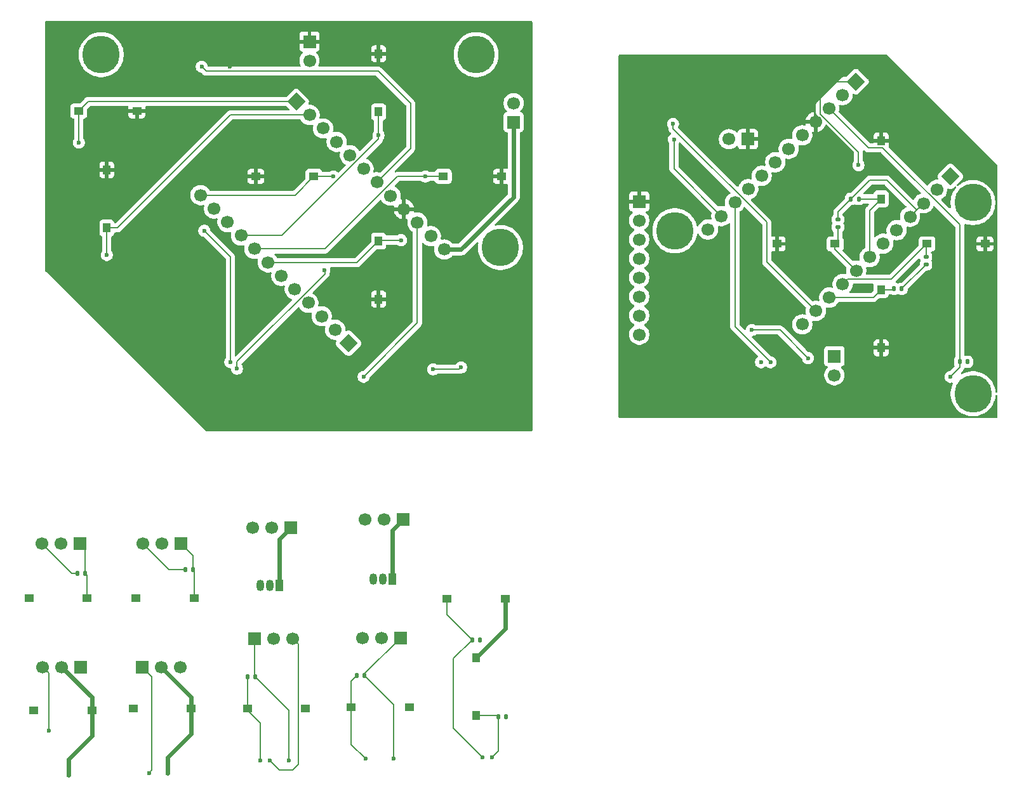
<source format=gbr>
%TF.GenerationSoftware,KiCad,Pcbnew,9.0.4*%
%TF.CreationDate,2026-01-28T15:51:57-05:00*%
%TF.ProjectId,contProto,636f6e74-5072-46f7-946f-2e6b69636164,rev?*%
%TF.SameCoordinates,Original*%
%TF.FileFunction,Copper,L1,Top*%
%TF.FilePolarity,Positive*%
%FSLAX46Y46*%
G04 Gerber Fmt 4.6, Leading zero omitted, Abs format (unit mm)*
G04 Created by KiCad (PCBNEW 9.0.4) date 2026-01-28 15:51:57*
%MOMM*%
%LPD*%
G01*
G04 APERTURE LIST*
G04 Aperture macros list*
%AMRoundRect*
0 Rectangle with rounded corners*
0 $1 Rounding radius*
0 $2 $3 $4 $5 $6 $7 $8 $9 X,Y pos of 4 corners*
0 Add a 4 corners polygon primitive as box body*
4,1,4,$2,$3,$4,$5,$6,$7,$8,$9,$2,$3,0*
0 Add four circle primitives for the rounded corners*
1,1,$1+$1,$2,$3*
1,1,$1+$1,$4,$5*
1,1,$1+$1,$6,$7*
1,1,$1+$1,$8,$9*
0 Add four rect primitives between the rounded corners*
20,1,$1+$1,$2,$3,$4,$5,0*
20,1,$1+$1,$4,$5,$6,$7,0*
20,1,$1+$1,$6,$7,$8,$9,0*
20,1,$1+$1,$8,$9,$2,$3,0*%
%AMRotRect*
0 Rectangle, with rotation*
0 The origin of the aperture is its center*
0 $1 length*
0 $2 width*
0 $3 Rotation angle, in degrees counterclockwise*
0 Add horizontal line*
21,1,$1,$2,0,0,$3*%
G04 Aperture macros list end*
%TA.AperFunction,SMDPad,CuDef*%
%ADD10RoundRect,0.135000X0.135000X0.185000X-0.135000X0.185000X-0.135000X-0.185000X0.135000X-0.185000X0*%
%TD*%
%TA.AperFunction,ComponentPad*%
%ADD11C,1.700000*%
%TD*%
%TA.AperFunction,ComponentPad*%
%ADD12R,1.700000X1.700000*%
%TD*%
%TA.AperFunction,SMDPad,CuDef*%
%ADD13RoundRect,0.135000X-0.135000X-0.185000X0.135000X-0.185000X0.135000X0.185000X-0.135000X0.185000X0*%
%TD*%
%TA.AperFunction,ComponentPad*%
%ADD14RotRect,1.700000X1.700000X135.000000*%
%TD*%
%TA.AperFunction,SMDPad,CuDef*%
%ADD15R,1.250000X1.000000*%
%TD*%
%TA.AperFunction,ComponentPad*%
%ADD16C,5.000000*%
%TD*%
%TA.AperFunction,SMDPad,CuDef*%
%ADD17RoundRect,0.135000X0.185000X-0.135000X0.185000X0.135000X-0.185000X0.135000X-0.185000X-0.135000X0*%
%TD*%
%TA.AperFunction,SMDPad,CuDef*%
%ADD18RoundRect,0.135000X-0.185000X0.135000X-0.185000X-0.135000X0.185000X-0.135000X0.185000X0.135000X0*%
%TD*%
%TA.AperFunction,SMDPad,CuDef*%
%ADD19R,1.000000X1.250000*%
%TD*%
%TA.AperFunction,ComponentPad*%
%ADD20R,1.050000X1.500000*%
%TD*%
%TA.AperFunction,ComponentPad*%
%ADD21O,1.050000X1.500000*%
%TD*%
%TA.AperFunction,ComponentPad*%
%ADD22RotRect,1.700000X1.700000X225.000000*%
%TD*%
%TA.AperFunction,ComponentPad*%
%ADD23RotRect,1.700000X1.700000X45.000000*%
%TD*%
%TA.AperFunction,ViaPad*%
%ADD24C,0.600000*%
%TD*%
%TA.AperFunction,Conductor*%
%ADD25C,0.200000*%
%TD*%
%TA.AperFunction,Conductor*%
%ADD26C,0.600000*%
%TD*%
G04 APERTURE END LIST*
D10*
%TO.P,R6,2*%
%TO.N,GND2*%
X132490000Y-46750000D03*
%TO.P,R6,1*%
%TO.N,/U*%
X133510000Y-46750000D03*
%TD*%
D11*
%TO.P,cap?,2,Pin_2*%
%TO.N,GND2*%
X116210000Y-38775000D03*
D12*
%TO.P,cap?,1,Pin_1*%
%TO.N,VCC2*%
X118750000Y-38775000D03*
%TD*%
D13*
%TO.P,R21,2*%
%TO.N,GND2*%
X139260000Y-58750000D03*
%TO.P,R21,1*%
%TO.N,/D*%
X138240000Y-58750000D03*
%TD*%
D11*
%TO.P,Vin,2,Pin_2*%
%TO.N,GND2*%
X130275000Y-70290000D03*
D12*
%TO.P,Vin,1,Pin_1*%
%TO.N,/Vin2*%
X130275000Y-67750000D03*
%TD*%
D13*
%TO.P,R13,2*%
%TO.N,GND2*%
X148013570Y-68500000D03*
%TO.P,R13,1*%
%TO.N,/RST2*%
X146993570Y-68500000D03*
%TD*%
D11*
%TO.P,J31,12,Pin_12*%
%TO.N,/minus*%
X113407898Y-50842102D03*
%TO.P,J31,11,Pin_11*%
%TO.N,/SP3*%
X115203949Y-49046051D03*
%TO.P,J31,10,Pin_10*%
%TO.N,/Pad3*%
X117000000Y-47250000D03*
%TO.P,J31,9,Pin_9*%
%TO.N,/Pad4*%
X118796051Y-45453949D03*
%TO.P,J31,8,Pin_8*%
%TO.N,/X2out*%
X120592102Y-43657898D03*
%TO.P,J31,7,Pin_7*%
%TO.N,/Y2out*%
X122388154Y-41861846D03*
%TO.P,J31,6,Pin_6*%
%TO.N,/L2*%
X124184205Y-40065795D03*
%TO.P,J31,5,Pin_5*%
%TO.N,/A32*%
X125980256Y-38269744D03*
%TO.P,J31,4,Pin_4*%
%TO.N,VCC2*%
X127776307Y-36473693D03*
%TO.P,J31,3,Pin_3*%
%TO.N,/RST2*%
X129572359Y-34677641D03*
%TO.P,J31,2,Pin_2*%
%TO.N,GND2*%
X131368410Y-32881590D03*
D14*
%TO.P,J31,1,Pin_1*%
%TO.N,/Vin2*%
X133164461Y-31085539D03*
%TD*%
D11*
%TO.P,J30,12,Pin_12*%
%TO.N,/L1*%
X126000000Y-63500000D03*
%TO.P,J30,11,Pin_11*%
%TO.N,/Btn2*%
X127796051Y-61703949D03*
%TO.P,J30,10,Pin_10*%
%TO.N,/D*%
X129592102Y-59907898D03*
%TO.P,J30,9,Pin_9*%
%TO.N,/R*%
X131388153Y-58111847D03*
%TO.P,J30,8,Pin_8*%
%TO.N,/L*%
X133184204Y-56315796D03*
%TO.P,J30,7,Pin_7*%
%TO.N,/U*%
X134980256Y-54519744D03*
%TO.P,J30,6,Pin_6*%
%TO.N,SCL2*%
X136776307Y-52723693D03*
%TO.P,J30,5,Pin_5*%
%TO.N,SDA2*%
X138572358Y-50927642D03*
%TO.P,J30,4,Pin_4*%
%TO.N,GND2*%
X140368409Y-49131591D03*
%TO.P,J30,3,Pin_3*%
X142164461Y-47335539D03*
%TO.P,J30,2,Pin_2*%
%TO.N,/Rx2*%
X143960512Y-45539488D03*
D14*
%TO.P,J30,1,Pin_1*%
%TO.N,/tx2*%
X145756563Y-43743437D03*
%TD*%
D15*
%TO.P,R,2,2*%
%TO.N,VCC2*%
X150375000Y-52750000D03*
%TO.P,R,1,1*%
%TO.N,/R*%
X142625000Y-52750000D03*
%TD*%
D16*
%TO.P,REF\u002A\u002A,1*%
%TO.N,N/C*%
X148763570Y-72750000D03*
%TD*%
%TO.P,REF\u002A\u002A,1*%
%TO.N,N/C*%
X109000000Y-51000000D03*
%TD*%
D17*
%TO.P,R7,2*%
%TO.N,GND2*%
X130750000Y-49490000D03*
%TO.P,R7,1*%
%TO.N,/L*%
X130750000Y-50510000D03*
%TD*%
D18*
%TO.P,R16,2*%
%TO.N,GND2*%
X142500000Y-55510000D03*
%TO.P,R16,1*%
%TO.N,/R*%
X142500000Y-54490000D03*
%TD*%
D16*
%TO.P,REF\u002A\u002A,1*%
%TO.N,N/C*%
X148750000Y-47250000D03*
%TD*%
D19*
%TO.P,UP,2,2*%
%TO.N,VCC2*%
X136500000Y-39000000D03*
%TO.P,UP,1,1*%
%TO.N,/U*%
X136500000Y-46750000D03*
%TD*%
%TO.P,DWN,2,2*%
%TO.N,VCC2*%
X136500000Y-66625000D03*
%TO.P,DWN,1,1*%
%TO.N,/D*%
X136500000Y-58875000D03*
%TD*%
D15*
%TO.P,L,2,2*%
%TO.N,VCC2*%
X122625000Y-52750000D03*
%TO.P,L,1,1*%
%TO.N,/L*%
X130375000Y-52750000D03*
%TD*%
D11*
%TO.P,MPU,8,Pin_8*%
%TO.N,unconnected-(J19-Pin_8-Pad8)*%
X104250000Y-64870000D03*
%TO.P,MPU,7,Pin_7*%
%TO.N,/AD0*%
X104250000Y-62330000D03*
%TO.P,MPU,6,Pin_6*%
%TO.N,unconnected-(J19-Pin_6-Pad6)*%
X104250000Y-59790000D03*
%TO.P,MPU,5,Pin_5*%
%TO.N,unconnected-(J19-Pin_5-Pad5)*%
X104250000Y-57250000D03*
%TO.P,MPU,4,Pin_4*%
%TO.N,SDA2*%
X104250000Y-54710000D03*
%TO.P,MPU,3,Pin_3*%
%TO.N,SCL2*%
X104250000Y-52170000D03*
%TO.P,MPU,2,Pin_2*%
%TO.N,GND2*%
X104250000Y-49630000D03*
D12*
%TO.P,MPU,1,Pin_1*%
%TO.N,VCC2*%
X104250000Y-47090000D03*
%TD*%
%TO.P,J32,1,Pin_1*%
%TO.N,/PP42*%
X29665000Y-92750000D03*
D11*
%TO.P,J32,2,Pin_2*%
%TO.N,/PPVCC22*%
X27125000Y-92750000D03*
%TO.P,J32,3,Pin_3*%
%TO.N,/PPGND22*%
X24585000Y-92750000D03*
%TD*%
D13*
%TO.P,R3,1*%
%TO.N,/L1P*%
X51990000Y-110500000D03*
%TO.P,R3,2*%
%TO.N,GND_LSP*%
X53010000Y-110500000D03*
%TD*%
D19*
%TO.P,A,1,1*%
%TO.N,/A*%
X69490000Y-52380000D03*
%TO.P,A,2,2*%
%TO.N,VCC*%
X69490000Y-60130000D03*
%TD*%
D12*
%TO.P,J24,1,Pin_1*%
%TO.N,GND_RSP*%
X72390000Y-105350000D03*
D11*
%TO.P,J24,2,Pin_2*%
%TO.N,VCC_RSP*%
X69850000Y-105350000D03*
%TO.P,J24,3,Pin_3*%
%TO.N,/R2P*%
X67310000Y-105350000D03*
%TD*%
D19*
%TO.P,Y,1,1*%
%TO.N,/Y*%
X69490000Y-35125000D03*
%TO.P,Y,2,2*%
%TO.N,VCC*%
X69490000Y-27375000D03*
%TD*%
D20*
%TO.P,U3,1,VCC*%
%TO.N,VCC_LSP2*%
X71290000Y-97500000D03*
D21*
%TO.P,U3,2,GND*%
%TO.N,GND_LSP2*%
X70020000Y-97500000D03*
%TO.P,U3,3,OUT*%
%TO.N,/L2P2*%
X68750000Y-97500000D03*
%TD*%
D15*
%TO.P,B,1,1*%
%TO.N,/B*%
X78117500Y-43752500D03*
%TO.P,B,2,2*%
%TO.N,VCC*%
X85867500Y-43752500D03*
%TD*%
D16*
%TO.P,REF\u002A\u002A,1*%
%TO.N,N/C*%
X32500000Y-27500000D03*
%TD*%
D15*
%TO.P,SW19,1,1*%
%TO.N,/PP3*%
X23500000Y-115000000D03*
%TO.P,SW19,2,2*%
%TO.N,/PPVCC2*%
X31250000Y-115000000D03*
%TD*%
D12*
%TO.P,J27,1,Pin_1*%
%TO.N,GND_LSP*%
X52975000Y-105475000D03*
D11*
%TO.P,J27,2,Pin_2*%
%TO.N,VCC_LSP*%
X55515000Y-105475000D03*
%TO.P,J27,3,Pin_3*%
%TO.N,/L2P*%
X58055000Y-105475000D03*
%TD*%
D13*
%TO.P,R10,1*%
%TO.N,/R1P*%
X66590000Y-110350000D03*
%TO.P,R10,2*%
%TO.N,GND_RSP*%
X67610000Y-110350000D03*
%TD*%
D19*
%TO.P,SW12,1,1*%
%TO.N,/Btn_-*%
X82480000Y-115745000D03*
%TO.P,SW12,2,2*%
%TO.N,SL_VCC*%
X82480000Y-107995000D03*
%TD*%
D12*
%TO.P,J26,1,Pin_1*%
%TO.N,VCC_LSP2*%
X72775000Y-89525000D03*
D11*
%TO.P,J26,2,Pin_2*%
%TO.N,GND_LSP2*%
X70235000Y-89525000D03*
%TO.P,J26,3,Pin_3*%
%TO.N,/L2P2*%
X67695000Y-89525000D03*
%TD*%
D15*
%TO.P,SW6,1,1*%
%TO.N,/PP22*%
X44875000Y-100000000D03*
%TO.P,SW6,2,2*%
%TO.N,/PPVCC12*%
X37125000Y-100000000D03*
%TD*%
D16*
%TO.P,REF\u002A\u002A,1*%
%TO.N,N/C*%
X82500000Y-27500000D03*
%TD*%
D20*
%TO.P,U4,1,VCC*%
%TO.N,VCC_RSP2*%
X56290000Y-98375000D03*
D21*
%TO.P,U4,2,GND*%
%TO.N,GND_RSP2*%
X55020000Y-98375000D03*
%TO.P,U4,3,OUT*%
%TO.N,/R2P2*%
X53750000Y-98375000D03*
%TD*%
D12*
%TO.P,J33,1,Pin_1*%
%TO.N,/PP22*%
X43125000Y-92750000D03*
D11*
%TO.P,J33,2,Pin_2*%
%TO.N,/PPVCC12*%
X40585000Y-92750000D03*
%TO.P,J33,3,Pin_3*%
%TO.N,/PPGND12*%
X38045000Y-92750000D03*
%TD*%
D15*
%TO.P,SW15,1,1*%
%TO.N,/R1P*%
X65850000Y-114600000D03*
%TO.P,SW15,2,2*%
%TO.N,VCC_RSP*%
X73600000Y-114600000D03*
%TD*%
D10*
%TO.P,R15,1*%
%TO.N,/PP22*%
X44750000Y-96250000D03*
%TO.P,R15,2*%
%TO.N,/PPGND12*%
X43730000Y-96250000D03*
%TD*%
D15*
%TO.P,SW14,1,1*%
%TO.N,/Btn_SP3*%
X78605000Y-100120000D03*
%TO.P,SW14,2,2*%
%TO.N,SL_VCC*%
X86355000Y-100120000D03*
%TD*%
D13*
%TO.P,R9,1*%
%TO.N,/Btn_SP3*%
X81970000Y-105620000D03*
%TO.P,R9,2*%
%TO.N,SL_GND*%
X82990000Y-105620000D03*
%TD*%
D12*
%TO.P,J23,1,Pin_1*%
%TO.N,/PP4*%
X29790000Y-109250000D03*
D11*
%TO.P,J23,2,Pin_2*%
%TO.N,/PPVCC2*%
X27250000Y-109250000D03*
%TO.P,J23,3,Pin_3*%
%TO.N,/PPGND2*%
X24710000Y-109250000D03*
%TD*%
D12*
%TO.P,J12,1,Pin_1*%
%TO.N,/PP2*%
X37960000Y-109250000D03*
D11*
%TO.P,J12,2,Pin_2*%
%TO.N,/PPVCC1*%
X40500000Y-109250000D03*
%TO.P,J12,3,Pin_3*%
%TO.N,/PPGND*%
X43040000Y-109250000D03*
%TD*%
D19*
%TO.P,SP1,1,1*%
%TO.N,/SP2*%
X33250000Y-50625000D03*
%TO.P,SP1,2,2*%
%TO.N,VCC*%
X33250000Y-42875000D03*
%TD*%
D10*
%TO.P,R1,1*%
%TO.N,/PP42*%
X30385000Y-96750000D03*
%TO.P,R1,2*%
%TO.N,/PPGND22*%
X29365000Y-96750000D03*
%TD*%
D15*
%TO.P,MINUS,1,1*%
%TO.N,/plus*%
X29500000Y-35000000D03*
%TO.P,MINUS,2,2*%
%TO.N,VCC*%
X37250000Y-35000000D03*
%TD*%
%TO.P,SW20,1,1*%
%TO.N,/PP42*%
X30625000Y-100000000D03*
%TO.P,SW20,2,2*%
%TO.N,/PPVCC22*%
X22875000Y-100000000D03*
%TD*%
%TO.P,X,1,1*%
%TO.N,/X*%
X60862500Y-43752500D03*
%TO.P,X,2,2*%
%TO.N,VCC*%
X53112500Y-43752500D03*
%TD*%
%TO.P,SW16,1,1*%
%TO.N,/L1P*%
X52000000Y-114750000D03*
%TO.P,SW16,2,2*%
%TO.N,VCC_LSP*%
X59750000Y-114750000D03*
%TD*%
%TO.P,SW13,1,1*%
%TO.N,/PP1*%
X36750000Y-114750000D03*
%TO.P,SW13,2,2*%
%TO.N,/PPVCC1*%
X44500000Y-114750000D03*
%TD*%
D16*
%TO.P,REF\u002A\u002A,1*%
%TO.N,N/C*%
X85750000Y-53250000D03*
%TD*%
D12*
%TO.P,J25,1,Pin_1*%
%TO.N,VCC_RSP2*%
X57775000Y-90650000D03*
D11*
%TO.P,J25,2,Pin_2*%
%TO.N,GND_RSP2*%
X55235000Y-90650000D03*
%TO.P,J25,3,Pin_3*%
%TO.N,/R2P2*%
X52695000Y-90650000D03*
%TD*%
D13*
%TO.P,R22,1*%
%TO.N,/Btn_-*%
X85480000Y-115870000D03*
%TO.P,R22,2*%
%TO.N,SL_GND*%
X86500000Y-115870000D03*
%TD*%
D12*
%TO.P,JVin,1,Pin_1*%
%TO.N,/Vin*%
X87500000Y-36500000D03*
D11*
%TO.P,JVin,2,Pin_2*%
%TO.N,GND*%
X87500000Y-33960000D03*
%TD*%
D12*
%TO.P,CAP?,1,Pin_1*%
%TO.N,VCC*%
X60275000Y-25750000D03*
D11*
%TO.P,CAP?,2,Pin_2*%
%TO.N,GND*%
X60275000Y-28290000D03*
%TD*%
D22*
%TO.P,J29,1,Pin_1*%
%TO.N,/plus*%
X58500000Y-33750000D03*
D11*
%TO.P,J29,2,Pin_2*%
%TO.N,/SP2*%
X60296051Y-35546051D03*
%TO.P,J29,3,Pin_3*%
%TO.N,/Pad1*%
X62092102Y-37342102D03*
%TO.P,J29,4,Pin_4*%
%TO.N,/Pad2*%
X63888154Y-39138154D03*
%TO.P,J29,5,Pin_5*%
%TO.N,/Yout*%
X65684206Y-40934204D03*
%TO.P,J29,6,Pin_6*%
%TO.N,/Xout*%
X67480256Y-42730256D03*
%TO.P,J29,7,Pin_7*%
%TO.N,/R2*%
X69276307Y-44526307D03*
%TO.P,J29,8,Pin_8*%
%TO.N,/A3*%
X71072360Y-46322359D03*
%TO.P,J29,9,Pin_9*%
%TO.N,VCC*%
X72868409Y-48118409D03*
%TO.P,J29,10,Pin_10*%
%TO.N,/RST1*%
X74664460Y-49914462D03*
%TO.P,J29,11,Pin_11*%
%TO.N,GND*%
X76460513Y-51710512D03*
%TO.P,J29,12,Pin_12*%
%TO.N,/Vin*%
X78256563Y-53506563D03*
%TD*%
D23*
%TO.P,J28,1,Pin_1*%
%TO.N,/tx1*%
X65500000Y-66000000D03*
D11*
%TO.P,J28,2,Pin_2*%
%TO.N,/Rx1*%
X63703949Y-64203949D03*
%TO.P,J28,3,Pin_3*%
%TO.N,GND*%
X61907898Y-62407898D03*
%TO.P,J28,4,Pin_4*%
X60111846Y-60611846D03*
%TO.P,J28,5,Pin_5*%
%TO.N,SDA*%
X58315795Y-58815795D03*
%TO.P,J28,6,Pin_6*%
%TO.N,SCL*%
X56519744Y-57019744D03*
%TO.P,J28,7,Pin_7*%
%TO.N,/A*%
X54723693Y-55223693D03*
%TO.P,J28,8,Pin_8*%
%TO.N,/B*%
X52927641Y-53427641D03*
%TO.P,J28,9,Pin_9*%
%TO.N,/Y*%
X51131590Y-51631590D03*
%TO.P,J28,10,Pin_10*%
%TO.N,/Btn*%
X49335539Y-49835539D03*
%TO.P,J28,11,Pin_11*%
%TO.N,/R1*%
X47539488Y-48039488D03*
%TO.P,J28,12,Pin_12*%
%TO.N,/X*%
X45743437Y-46243437D03*
%TD*%
D24*
%TO.N,GND2*%
X119263570Y-64250000D03*
X130750000Y-49490000D03*
X132490000Y-46750000D03*
X126763570Y-68000000D03*
X142500000Y-55510000D03*
X148013570Y-68500000D03*
X139260000Y-58750000D03*
%TO.N,GND*%
X80500000Y-69250000D03*
X76750000Y-69500000D03*
%TO.N,VCC*%
X72750000Y-69000000D03*
X82800000Y-65000000D03*
X85867500Y-43752500D03*
X48830672Y-67651562D03*
X49650000Y-29100000D03*
X59250000Y-73250000D03*
X69490000Y-27375000D03*
X44232322Y-58553211D03*
X69490000Y-60130000D03*
X33250000Y-42862500D03*
X53112500Y-43752500D03*
%TO.N,/X*%
X63480000Y-43750000D03*
%TO.N,/Y*%
X69480000Y-38250000D03*
%TO.N,/A*%
X72490000Y-52250000D03*
%TO.N,/B*%
X75750000Y-43760000D03*
%TO.N,/Btn2*%
X108750000Y-36750000D03*
%TO.N,VCC2*%
X138000000Y-70500000D03*
X108000000Y-68500000D03*
X106375000Y-38800000D03*
X111371430Y-33142140D03*
X150375000Y-52750000D03*
X119500000Y-29750000D03*
X123000000Y-68550000D03*
X145400000Y-60150000D03*
X136500000Y-39000000D03*
%TO.N,/R2*%
X45900000Y-29100000D03*
%TO.N,/Btn_SP3*%
X83380000Y-121270000D03*
%TO.N,/Btn_-*%
X84630000Y-121270000D03*
%TO.N,/Pad3*%
X121750000Y-68550000D03*
%TO.N,/Pad4*%
X120500000Y-68550000D03*
%TO.N,/Pad1*%
X46250000Y-51000000D03*
X49714556Y-68535445D03*
%TO.N,/Pad2*%
X62250000Y-56250000D03*
X50598439Y-69419329D03*
%TO.N,/Vin2*%
X133500000Y-42250000D03*
%TO.N,/L2P*%
X55000000Y-121750000D03*
%TO.N,GND_LSP*%
X57500000Y-121750000D03*
%TO.N,/L1P*%
X53750000Y-121750000D03*
%TO.N,VCC_LSP*%
X59750000Y-114750000D03*
%TO.N,VCC_RSP*%
X73600000Y-114600000D03*
%TO.N,/R1P*%
X67750000Y-121500000D03*
%TO.N,GND_RSP*%
X71500000Y-121500000D03*
%TO.N,/SP3*%
X108875000Y-38800000D03*
%TO.N,/SP2*%
X33245000Y-54245000D03*
%TO.N,/plus*%
X29512500Y-39245000D03*
%TO.N,/PPVCC2*%
X28125000Y-123625000D03*
%TO.N,/RST2*%
X145750000Y-70500000D03*
%TO.N,/PP3*%
X23500000Y-115000000D03*
%TO.N,/RST1*%
X67490000Y-70500000D03*
%TO.N,/PP2*%
X38875000Y-123375000D03*
%TO.N,/PPVCC1*%
X41375000Y-123375000D03*
%TO.N,/PP1*%
X36750000Y-114750000D03*
%TO.N,/PPVCC22*%
X22875000Y-100000000D03*
%TO.N,/PPVCC12*%
X37125000Y-100000000D03*
%TO.N,/PPGND2*%
X25510000Y-117750000D03*
%TO.N,SL_VCC*%
X82480000Y-107995000D03*
%TO.N,SL_GND*%
X82990000Y-105620000D03*
X86500000Y-115870000D03*
%TD*%
D25*
%TO.N,/Vin2*%
X129914461Y-31085539D02*
X133164461Y-31085539D01*
X133500000Y-42250000D02*
X133500000Y-40500000D01*
X128421359Y-35421359D02*
X128421359Y-32578641D01*
X133500000Y-40500000D02*
X128421359Y-35421359D01*
X128421359Y-32578641D02*
X129914461Y-31085539D01*
%TO.N,GND2*%
X141256785Y-48243215D02*
X137263570Y-44250000D01*
X142500000Y-55510000D02*
X139260000Y-58750000D01*
X123013570Y-64250000D02*
X126763570Y-68000000D01*
X137263570Y-44250000D02*
X134990000Y-44250000D01*
X134990000Y-44250000D02*
X132490000Y-46750000D01*
X119263570Y-64250000D02*
X123013570Y-64250000D01*
X141256785Y-48243215D02*
X140368409Y-49131591D01*
X142164461Y-47335539D02*
X141256785Y-48243215D01*
X130750000Y-48490000D02*
X132490000Y-46750000D01*
X130750000Y-49490000D02*
X130750000Y-48490000D01*
%TO.N,GND*%
X76750000Y-69500000D02*
X80250000Y-69500000D01*
X80250000Y-69500000D02*
X80500000Y-69250000D01*
%TO.N,/X*%
X60862500Y-43752500D02*
X58371563Y-46243437D01*
X60865000Y-43750000D02*
X60862500Y-43752500D01*
X58371563Y-46243437D02*
X45743437Y-46243437D01*
X63480000Y-43750000D02*
X60865000Y-43750000D01*
%TO.N,/Y*%
X69480000Y-38250000D02*
X69480000Y-35135000D01*
X69490000Y-38756170D02*
X56614580Y-51631590D01*
X69480000Y-35135000D02*
X69490000Y-35125000D01*
X69490000Y-35125000D02*
X69490000Y-38756170D01*
X56614580Y-51631590D02*
X51131590Y-51631590D01*
%TO.N,/A*%
X66620000Y-55250000D02*
X54750000Y-55250000D01*
X54750000Y-55250000D02*
X54723693Y-55223693D01*
X69620000Y-52250000D02*
X69490000Y-52380000D01*
X69490000Y-52380000D02*
X66620000Y-55250000D01*
X72490000Y-52250000D02*
X69620000Y-52250000D01*
%TO.N,/B*%
X71990000Y-43760000D02*
X62322359Y-53427641D01*
X75750000Y-43760000D02*
X71990000Y-43760000D01*
X62322359Y-53427641D02*
X52927641Y-53427641D01*
X78110000Y-43760000D02*
X78117500Y-43752500D01*
X75750000Y-43760000D02*
X78110000Y-43760000D01*
%TO.N,/Btn2*%
X121250000Y-55157898D02*
X127796051Y-61703949D01*
X108750000Y-36750000D02*
X108750000Y-37372240D01*
X108750000Y-37372240D02*
X121250000Y-49872240D01*
X121250000Y-49872240D02*
X121250000Y-55157898D01*
%TO.N,/U*%
X134980256Y-48269744D02*
X134980256Y-54519744D01*
X136500000Y-46750000D02*
X134980256Y-48269744D01*
X133510000Y-46750000D02*
X136500000Y-46750000D01*
%TO.N,/D*%
X136500000Y-58875000D02*
X138115000Y-58875000D01*
X135467102Y-59907898D02*
X129592102Y-59907898D01*
X136500000Y-58875000D02*
X135467102Y-59907898D01*
X138115000Y-58875000D02*
X138240000Y-58750000D01*
%TO.N,/R*%
X132033204Y-57466796D02*
X131388153Y-58111847D01*
X142500000Y-52875000D02*
X142625000Y-52750000D01*
X142500000Y-54490000D02*
X142500000Y-52875000D01*
X142625000Y-52750000D02*
X137908204Y-57466796D01*
X137908204Y-57466796D02*
X132033204Y-57466796D01*
%TO.N,/L*%
X130375000Y-52750000D02*
X130375000Y-53506592D01*
X130750000Y-50510000D02*
X130750000Y-52375000D01*
X130750000Y-52375000D02*
X130375000Y-52750000D01*
X130375000Y-53506592D02*
X133184204Y-56315796D01*
%TO.N,/R2*%
X46501000Y-29701000D02*
X69451000Y-29701000D01*
X73750000Y-34000000D02*
X73750000Y-40052614D01*
X45900000Y-29100000D02*
X46501000Y-29701000D01*
X69451000Y-29701000D02*
X73750000Y-34000000D01*
X73750000Y-40052614D02*
X69276307Y-44526307D01*
%TO.N,/Btn_SP3*%
X79480000Y-117370000D02*
X79480000Y-108110000D01*
X83380000Y-121270000D02*
X79480000Y-117370000D01*
X79480000Y-108110000D02*
X81970000Y-105620000D01*
X78605000Y-100120000D02*
X78605000Y-102255000D01*
X78605000Y-102255000D02*
X81970000Y-105620000D01*
%TO.N,/Btn_-*%
X85480000Y-120420000D02*
X84630000Y-121270000D01*
X85355000Y-115745000D02*
X85480000Y-115870000D01*
X82480000Y-115745000D02*
X85355000Y-115745000D01*
X85480000Y-115870000D02*
X85480000Y-120420000D01*
D26*
%TO.N,/Vin*%
X80493437Y-53506563D02*
X78256563Y-53506563D01*
X87500000Y-46500000D02*
X80493437Y-53506563D01*
X87500000Y-36500000D02*
X87500000Y-46500000D01*
D25*
%TO.N,/Pad3*%
X121750000Y-68550000D02*
X117000000Y-63800000D01*
X117000000Y-63800000D02*
X117000000Y-47250000D01*
%TO.N,/Pad1*%
X49714556Y-54464556D02*
X46250000Y-51000000D01*
X49714556Y-68535445D02*
X49714556Y-54464556D01*
%TO.N,/Pad2*%
X50598439Y-68497493D02*
X50598439Y-69419329D01*
X62345932Y-56750000D02*
X50598439Y-68497493D01*
X62345932Y-56345932D02*
X62345932Y-56750000D01*
X62250000Y-56250000D02*
X62345932Y-56345932D01*
%TO.N,/L2P*%
X58000000Y-123000000D02*
X58750000Y-122250000D01*
X58750000Y-122250000D02*
X58750000Y-106170000D01*
X58750000Y-106170000D02*
X58055000Y-105475000D01*
X55000000Y-121750000D02*
X56250000Y-123000000D01*
X56250000Y-123000000D02*
X58000000Y-123000000D01*
%TO.N,GND_LSP*%
X53010000Y-110500000D02*
X57500000Y-114990000D01*
X52975000Y-110465000D02*
X53010000Y-110500000D01*
X52975000Y-105475000D02*
X52975000Y-110465000D01*
X57500000Y-114990000D02*
X57500000Y-121750000D01*
%TO.N,/L1P*%
X52000000Y-115000000D02*
X53750000Y-116750000D01*
X53750000Y-116750000D02*
X53750000Y-121750000D01*
X51990000Y-114740000D02*
X52000000Y-114750000D01*
X52000000Y-114750000D02*
X52000000Y-115000000D01*
X51990000Y-110500000D02*
X51990000Y-114740000D01*
%TO.N,/R1P*%
X65850000Y-119600000D02*
X67750000Y-121500000D01*
X65850000Y-114600000D02*
X65850000Y-119600000D01*
X65850000Y-114600000D02*
X65850000Y-111090000D01*
X65850000Y-111090000D02*
X66590000Y-110350000D01*
%TO.N,GND_RSP*%
X71500000Y-114240000D02*
X67610000Y-110350000D01*
X71500000Y-121500000D02*
X71500000Y-114240000D01*
X67610000Y-110350000D02*
X67610000Y-110130000D01*
X67610000Y-110130000D02*
X72390000Y-105350000D01*
%TO.N,/SP3*%
X108875000Y-38800000D02*
X108875000Y-42717102D01*
X108875000Y-42717102D02*
X115203949Y-49046051D01*
%TO.N,/SP2*%
X33240000Y-54250000D02*
X33245000Y-54245000D01*
X33250000Y-54240000D02*
X33250000Y-50612500D01*
X33245000Y-54245000D02*
X33250000Y-54240000D01*
X34625000Y-50625000D02*
X49703949Y-35546051D01*
X49703949Y-35546051D02*
X60296051Y-35546051D01*
X33250000Y-50625000D02*
X34625000Y-50625000D01*
%TO.N,/plus*%
X30750000Y-33750000D02*
X58500000Y-33750000D01*
X29500000Y-35000000D02*
X30750000Y-33750000D01*
X29512500Y-35000000D02*
X29512500Y-39245000D01*
D26*
%TO.N,/PPVCC2*%
X27250000Y-109250000D02*
X31250000Y-113250000D01*
X28125000Y-123625000D02*
X28125000Y-121550000D01*
X31250000Y-118425000D02*
X31250000Y-115000000D01*
X28125000Y-121550000D02*
X31250000Y-118425000D01*
X31250000Y-113250000D02*
X31250000Y-115000000D01*
D25*
%TO.N,/RST2*%
X146993570Y-50200306D02*
X136719264Y-39926000D01*
X134820718Y-39926000D02*
X129572359Y-34677641D01*
X146993570Y-69256430D02*
X145750000Y-70500000D01*
X136719264Y-39926000D02*
X134820718Y-39926000D01*
X146993570Y-68500000D02*
X146993570Y-69256430D01*
X146993570Y-68500000D02*
X146993570Y-50200306D01*
%TO.N,/RST1*%
X67490000Y-70500000D02*
X74664460Y-63325540D01*
X74664460Y-63325540D02*
X74664460Y-49914462D01*
%TO.N,/PP2*%
X39250000Y-123000000D02*
X39250000Y-110540000D01*
X38875000Y-123375000D02*
X39250000Y-123000000D01*
X39250000Y-110540000D02*
X37960000Y-109250000D01*
D26*
%TO.N,/PPVCC1*%
X41375000Y-123375000D02*
X41375000Y-121300000D01*
X44500000Y-114750000D02*
X44500000Y-113250000D01*
X41375000Y-121300000D02*
X44500000Y-118175000D01*
X44500000Y-113250000D02*
X40500000Y-109250000D01*
X44500000Y-118175000D02*
X44500000Y-114750000D01*
%TO.N,VCC_RSP2*%
X56290000Y-98375000D02*
X56290000Y-92135000D01*
X56290000Y-92135000D02*
X57775000Y-90650000D01*
%TO.N,VCC_LSP2*%
X71290000Y-91010000D02*
X72775000Y-89525000D01*
X71290000Y-97500000D02*
X71290000Y-91010000D01*
D25*
%TO.N,/PP42*%
X30625000Y-96990000D02*
X30385000Y-96750000D01*
X30625000Y-100000000D02*
X30625000Y-96990000D01*
X30385000Y-96750000D02*
X30385000Y-93470000D01*
X30385000Y-93470000D02*
X29665000Y-92750000D01*
%TO.N,/PP22*%
X44875000Y-96375000D02*
X44750000Y-96250000D01*
X44875000Y-100000000D02*
X44875000Y-96375000D01*
X44750000Y-94375000D02*
X43125000Y-92750000D01*
X44750000Y-96250000D02*
X44750000Y-94375000D01*
%TO.N,/PPGND2*%
X25510000Y-110050000D02*
X24710000Y-109250000D01*
X25510000Y-117750000D02*
X25510000Y-110050000D01*
%TO.N,/PPGND22*%
X28585000Y-96750000D02*
X24585000Y-92750000D01*
X29365000Y-96750000D02*
X28585000Y-96750000D01*
%TO.N,/PPGND12*%
X41545000Y-96250000D02*
X38045000Y-92750000D01*
X43730000Y-96250000D02*
X41545000Y-96250000D01*
D26*
%TO.N,SL_VCC*%
X86355000Y-104120000D02*
X86355000Y-100120000D01*
X82480000Y-107995000D02*
X86355000Y-104120000D01*
%TD*%
%TA.AperFunction,Conductor*%
%TO.N,VCC2*%
G36*
X137308528Y-27520185D02*
G01*
X137329130Y-27536778D01*
X151963644Y-42158063D01*
X151997154Y-42219368D01*
X152000000Y-42245781D01*
X152000000Y-72467406D01*
X151980315Y-72534445D01*
X151927511Y-72580200D01*
X151858353Y-72590144D01*
X151794797Y-72561119D01*
X151757023Y-72502341D01*
X151752780Y-72481290D01*
X151726338Y-72246618D01*
X151726337Y-72246606D01*
X151651346Y-71918046D01*
X151540039Y-71599949D01*
X151393816Y-71296314D01*
X151214516Y-71010961D01*
X151004395Y-70747477D01*
X150766093Y-70509175D01*
X150502609Y-70299054D01*
X150217256Y-70119754D01*
X150217253Y-70119752D01*
X149913624Y-69973532D01*
X149595535Y-69862227D01*
X149595523Y-69862223D01*
X149266967Y-69787233D01*
X149266951Y-69787231D01*
X148932078Y-69749500D01*
X148932074Y-69749500D01*
X148595066Y-69749500D01*
X148595061Y-69749500D01*
X148260188Y-69787231D01*
X148260172Y-69787233D01*
X147931616Y-69862223D01*
X147931604Y-69862227D01*
X147613515Y-69973532D01*
X147613507Y-69973535D01*
X147330101Y-70110016D01*
X147261160Y-70121368D01*
X147197025Y-70093646D01*
X147158060Y-70035650D01*
X147156635Y-69965795D01*
X147188615Y-69910620D01*
X147474090Y-69625146D01*
X147553147Y-69488214D01*
X147579039Y-69391583D01*
X147615403Y-69331926D01*
X147678250Y-69301397D01*
X147733408Y-69304604D01*
X147778361Y-69317664D01*
X147778364Y-69317664D01*
X147778366Y-69317665D01*
X147814389Y-69320500D01*
X148212750Y-69320499D01*
X148248774Y-69317665D01*
X148402963Y-69272869D01*
X148541168Y-69191135D01*
X148654705Y-69077598D01*
X148736439Y-68939393D01*
X148781235Y-68785204D01*
X148784070Y-68749181D01*
X148784069Y-68741876D01*
X148786451Y-68717685D01*
X148814070Y-68578842D01*
X148814070Y-68421158D01*
X148814070Y-68421155D01*
X148786452Y-68282314D01*
X148784069Y-68258122D01*
X148784069Y-68250831D01*
X148784068Y-68250806D01*
X148783787Y-68247236D01*
X148781235Y-68214796D01*
X148736439Y-68060607D01*
X148654705Y-67922402D01*
X148654703Y-67922400D01*
X148654700Y-67922396D01*
X148541173Y-67808869D01*
X148541165Y-67808863D01*
X148402963Y-67727131D01*
X148402958Y-67727129D01*
X148248778Y-67682335D01*
X148248772Y-67682334D01*
X148212751Y-67679500D01*
X147814400Y-67679500D01*
X147814378Y-67679501D01*
X147778366Y-67682335D01*
X147752663Y-67689802D01*
X147682793Y-67689601D01*
X147624124Y-67651658D01*
X147595282Y-67588019D01*
X147594070Y-67570725D01*
X147594070Y-53297844D01*
X149250000Y-53297844D01*
X149256401Y-53357372D01*
X149256403Y-53357379D01*
X149306645Y-53492086D01*
X149306649Y-53492093D01*
X149392809Y-53607187D01*
X149392812Y-53607190D01*
X149507906Y-53693350D01*
X149507913Y-53693354D01*
X149642620Y-53743596D01*
X149642627Y-53743598D01*
X149702155Y-53749999D01*
X149702172Y-53750000D01*
X150125000Y-53750000D01*
X150625000Y-53750000D01*
X151047828Y-53750000D01*
X151047844Y-53749999D01*
X151107372Y-53743598D01*
X151107379Y-53743596D01*
X151242086Y-53693354D01*
X151242093Y-53693350D01*
X151357187Y-53607190D01*
X151357190Y-53607187D01*
X151443350Y-53492093D01*
X151443354Y-53492086D01*
X151493596Y-53357379D01*
X151493598Y-53357372D01*
X151499999Y-53297844D01*
X151500000Y-53297827D01*
X151500000Y-53000000D01*
X150625000Y-53000000D01*
X150625000Y-53750000D01*
X150125000Y-53750000D01*
X150125000Y-53000000D01*
X149250000Y-53000000D01*
X149250000Y-53297844D01*
X147594070Y-53297844D01*
X147594070Y-52202155D01*
X149250000Y-52202155D01*
X149250000Y-52500000D01*
X150125000Y-52500000D01*
X150625000Y-52500000D01*
X151500000Y-52500000D01*
X151500000Y-52202172D01*
X151499999Y-52202155D01*
X151493598Y-52142627D01*
X151493596Y-52142620D01*
X151443354Y-52007913D01*
X151443350Y-52007906D01*
X151357190Y-51892812D01*
X151357187Y-51892809D01*
X151242093Y-51806649D01*
X151242086Y-51806645D01*
X151107379Y-51756403D01*
X151107372Y-51756401D01*
X151047844Y-51750000D01*
X150625000Y-51750000D01*
X150625000Y-52500000D01*
X150125000Y-52500000D01*
X150125000Y-51750000D01*
X149702155Y-51750000D01*
X149642627Y-51756401D01*
X149642620Y-51756403D01*
X149507913Y-51806645D01*
X149507906Y-51806649D01*
X149392812Y-51892809D01*
X149392809Y-51892812D01*
X149306649Y-52007906D01*
X149306645Y-52007913D01*
X149256403Y-52142620D01*
X149256401Y-52142627D01*
X149250000Y-52202155D01*
X147594070Y-52202155D01*
X147594070Y-50289364D01*
X147594070Y-50279365D01*
X147594071Y-50279363D01*
X147594071Y-50199172D01*
X147613756Y-50132132D01*
X147666561Y-50086378D01*
X147725775Y-50077864D01*
X147735718Y-50076435D01*
X147735720Y-50076435D01*
X147759021Y-50082130D01*
X147868971Y-50120604D01*
X147918034Y-50137772D01*
X147918046Y-50137776D01*
X148246606Y-50212767D01*
X148581492Y-50250499D01*
X148581493Y-50250500D01*
X148581496Y-50250500D01*
X148918507Y-50250500D01*
X148918507Y-50250499D01*
X149253394Y-50212767D01*
X149581954Y-50137776D01*
X149900051Y-50026469D01*
X150203686Y-49880246D01*
X150489039Y-49700946D01*
X150752523Y-49490825D01*
X150990825Y-49252523D01*
X151200946Y-48989039D01*
X151380246Y-48703686D01*
X151526469Y-48400051D01*
X151637776Y-48081954D01*
X151712767Y-47753394D01*
X151750500Y-47418504D01*
X151750500Y-47081496D01*
X151712767Y-46746606D01*
X151637776Y-46418046D01*
X151526469Y-46099949D01*
X151380246Y-45796314D01*
X151200946Y-45510961D01*
X150990825Y-45247477D01*
X150752523Y-45009175D01*
X150739366Y-44998683D01*
X150614455Y-44899070D01*
X150489039Y-44799054D01*
X150203686Y-44619754D01*
X150203683Y-44619752D01*
X149900054Y-44473532D01*
X149581965Y-44362227D01*
X149581953Y-44362223D01*
X149253397Y-44287233D01*
X149253381Y-44287231D01*
X148918508Y-44249500D01*
X148918504Y-44249500D01*
X148581496Y-44249500D01*
X148581491Y-44249500D01*
X148246618Y-44287231D01*
X148246602Y-44287233D01*
X147918046Y-44362223D01*
X147918034Y-44362227D01*
X147599945Y-44473532D01*
X147296316Y-44619752D01*
X147010958Y-44799055D01*
X147010956Y-44799056D01*
X146761626Y-44997890D01*
X146696940Y-45024299D01*
X146628244Y-45011542D01*
X146577351Y-44963671D01*
X146560417Y-44895885D01*
X146582820Y-44829704D01*
X146596633Y-44813262D01*
X146750199Y-44659696D01*
X147346401Y-44063493D01*
X147384022Y-44016810D01*
X147443810Y-43885894D01*
X147464291Y-43743437D01*
X147443810Y-43600980D01*
X147384022Y-43470064D01*
X147346403Y-43423381D01*
X147346398Y-43423376D01*
X147346394Y-43423371D01*
X146076622Y-42153602D01*
X146076616Y-42153597D01*
X146076612Y-42153593D01*
X146029936Y-42115977D01*
X145899022Y-42056190D01*
X145899018Y-42056189D01*
X145756563Y-42035709D01*
X145614107Y-42056189D01*
X145614103Y-42056190D01*
X145483192Y-42115976D01*
X145436497Y-42153605D01*
X144166728Y-43423377D01*
X144166719Y-43423387D01*
X144129103Y-43470063D01*
X144069316Y-43600977D01*
X144069315Y-43600981D01*
X144048835Y-43743437D01*
X144069315Y-43885892D01*
X144069316Y-43885896D01*
X144127581Y-44013476D01*
X144137525Y-44082635D01*
X144108500Y-44146190D01*
X144049722Y-44183965D01*
X144014787Y-44188988D01*
X143854225Y-44188988D01*
X143805554Y-44196696D01*
X143644272Y-44222241D01*
X143442097Y-44287932D01*
X143252691Y-44384439D01*
X143080725Y-44509378D01*
X142930402Y-44659701D01*
X142805461Y-44831670D01*
X142771119Y-44899070D01*
X142723145Y-44949865D01*
X142655324Y-44966660D01*
X142589189Y-44944122D01*
X142572954Y-44930455D01*
X137517695Y-39875196D01*
X137484210Y-39813873D01*
X137489194Y-39744181D01*
X137489197Y-39744175D01*
X137493597Y-39732377D01*
X137499999Y-39672844D01*
X137500000Y-39672827D01*
X137500000Y-39250000D01*
X135500000Y-39250000D01*
X135463681Y-39286319D01*
X135461877Y-39284515D01*
X135427511Y-39314294D01*
X135376000Y-39325500D01*
X135120815Y-39325500D01*
X135053776Y-39305815D01*
X135033134Y-39289181D01*
X134071108Y-38327155D01*
X135500000Y-38327155D01*
X135500000Y-38750000D01*
X136250000Y-38750000D01*
X136750000Y-38750000D01*
X137500000Y-38750000D01*
X137500000Y-38327172D01*
X137499999Y-38327155D01*
X137493598Y-38267627D01*
X137493596Y-38267620D01*
X137443354Y-38132913D01*
X137443350Y-38132906D01*
X137357190Y-38017812D01*
X137357187Y-38017809D01*
X137242093Y-37931649D01*
X137242086Y-37931645D01*
X137107379Y-37881403D01*
X137107372Y-37881401D01*
X137047844Y-37875000D01*
X136750000Y-37875000D01*
X136750000Y-38750000D01*
X136250000Y-38750000D01*
X136250000Y-37875000D01*
X135952155Y-37875000D01*
X135892627Y-37881401D01*
X135892620Y-37881403D01*
X135757913Y-37931645D01*
X135757906Y-37931649D01*
X135642812Y-38017809D01*
X135642809Y-38017812D01*
X135556649Y-38132906D01*
X135556645Y-38132913D01*
X135506403Y-38267620D01*
X135506401Y-38267627D01*
X135500000Y-38327155D01*
X134071108Y-38327155D01*
X130906116Y-35162163D01*
X130872631Y-35100840D01*
X130875866Y-35036164D01*
X130889605Y-34993884D01*
X130922859Y-34783928D01*
X130922859Y-34571354D01*
X130889605Y-34361398D01*
X130886566Y-34352047D01*
X130884568Y-34282209D01*
X130920646Y-34222375D01*
X130983346Y-34191544D01*
X131042816Y-34195797D01*
X131052167Y-34198836D01*
X131262123Y-34232090D01*
X131262124Y-34232090D01*
X131474696Y-34232090D01*
X131474697Y-34232090D01*
X131684653Y-34198836D01*
X131886822Y-34133147D01*
X132076226Y-34036641D01*
X132098199Y-34020676D01*
X132248196Y-33911699D01*
X132248198Y-33911696D01*
X132248202Y-33911694D01*
X132398514Y-33761382D01*
X132398516Y-33761378D01*
X132398519Y-33761376D01*
X132523458Y-33589410D01*
X132523457Y-33589410D01*
X132523461Y-33589406D01*
X132619967Y-33400002D01*
X132685656Y-33197833D01*
X132718910Y-32987877D01*
X132718910Y-32827315D01*
X132738595Y-32760276D01*
X132791399Y-32714521D01*
X132860557Y-32704577D01*
X132894422Y-32714521D01*
X133022001Y-32772785D01*
X133022002Y-32772785D01*
X133022004Y-32772786D01*
X133164461Y-32793267D01*
X133306918Y-32772786D01*
X133437834Y-32712998D01*
X133484517Y-32675379D01*
X134754299Y-31405595D01*
X134791920Y-31358912D01*
X134851708Y-31227996D01*
X134872189Y-31085539D01*
X134851708Y-30943082D01*
X134791920Y-30812166D01*
X134754301Y-30765483D01*
X134754296Y-30765478D01*
X134754292Y-30765473D01*
X133484520Y-29495704D01*
X133484514Y-29495699D01*
X133484510Y-29495695D01*
X133437834Y-29458079D01*
X133306920Y-29398292D01*
X133306916Y-29398291D01*
X133164461Y-29377811D01*
X133022005Y-29398291D01*
X133022001Y-29398292D01*
X132891090Y-29458078D01*
X132844395Y-29495707D01*
X131891386Y-30448720D01*
X131864458Y-30463423D01*
X131838640Y-30480016D01*
X131832439Y-30480907D01*
X131830063Y-30482205D01*
X131803705Y-30485039D01*
X131623370Y-30485039D01*
X131623354Y-30485038D01*
X131615758Y-30485038D01*
X131457644Y-30485038D01*
X131350288Y-30513804D01*
X131304911Y-30525963D01*
X131304910Y-30525964D01*
X131254797Y-30554898D01*
X131254796Y-30554899D01*
X131211390Y-30579959D01*
X131167986Y-30605018D01*
X131167983Y-30605020D01*
X127940840Y-33832163D01*
X127940839Y-33832165D01*
X127912015Y-33882090D01*
X127861782Y-33969096D01*
X127820858Y-34121824D01*
X127820858Y-34121826D01*
X127820858Y-34289927D01*
X127820859Y-34289940D01*
X127820859Y-35067731D01*
X127820858Y-35067749D01*
X127820858Y-35233455D01*
X127820857Y-35233455D01*
X127861782Y-35386186D01*
X127887275Y-35430341D01*
X127887277Y-35430344D01*
X127890719Y-35436305D01*
X127940839Y-35523117D01*
X127996617Y-35578895D01*
X128002172Y-35586442D01*
X128011041Y-35610822D01*
X128023473Y-35633589D01*
X128025213Y-35649778D01*
X128026059Y-35652102D01*
X128025655Y-35653887D01*
X128026307Y-35659947D01*
X128026307Y-36040681D01*
X127969300Y-36007768D01*
X127842133Y-35973693D01*
X127710481Y-35973693D01*
X127583314Y-36007768D01*
X127526307Y-36040681D01*
X127526307Y-35146461D01*
X127526306Y-35146461D01*
X127460182Y-35156934D01*
X127258091Y-35222596D01*
X127068749Y-35319072D01*
X126896847Y-35443965D01*
X126896842Y-35443969D01*
X126746583Y-35594228D01*
X126746579Y-35594233D01*
X126621686Y-35766135D01*
X126525211Y-35955475D01*
X126459549Y-36157563D01*
X126459549Y-36157566D01*
X126449076Y-36223693D01*
X127343295Y-36223693D01*
X127310382Y-36280700D01*
X127276307Y-36407867D01*
X127276307Y-36539519D01*
X127310382Y-36666686D01*
X127343295Y-36723693D01*
X126449076Y-36723693D01*
X126459549Y-36789819D01*
X126459549Y-36789822D01*
X126462687Y-36799478D01*
X126464682Y-36869320D01*
X126428601Y-36929152D01*
X126365900Y-36959980D01*
X126306443Y-36955729D01*
X126305917Y-36955558D01*
X126296499Y-36952498D01*
X126296497Y-36952497D01*
X126296495Y-36952497D01*
X126149099Y-36929152D01*
X126086543Y-36919244D01*
X125873969Y-36919244D01*
X125825298Y-36926952D01*
X125664016Y-36952497D01*
X125461841Y-37018188D01*
X125272435Y-37114695D01*
X125100469Y-37239634D01*
X124950146Y-37389957D01*
X124825207Y-37561923D01*
X124728700Y-37751329D01*
X124663009Y-37953504D01*
X124629756Y-38163457D01*
X124629756Y-38376030D01*
X124663009Y-38585983D01*
X124666050Y-38595343D01*
X124668042Y-38665184D01*
X124631959Y-38725016D01*
X124569256Y-38755841D01*
X124509804Y-38751589D01*
X124500448Y-38748549D01*
X124500446Y-38748548D01*
X124500444Y-38748548D01*
X124327509Y-38721158D01*
X124290492Y-38715295D01*
X124077918Y-38715295D01*
X124040901Y-38721158D01*
X123867965Y-38748548D01*
X123665790Y-38814239D01*
X123476384Y-38910746D01*
X123304418Y-39035685D01*
X123154095Y-39186008D01*
X123029156Y-39357974D01*
X122932649Y-39547380D01*
X122866958Y-39749555D01*
X122833705Y-39959508D01*
X122833705Y-40172081D01*
X122866958Y-40382034D01*
X122869999Y-40391394D01*
X122871991Y-40461235D01*
X122835908Y-40521067D01*
X122773205Y-40551892D01*
X122713753Y-40547640D01*
X122709275Y-40546185D01*
X122704397Y-40544600D01*
X122704395Y-40544599D01*
X122704393Y-40544599D01*
X122555817Y-40521067D01*
X122494441Y-40511346D01*
X122281867Y-40511346D01*
X122233196Y-40519054D01*
X122071914Y-40544599D01*
X121869739Y-40610290D01*
X121680333Y-40706797D01*
X121508367Y-40831736D01*
X121358044Y-40982059D01*
X121233105Y-41154025D01*
X121136598Y-41343431D01*
X121070907Y-41545606D01*
X121037654Y-41755559D01*
X121037654Y-41968132D01*
X121067029Y-42153602D01*
X121070908Y-42178089D01*
X121073948Y-42187444D01*
X121075942Y-42257286D01*
X121039860Y-42317118D01*
X120977158Y-42347944D01*
X120917701Y-42343692D01*
X120908345Y-42340652D01*
X120908341Y-42340651D01*
X120908340Y-42340651D01*
X120759758Y-42317118D01*
X120698389Y-42307398D01*
X120485815Y-42307398D01*
X120437144Y-42315106D01*
X120275862Y-42340651D01*
X120073687Y-42406342D01*
X119884281Y-42502849D01*
X119712315Y-42627788D01*
X119561992Y-42778111D01*
X119437053Y-42950077D01*
X119340546Y-43139483D01*
X119340545Y-43139485D01*
X119340545Y-43139486D01*
X119319360Y-43204687D01*
X119274855Y-43341658D01*
X119241602Y-43551611D01*
X119241602Y-43764185D01*
X119242441Y-43769480D01*
X119274855Y-43974137D01*
X119277896Y-43983497D01*
X119279888Y-44053338D01*
X119243805Y-44113170D01*
X119181102Y-44143995D01*
X119121650Y-44139743D01*
X119112294Y-44136703D01*
X119112292Y-44136702D01*
X119112290Y-44136702D01*
X118963714Y-44113170D01*
X118902338Y-44103449D01*
X118689764Y-44103449D01*
X118641093Y-44111157D01*
X118479811Y-44136702D01*
X118277636Y-44202393D01*
X118088230Y-44298900D01*
X117916264Y-44423839D01*
X117765941Y-44574162D01*
X117641002Y-44746128D01*
X117544495Y-44935532D01*
X117534381Y-44966660D01*
X117515654Y-45024299D01*
X117513352Y-45031383D01*
X117473914Y-45089058D01*
X117409555Y-45116256D01*
X117340709Y-45104341D01*
X117307740Y-45080745D01*
X110895708Y-38668713D01*
X114859500Y-38668713D01*
X114859500Y-38881286D01*
X114883608Y-39033501D01*
X114892754Y-39091243D01*
X114957068Y-39289181D01*
X114958444Y-39293414D01*
X115054951Y-39482820D01*
X115179890Y-39654786D01*
X115330213Y-39805109D01*
X115502179Y-39930048D01*
X115502181Y-39930049D01*
X115502184Y-39930051D01*
X115691588Y-40026557D01*
X115893757Y-40092246D01*
X116103713Y-40125500D01*
X116103714Y-40125500D01*
X116316286Y-40125500D01*
X116316287Y-40125500D01*
X116526243Y-40092246D01*
X116728412Y-40026557D01*
X116917816Y-39930051D01*
X117004478Y-39867088D01*
X117089784Y-39805110D01*
X117089784Y-39805109D01*
X117089792Y-39805104D01*
X117203717Y-39691178D01*
X117265036Y-39657696D01*
X117334728Y-39662680D01*
X117390662Y-39704551D01*
X117407577Y-39735528D01*
X117456646Y-39867088D01*
X117456649Y-39867093D01*
X117542809Y-39982187D01*
X117542812Y-39982190D01*
X117657906Y-40068350D01*
X117657913Y-40068354D01*
X117792620Y-40118596D01*
X117792627Y-40118598D01*
X117852155Y-40124999D01*
X117852172Y-40125000D01*
X118500000Y-40125000D01*
X118500000Y-39208012D01*
X118557007Y-39240925D01*
X118684174Y-39275000D01*
X118815826Y-39275000D01*
X118942993Y-39240925D01*
X119000000Y-39208012D01*
X119000000Y-40125000D01*
X119647828Y-40125000D01*
X119647844Y-40124999D01*
X119707372Y-40118598D01*
X119707379Y-40118596D01*
X119842086Y-40068354D01*
X119842093Y-40068350D01*
X119957187Y-39982190D01*
X119957190Y-39982187D01*
X120043350Y-39867093D01*
X120043354Y-39867086D01*
X120093596Y-39732379D01*
X120093598Y-39732372D01*
X120099999Y-39672844D01*
X120100000Y-39672827D01*
X120100000Y-39025000D01*
X119183012Y-39025000D01*
X119215925Y-38967993D01*
X119250000Y-38840826D01*
X119250000Y-38709174D01*
X119215925Y-38582007D01*
X119183012Y-38525000D01*
X120100000Y-38525000D01*
X120100000Y-37877172D01*
X120099999Y-37877155D01*
X120093598Y-37817627D01*
X120093596Y-37817620D01*
X120043354Y-37682913D01*
X120043350Y-37682906D01*
X119957190Y-37567812D01*
X119957187Y-37567809D01*
X119842093Y-37481649D01*
X119842086Y-37481645D01*
X119707379Y-37431403D01*
X119707372Y-37431401D01*
X119647844Y-37425000D01*
X119000000Y-37425000D01*
X119000000Y-38341988D01*
X118942993Y-38309075D01*
X118815826Y-38275000D01*
X118684174Y-38275000D01*
X118557007Y-38309075D01*
X118500000Y-38341988D01*
X118500000Y-37425000D01*
X117852155Y-37425000D01*
X117792627Y-37431401D01*
X117792620Y-37431403D01*
X117657913Y-37481645D01*
X117657906Y-37481649D01*
X117542812Y-37567809D01*
X117542809Y-37567812D01*
X117456649Y-37682906D01*
X117456646Y-37682912D01*
X117407577Y-37814471D01*
X117365705Y-37870404D01*
X117300241Y-37894821D01*
X117231968Y-37879969D01*
X117203714Y-37858818D01*
X117089786Y-37744890D01*
X116917818Y-37619950D01*
X116728414Y-37523444D01*
X116728413Y-37523443D01*
X116728412Y-37523443D01*
X116526243Y-37457754D01*
X116526241Y-37457753D01*
X116526240Y-37457753D01*
X116364957Y-37432208D01*
X116316287Y-37424500D01*
X116103713Y-37424500D01*
X116055042Y-37432208D01*
X115893760Y-37457753D01*
X115893757Y-37457754D01*
X115753225Y-37503416D01*
X115691585Y-37523444D01*
X115502182Y-37619950D01*
X115330213Y-37744890D01*
X115179890Y-37895213D01*
X115054951Y-38067179D01*
X114958444Y-38256585D01*
X114892753Y-38458760D01*
X114859500Y-38668713D01*
X110895708Y-38668713D01*
X109487748Y-37260753D01*
X109454263Y-37199430D01*
X109459247Y-37129738D01*
X109460856Y-37125647D01*
X109519737Y-36983497D01*
X109550500Y-36828842D01*
X109550500Y-36671158D01*
X109550500Y-36671155D01*
X109550499Y-36671153D01*
X109519738Y-36516510D01*
X109519737Y-36516503D01*
X109474739Y-36407867D01*
X109459397Y-36370827D01*
X109459387Y-36370809D01*
X109431885Y-36329649D01*
X109431884Y-36329648D01*
X109371789Y-36239711D01*
X109371786Y-36239707D01*
X109260292Y-36128213D01*
X109260288Y-36128210D01*
X109129185Y-36040609D01*
X109129172Y-36040602D01*
X108983501Y-35980264D01*
X108983489Y-35980261D01*
X108828845Y-35949500D01*
X108828842Y-35949500D01*
X108671158Y-35949500D01*
X108671155Y-35949500D01*
X108516510Y-35980261D01*
X108516498Y-35980264D01*
X108370827Y-36040602D01*
X108370814Y-36040609D01*
X108239711Y-36128210D01*
X108239707Y-36128213D01*
X108128213Y-36239707D01*
X108128210Y-36239711D01*
X108040609Y-36370814D01*
X108040602Y-36370827D01*
X107980264Y-36516498D01*
X107980261Y-36516510D01*
X107949500Y-36671153D01*
X107949500Y-36828846D01*
X107980261Y-36983489D01*
X107980264Y-36983501D01*
X108040602Y-37129172D01*
X108040609Y-37129185D01*
X108128601Y-37260873D01*
X108149479Y-37327550D01*
X108149499Y-37329764D01*
X108149499Y-37451294D01*
X108149498Y-37451294D01*
X108149499Y-37451297D01*
X108190423Y-37604025D01*
X108199616Y-37619947D01*
X108199617Y-37619950D01*
X108269475Y-37740949D01*
X108269481Y-37740957D01*
X108388349Y-37859825D01*
X108388355Y-37859830D01*
X108462899Y-37934374D01*
X108496384Y-37995697D01*
X108491400Y-38065389D01*
X108449528Y-38121322D01*
X108444110Y-38125156D01*
X108364713Y-38178208D01*
X108364707Y-38178213D01*
X108253213Y-38289707D01*
X108253210Y-38289711D01*
X108165609Y-38420814D01*
X108165602Y-38420827D01*
X108105264Y-38566498D01*
X108105261Y-38566510D01*
X108074500Y-38721153D01*
X108074500Y-38878846D01*
X108105261Y-39033489D01*
X108105264Y-39033501D01*
X108165602Y-39179172D01*
X108165609Y-39179185D01*
X108253602Y-39310874D01*
X108274480Y-39377551D01*
X108274500Y-39379765D01*
X108274500Y-42630432D01*
X108274499Y-42630450D01*
X108274499Y-42796156D01*
X108274498Y-42796156D01*
X108315423Y-42948887D01*
X108344358Y-42999002D01*
X108344359Y-42999006D01*
X108344360Y-42999006D01*
X108394479Y-43085816D01*
X108394481Y-43085819D01*
X108513349Y-43204687D01*
X108513355Y-43204692D01*
X113870190Y-48561527D01*
X113903675Y-48622850D01*
X113900441Y-48687524D01*
X113886702Y-48729808D01*
X113853449Y-48939764D01*
X113853449Y-49152337D01*
X113886702Y-49362290D01*
X113889743Y-49371650D01*
X113891735Y-49441491D01*
X113855652Y-49501323D01*
X113792949Y-49532148D01*
X113733497Y-49527896D01*
X113730835Y-49527031D01*
X113724141Y-49524856D01*
X113724139Y-49524855D01*
X113724137Y-49524855D01*
X113575561Y-49501323D01*
X113514185Y-49491602D01*
X113301611Y-49491602D01*
X113252940Y-49499310D01*
X113091658Y-49524855D01*
X112889483Y-49590546D01*
X112700077Y-49687053D01*
X112528111Y-49811992D01*
X112377788Y-49962315D01*
X112252849Y-50134281D01*
X112156340Y-50323689D01*
X112154974Y-50326990D01*
X112111133Y-50381394D01*
X112044839Y-50403460D01*
X111977140Y-50386182D01*
X111929529Y-50335045D01*
X111919521Y-50307131D01*
X111887776Y-50168046D01*
X111887772Y-50168034D01*
X111845719Y-50047855D01*
X111776469Y-49849949D01*
X111630246Y-49546314D01*
X111450946Y-49260961D01*
X111240825Y-48997477D01*
X111002523Y-48759175D01*
X110991287Y-48750215D01*
X110822441Y-48615565D01*
X110739039Y-48549054D01*
X110475324Y-48383350D01*
X110453683Y-48369752D01*
X110150054Y-48223532D01*
X109831965Y-48112227D01*
X109831953Y-48112223D01*
X109503397Y-48037233D01*
X109503381Y-48037231D01*
X109168508Y-47999500D01*
X109168504Y-47999500D01*
X108831496Y-47999500D01*
X108831491Y-47999500D01*
X108496618Y-48037231D01*
X108496602Y-48037233D01*
X108168046Y-48112223D01*
X108168034Y-48112227D01*
X107849945Y-48223532D01*
X107546316Y-48369752D01*
X107260962Y-48549053D01*
X106997477Y-48759174D01*
X106759174Y-48997477D01*
X106549053Y-49260962D01*
X106369752Y-49546316D01*
X106223532Y-49849945D01*
X106112227Y-50168034D01*
X106112223Y-50168046D01*
X106037233Y-50496602D01*
X106037231Y-50496618D01*
X105999500Y-50831491D01*
X105999500Y-51168508D01*
X106037231Y-51503381D01*
X106037233Y-51503397D01*
X106112223Y-51831953D01*
X106112227Y-51831965D01*
X106223532Y-52150054D01*
X106369752Y-52453683D01*
X106369754Y-52453686D01*
X106549054Y-52739039D01*
X106759175Y-53002523D01*
X106997477Y-53240825D01*
X107260961Y-53450946D01*
X107546314Y-53630246D01*
X107849949Y-53776469D01*
X108088848Y-53860063D01*
X108168034Y-53887772D01*
X108168046Y-53887776D01*
X108496606Y-53962767D01*
X108831492Y-54000499D01*
X108831493Y-54000500D01*
X108831496Y-54000500D01*
X109168507Y-54000500D01*
X109168507Y-54000499D01*
X109503394Y-53962767D01*
X109831954Y-53887776D01*
X110150051Y-53776469D01*
X110453686Y-53630246D01*
X110739039Y-53450946D01*
X111002523Y-53240825D01*
X111240825Y-53002523D01*
X111450946Y-52739039D01*
X111630246Y-52453686D01*
X111776469Y-52150051D01*
X111887776Y-51831954D01*
X111962767Y-51503394D01*
X111964769Y-51485619D01*
X111991835Y-51421206D01*
X112049429Y-51381650D01*
X112119266Y-51379511D01*
X112179173Y-51415468D01*
X112198475Y-51443207D01*
X112229143Y-51503397D01*
X112252849Y-51549921D01*
X112377788Y-51721888D01*
X112528111Y-51872211D01*
X112700077Y-51997150D01*
X112700079Y-51997151D01*
X112700082Y-51997153D01*
X112889486Y-52093659D01*
X113091655Y-52159348D01*
X113301611Y-52192602D01*
X113301612Y-52192602D01*
X113514184Y-52192602D01*
X113514185Y-52192602D01*
X113724141Y-52159348D01*
X113926310Y-52093659D01*
X114115714Y-51997153D01*
X114169947Y-51957751D01*
X114287684Y-51872211D01*
X114287686Y-51872208D01*
X114287690Y-51872206D01*
X114438002Y-51721894D01*
X114438004Y-51721890D01*
X114438007Y-51721888D01*
X114562946Y-51549922D01*
X114562947Y-51549921D01*
X114562949Y-51549918D01*
X114659455Y-51360514D01*
X114725144Y-51158345D01*
X114758398Y-50948389D01*
X114758398Y-50735815D01*
X114725144Y-50525859D01*
X114722105Y-50516508D01*
X114720107Y-50446670D01*
X114756185Y-50386836D01*
X114818885Y-50356005D01*
X114878355Y-50360258D01*
X114887706Y-50363297D01*
X115097662Y-50396551D01*
X115097663Y-50396551D01*
X115310235Y-50396551D01*
X115310236Y-50396551D01*
X115520192Y-50363297D01*
X115722361Y-50297608D01*
X115911765Y-50201102D01*
X115965998Y-50161700D01*
X116083735Y-50076160D01*
X116083737Y-50076157D01*
X116083741Y-50076155D01*
X116187819Y-49972077D01*
X116249142Y-49938592D01*
X116318834Y-49943576D01*
X116374767Y-49985448D01*
X116399184Y-50050912D01*
X116399500Y-50059758D01*
X116399500Y-63713330D01*
X116399499Y-63713348D01*
X116399499Y-63879054D01*
X116399498Y-63879054D01*
X116440423Y-64031785D01*
X116456861Y-64060256D01*
X116456860Y-64060256D01*
X116456861Y-64060257D01*
X116519475Y-64168709D01*
X116519481Y-64168717D01*
X116638349Y-64287585D01*
X116638355Y-64287590D01*
X120056272Y-67705507D01*
X120089757Y-67766830D01*
X120084773Y-67836522D01*
X120042901Y-67892455D01*
X120037483Y-67896289D01*
X119989713Y-67928208D01*
X119989707Y-67928213D01*
X119878213Y-68039707D01*
X119878210Y-68039711D01*
X119790609Y-68170814D01*
X119790602Y-68170827D01*
X119730264Y-68316498D01*
X119730261Y-68316510D01*
X119699500Y-68471153D01*
X119699500Y-68628846D01*
X119730261Y-68783489D01*
X119730264Y-68783501D01*
X119790602Y-68929172D01*
X119790609Y-68929185D01*
X119878210Y-69060288D01*
X119878213Y-69060292D01*
X119989707Y-69171786D01*
X119989711Y-69171789D01*
X120120814Y-69259390D01*
X120120827Y-69259397D01*
X120229968Y-69304604D01*
X120266503Y-69319737D01*
X120421153Y-69350499D01*
X120421156Y-69350500D01*
X120421158Y-69350500D01*
X120578844Y-69350500D01*
X120578845Y-69350499D01*
X120733497Y-69319737D01*
X120879179Y-69259394D01*
X121010289Y-69171789D01*
X121016420Y-69165658D01*
X121037319Y-69144760D01*
X121098642Y-69111275D01*
X121168334Y-69116259D01*
X121212681Y-69144760D01*
X121239707Y-69171786D01*
X121239711Y-69171789D01*
X121370814Y-69259390D01*
X121370827Y-69259397D01*
X121479968Y-69304604D01*
X121516503Y-69319737D01*
X121671153Y-69350499D01*
X121671156Y-69350500D01*
X121671158Y-69350500D01*
X121828844Y-69350500D01*
X121828845Y-69350499D01*
X121983497Y-69319737D01*
X122129179Y-69259394D01*
X122260289Y-69171789D01*
X122371789Y-69060289D01*
X122459394Y-68929179D01*
X122519737Y-68783497D01*
X122550500Y-68628842D01*
X122550500Y-68471158D01*
X122550500Y-68471155D01*
X122550499Y-68471153D01*
X122532204Y-68379179D01*
X122519737Y-68316503D01*
X122505576Y-68282314D01*
X122459397Y-68170827D01*
X122459390Y-68170814D01*
X122371789Y-68039711D01*
X122371786Y-68039707D01*
X122260292Y-67928213D01*
X122260288Y-67928210D01*
X122129185Y-67840609D01*
X122129172Y-67840602D01*
X121983501Y-67780264D01*
X121983491Y-67780261D01*
X121828149Y-67749361D01*
X121766238Y-67716976D01*
X121764660Y-67715425D01*
X119304037Y-65254802D01*
X119270552Y-65193479D01*
X119275536Y-65123787D01*
X119317408Y-65067854D01*
X119367525Y-65045504D01*
X119497067Y-65019737D01*
X119642749Y-64959394D01*
X119642755Y-64959390D01*
X119774445Y-64871398D01*
X119841123Y-64850520D01*
X119843336Y-64850500D01*
X122713473Y-64850500D01*
X122780512Y-64870185D01*
X122801154Y-64886819D01*
X125928995Y-68014660D01*
X125962480Y-68075983D01*
X125962931Y-68078149D01*
X125993831Y-68233491D01*
X125993834Y-68233501D01*
X126054172Y-68379172D01*
X126054179Y-68379185D01*
X126141780Y-68510288D01*
X126141783Y-68510292D01*
X126253277Y-68621786D01*
X126253281Y-68621789D01*
X126384384Y-68709390D01*
X126384397Y-68709397D01*
X126480446Y-68749181D01*
X126530073Y-68769737D01*
X126684723Y-68800499D01*
X126684726Y-68800500D01*
X126684728Y-68800500D01*
X126842414Y-68800500D01*
X126842415Y-68800499D01*
X126997067Y-68769737D01*
X127142749Y-68709394D01*
X127273859Y-68621789D01*
X127385359Y-68510289D01*
X127472964Y-68379179D01*
X127533307Y-68233497D01*
X127564070Y-68078842D01*
X127564070Y-67921158D01*
X127564070Y-67921155D01*
X127564069Y-67921153D01*
X127558361Y-67892455D01*
X127533307Y-67766503D01*
X127516998Y-67727129D01*
X127472967Y-67620827D01*
X127472960Y-67620814D01*
X127385359Y-67489711D01*
X127385356Y-67489707D01*
X127273862Y-67378213D01*
X127273858Y-67378210D01*
X127142755Y-67290609D01*
X127142742Y-67290602D01*
X126997071Y-67230264D01*
X126997061Y-67230261D01*
X126841719Y-67199361D01*
X126779808Y-67166976D01*
X126778230Y-67165425D01*
X126464940Y-66852135D01*
X128924500Y-66852135D01*
X128924500Y-68647870D01*
X128924501Y-68647876D01*
X128930908Y-68707483D01*
X128981202Y-68842328D01*
X128981206Y-68842335D01*
X129067452Y-68957544D01*
X129067455Y-68957547D01*
X129182664Y-69043793D01*
X129182671Y-69043797D01*
X129314082Y-69092810D01*
X129370016Y-69134681D01*
X129394433Y-69200145D01*
X129379582Y-69268418D01*
X129358431Y-69296673D01*
X129244889Y-69410215D01*
X129119951Y-69582179D01*
X129023444Y-69771585D01*
X128957753Y-69973760D01*
X128924500Y-70183713D01*
X128924500Y-70396287D01*
X128928439Y-70421158D01*
X128957753Y-70606239D01*
X129023444Y-70808414D01*
X129119951Y-70997820D01*
X129244890Y-71169786D01*
X129395213Y-71320109D01*
X129567179Y-71445048D01*
X129567181Y-71445049D01*
X129567184Y-71445051D01*
X129756588Y-71541557D01*
X129958757Y-71607246D01*
X130168713Y-71640500D01*
X130168714Y-71640500D01*
X130381286Y-71640500D01*
X130381287Y-71640500D01*
X130591243Y-71607246D01*
X130793412Y-71541557D01*
X130982816Y-71445051D01*
X131048371Y-71397423D01*
X131154786Y-71320109D01*
X131154788Y-71320106D01*
X131154792Y-71320104D01*
X131305104Y-71169792D01*
X131305106Y-71169788D01*
X131305109Y-71169786D01*
X131430048Y-70997820D01*
X131430047Y-70997820D01*
X131430051Y-70997816D01*
X131526557Y-70808412D01*
X131592246Y-70606243D01*
X131625500Y-70396287D01*
X131625500Y-70183713D01*
X131592246Y-69973757D01*
X131526557Y-69771588D01*
X131430051Y-69582184D01*
X131430049Y-69582181D01*
X131430048Y-69582179D01*
X131305109Y-69410213D01*
X131191569Y-69296673D01*
X131158084Y-69235350D01*
X131163068Y-69165658D01*
X131204940Y-69109725D01*
X131235915Y-69092810D01*
X131367331Y-69043796D01*
X131482546Y-68957546D01*
X131568796Y-68842331D01*
X131619091Y-68707483D01*
X131625500Y-68647873D01*
X131625499Y-67297844D01*
X135500000Y-67297844D01*
X135506401Y-67357372D01*
X135506403Y-67357379D01*
X135556645Y-67492086D01*
X135556649Y-67492093D01*
X135642809Y-67607187D01*
X135642812Y-67607190D01*
X135757906Y-67693350D01*
X135757913Y-67693354D01*
X135892620Y-67743596D01*
X135892627Y-67743598D01*
X135952155Y-67749999D01*
X135952172Y-67750000D01*
X136250000Y-67750000D01*
X136750000Y-67750000D01*
X137047828Y-67750000D01*
X137047844Y-67749999D01*
X137107372Y-67743598D01*
X137107379Y-67743596D01*
X137242086Y-67693354D01*
X137242093Y-67693350D01*
X137357187Y-67607190D01*
X137357190Y-67607187D01*
X137443350Y-67492093D01*
X137443354Y-67492086D01*
X137493596Y-67357379D01*
X137493598Y-67357372D01*
X137499999Y-67297844D01*
X137500000Y-67297827D01*
X137500000Y-66875000D01*
X136750000Y-66875000D01*
X136750000Y-67750000D01*
X136250000Y-67750000D01*
X136250000Y-66875000D01*
X135500000Y-66875000D01*
X135500000Y-67297844D01*
X131625499Y-67297844D01*
X131625499Y-66852128D01*
X131619091Y-66792517D01*
X131568796Y-66657669D01*
X131568795Y-66657668D01*
X131568793Y-66657664D01*
X131482547Y-66542455D01*
X131482544Y-66542452D01*
X131367335Y-66456206D01*
X131367328Y-66456202D01*
X131232482Y-66405908D01*
X131232483Y-66405908D01*
X131172883Y-66399501D01*
X131172881Y-66399500D01*
X131172873Y-66399500D01*
X131172864Y-66399500D01*
X129377129Y-66399500D01*
X129377123Y-66399501D01*
X129317516Y-66405908D01*
X129182671Y-66456202D01*
X129182664Y-66456206D01*
X129067455Y-66542452D01*
X129067452Y-66542455D01*
X128981206Y-66657664D01*
X128981202Y-66657671D01*
X128930908Y-66792517D01*
X128924501Y-66852116D01*
X128924500Y-66852135D01*
X126464940Y-66852135D01*
X125564960Y-65952155D01*
X135500000Y-65952155D01*
X135500000Y-66375000D01*
X136250000Y-66375000D01*
X136750000Y-66375000D01*
X137500000Y-66375000D01*
X137500000Y-65952172D01*
X137499999Y-65952155D01*
X137493598Y-65892627D01*
X137493596Y-65892620D01*
X137443354Y-65757913D01*
X137443350Y-65757906D01*
X137357190Y-65642812D01*
X137357187Y-65642809D01*
X137242093Y-65556649D01*
X137242086Y-65556645D01*
X137107379Y-65506403D01*
X137107372Y-65506401D01*
X137047844Y-65500000D01*
X136750000Y-65500000D01*
X136750000Y-66375000D01*
X136250000Y-66375000D01*
X136250000Y-65500000D01*
X135952155Y-65500000D01*
X135892627Y-65506401D01*
X135892620Y-65506403D01*
X135757913Y-65556645D01*
X135757906Y-65556649D01*
X135642812Y-65642809D01*
X135642809Y-65642812D01*
X135556649Y-65757906D01*
X135556645Y-65757913D01*
X135506403Y-65892620D01*
X135506401Y-65892627D01*
X135500000Y-65952155D01*
X125564960Y-65952155D01*
X123501160Y-63888355D01*
X123501158Y-63888352D01*
X123382287Y-63769481D01*
X123382279Y-63769475D01*
X123287836Y-63714949D01*
X123287834Y-63714948D01*
X123245360Y-63690425D01*
X123245359Y-63690424D01*
X123232833Y-63687067D01*
X123092627Y-63649499D01*
X122934513Y-63649499D01*
X122926917Y-63649499D01*
X122926901Y-63649500D01*
X119843336Y-63649500D01*
X119776297Y-63629815D01*
X119774445Y-63628602D01*
X119642755Y-63540609D01*
X119642742Y-63540602D01*
X119497071Y-63480264D01*
X119497059Y-63480261D01*
X119342415Y-63449500D01*
X119342412Y-63449500D01*
X119184728Y-63449500D01*
X119184725Y-63449500D01*
X119030080Y-63480261D01*
X119030068Y-63480264D01*
X118884397Y-63540602D01*
X118884384Y-63540609D01*
X118753281Y-63628210D01*
X118753277Y-63628213D01*
X118641783Y-63739707D01*
X118641780Y-63739711D01*
X118554179Y-63870814D01*
X118554172Y-63870827D01*
X118493834Y-64016498D01*
X118493831Y-64016508D01*
X118468065Y-64146043D01*
X118435680Y-64207954D01*
X118374964Y-64242528D01*
X118305195Y-64238788D01*
X118258767Y-64209532D01*
X117636819Y-63587584D01*
X117603334Y-63526261D01*
X117600500Y-63499903D01*
X117600500Y-48535718D01*
X117620185Y-48468679D01*
X117668207Y-48425233D01*
X117707815Y-48405052D01*
X117707815Y-48405051D01*
X117707816Y-48405051D01*
X117834853Y-48312754D01*
X117879786Y-48280109D01*
X117879788Y-48280106D01*
X117879792Y-48280104D01*
X118030104Y-48129792D01*
X118030106Y-48129788D01*
X118030109Y-48129786D01*
X118096824Y-48037959D01*
X118155051Y-47957816D01*
X118179115Y-47910589D01*
X118189391Y-47890420D01*
X118237365Y-47839623D01*
X118305186Y-47822828D01*
X118371321Y-47845365D01*
X118387557Y-47859033D01*
X120613181Y-50084656D01*
X120646666Y-50145979D01*
X120649500Y-50172337D01*
X120649500Y-55071228D01*
X120649499Y-55071246D01*
X120649499Y-55236952D01*
X120649498Y-55236952D01*
X120690423Y-55389685D01*
X120696107Y-55399527D01*
X120696109Y-55399538D01*
X120696112Y-55399537D01*
X120769475Y-55526607D01*
X120769481Y-55526615D01*
X120888349Y-55645483D01*
X120888355Y-55645488D01*
X126462292Y-61219425D01*
X126495777Y-61280748D01*
X126492543Y-61345422D01*
X126478804Y-61387706D01*
X126445551Y-61597662D01*
X126445551Y-61810235D01*
X126478804Y-62020188D01*
X126481845Y-62029548D01*
X126483837Y-62099389D01*
X126447754Y-62159221D01*
X126385051Y-62190046D01*
X126325599Y-62185794D01*
X126316243Y-62182754D01*
X126316241Y-62182753D01*
X126316239Y-62182753D01*
X126167663Y-62159221D01*
X126106287Y-62149500D01*
X125893713Y-62149500D01*
X125845042Y-62157208D01*
X125683760Y-62182753D01*
X125481585Y-62248444D01*
X125292179Y-62344951D01*
X125120213Y-62469890D01*
X124969890Y-62620213D01*
X124844951Y-62792179D01*
X124748444Y-62981585D01*
X124682753Y-63183760D01*
X124678631Y-63209786D01*
X124649500Y-63393713D01*
X124649500Y-63606287D01*
X124656344Y-63649499D01*
X124675347Y-63769481D01*
X124682754Y-63816243D01*
X124747824Y-64016508D01*
X124748444Y-64018414D01*
X124844951Y-64207820D01*
X124969890Y-64379786D01*
X125120213Y-64530109D01*
X125292179Y-64655048D01*
X125292181Y-64655049D01*
X125292184Y-64655051D01*
X125481588Y-64751557D01*
X125683757Y-64817246D01*
X125893713Y-64850500D01*
X125893714Y-64850500D01*
X126106286Y-64850500D01*
X126106287Y-64850500D01*
X126316243Y-64817246D01*
X126518412Y-64751557D01*
X126707816Y-64655051D01*
X126729789Y-64639086D01*
X126879786Y-64530109D01*
X126879788Y-64530106D01*
X126879792Y-64530104D01*
X127030104Y-64379792D01*
X127030106Y-64379788D01*
X127030109Y-64379786D01*
X127155048Y-64207820D01*
X127155047Y-64207820D01*
X127155051Y-64207816D01*
X127251557Y-64018412D01*
X127317246Y-63816243D01*
X127350500Y-63606287D01*
X127350500Y-63393713D01*
X127317246Y-63183757D01*
X127314207Y-63174406D01*
X127312209Y-63104568D01*
X127348287Y-63044734D01*
X127410987Y-63013903D01*
X127470457Y-63018156D01*
X127479808Y-63021195D01*
X127689764Y-63054449D01*
X127689765Y-63054449D01*
X127902337Y-63054449D01*
X127902338Y-63054449D01*
X128112294Y-63021195D01*
X128314463Y-62955506D01*
X128503867Y-62859000D01*
X128595839Y-62792179D01*
X128675837Y-62734058D01*
X128675839Y-62734055D01*
X128675843Y-62734053D01*
X128826155Y-62583741D01*
X128826157Y-62583737D01*
X128826160Y-62583735D01*
X128951099Y-62411769D01*
X128951098Y-62411769D01*
X128951102Y-62411765D01*
X129047608Y-62222361D01*
X129113297Y-62020192D01*
X129146551Y-61810236D01*
X129146551Y-61597662D01*
X129113297Y-61387706D01*
X129110258Y-61378355D01*
X129108260Y-61308517D01*
X129144338Y-61248683D01*
X129207038Y-61217852D01*
X129266508Y-61222105D01*
X129275859Y-61225144D01*
X129485815Y-61258398D01*
X129485816Y-61258398D01*
X129698388Y-61258398D01*
X129698389Y-61258398D01*
X129908345Y-61225144D01*
X130110514Y-61159455D01*
X130299918Y-61062949D01*
X130402312Y-60988556D01*
X130471888Y-60938007D01*
X130471890Y-60938004D01*
X130471894Y-60938002D01*
X130622206Y-60787690D01*
X130622208Y-60787686D01*
X130622211Y-60787684D01*
X130707863Y-60669792D01*
X130747153Y-60615714D01*
X130747451Y-60615128D01*
X130767337Y-60576103D01*
X130815311Y-60525307D01*
X130877821Y-60508398D01*
X135380433Y-60508398D01*
X135380449Y-60508399D01*
X135388045Y-60508399D01*
X135546156Y-60508399D01*
X135546159Y-60508399D01*
X135698887Y-60467475D01*
X135767637Y-60427782D01*
X135835818Y-60388418D01*
X135947622Y-60276614D01*
X135947622Y-60276612D01*
X135957826Y-60266409D01*
X135957830Y-60266404D01*
X136187416Y-60036818D01*
X136248739Y-60003333D01*
X136275097Y-60000499D01*
X137047871Y-60000499D01*
X137047872Y-60000499D01*
X137107483Y-59994091D01*
X137242331Y-59943796D01*
X137357546Y-59857546D01*
X137443796Y-59742331D01*
X137494091Y-59607483D01*
X137496375Y-59586243D01*
X137497252Y-59584124D01*
X137496926Y-59581853D01*
X137510560Y-59551997D01*
X137523114Y-59521692D01*
X137524997Y-59520384D01*
X137525951Y-59518297D01*
X137553558Y-59500554D01*
X137580507Y-59481845D01*
X137583401Y-59481375D01*
X137584729Y-59480523D01*
X137619664Y-59475500D01*
X137736588Y-59475500D01*
X137799708Y-59492767D01*
X137850607Y-59522869D01*
X137850614Y-59522871D01*
X138004791Y-59567664D01*
X138004794Y-59567664D01*
X138004796Y-59567665D01*
X138040819Y-59570500D01*
X138439180Y-59570499D01*
X138475204Y-59567665D01*
X138629393Y-59522869D01*
X138686882Y-59488869D01*
X138754602Y-59471688D01*
X138813117Y-59488869D01*
X138870607Y-59522869D01*
X138870610Y-59522869D01*
X138870612Y-59522871D01*
X139024791Y-59567664D01*
X139024794Y-59567664D01*
X139024796Y-59567665D01*
X139060819Y-59570500D01*
X139459180Y-59570499D01*
X139495204Y-59567665D01*
X139649393Y-59522869D01*
X139787598Y-59441135D01*
X139901135Y-59327598D01*
X139982869Y-59189393D01*
X140027665Y-59035204D01*
X140030500Y-58999181D01*
X140030499Y-58991876D01*
X140032881Y-58967685D01*
X140060500Y-58828842D01*
X140060500Y-58828841D01*
X140060638Y-58828148D01*
X140093024Y-58766238D01*
X140094518Y-58764716D01*
X142514662Y-56344572D01*
X142575983Y-56311089D01*
X142578149Y-56310638D01*
X142717685Y-56282882D01*
X142741877Y-56280499D01*
X142749168Y-56280499D01*
X142749180Y-56280499D01*
X142785204Y-56277665D01*
X142939393Y-56232869D01*
X143077598Y-56151135D01*
X143191135Y-56037598D01*
X143272869Y-55899393D01*
X143317665Y-55745204D01*
X143320500Y-55709181D01*
X143320499Y-55310820D01*
X143317665Y-55274796D01*
X143272869Y-55120607D01*
X143238869Y-55063117D01*
X143221688Y-54995398D01*
X143238869Y-54936882D01*
X143272869Y-54879393D01*
X143274683Y-54873151D01*
X143317664Y-54725208D01*
X143317665Y-54725202D01*
X143319418Y-54702924D01*
X143320500Y-54689181D01*
X143320499Y-54290820D01*
X143317665Y-54254796D01*
X143272869Y-54100607D01*
X143191135Y-53962402D01*
X143191133Y-53962400D01*
X143191130Y-53962396D01*
X143190914Y-53962180D01*
X143190798Y-53961968D01*
X143186352Y-53956236D01*
X143187276Y-53955518D01*
X143157429Y-53900857D01*
X143162413Y-53831165D01*
X143204285Y-53775232D01*
X143269749Y-53750815D01*
X143278595Y-53750499D01*
X143297871Y-53750499D01*
X143297872Y-53750499D01*
X143357483Y-53744091D01*
X143492331Y-53693796D01*
X143607546Y-53607546D01*
X143693796Y-53492331D01*
X143744091Y-53357483D01*
X143750500Y-53297873D01*
X143750499Y-52202128D01*
X143744091Y-52142517D01*
X143726503Y-52095362D01*
X143693797Y-52007671D01*
X143693793Y-52007664D01*
X143607547Y-51892455D01*
X143607544Y-51892452D01*
X143492335Y-51806206D01*
X143492328Y-51806202D01*
X143357482Y-51755908D01*
X143357483Y-51755908D01*
X143297883Y-51749501D01*
X143297881Y-51749500D01*
X143297873Y-51749500D01*
X143297864Y-51749500D01*
X141952129Y-51749500D01*
X141952123Y-51749501D01*
X141892516Y-51755908D01*
X141757671Y-51806202D01*
X141757664Y-51806206D01*
X141642455Y-51892452D01*
X141642452Y-51892455D01*
X141556206Y-52007664D01*
X141556202Y-52007671D01*
X141505908Y-52142517D01*
X141504099Y-52159348D01*
X141499501Y-52202123D01*
X141499500Y-52202135D01*
X141499500Y-52974902D01*
X141479815Y-53041941D01*
X141463181Y-53062583D01*
X137695788Y-56829977D01*
X137634465Y-56863462D01*
X137608107Y-56866296D01*
X134596006Y-56866296D01*
X134528967Y-56846611D01*
X134483212Y-56793807D01*
X134473268Y-56724649D01*
X134478075Y-56703978D01*
X134501450Y-56632039D01*
X134534704Y-56422083D01*
X134534704Y-56209509D01*
X134501450Y-55999553D01*
X134498410Y-55990199D01*
X134496414Y-55920361D01*
X134532493Y-55860527D01*
X134595193Y-55829698D01*
X134654659Y-55833950D01*
X134664013Y-55836990D01*
X134873969Y-55870244D01*
X134873970Y-55870244D01*
X135086542Y-55870244D01*
X135086543Y-55870244D01*
X135296499Y-55836990D01*
X135498668Y-55771301D01*
X135688072Y-55674795D01*
X135738141Y-55638418D01*
X135860042Y-55549853D01*
X135860044Y-55549850D01*
X135860048Y-55549848D01*
X136010360Y-55399536D01*
X136010362Y-55399532D01*
X136010368Y-55399527D01*
X136128483Y-55236952D01*
X136135307Y-55227560D01*
X136231813Y-55038156D01*
X136297502Y-54835987D01*
X136330756Y-54626031D01*
X136330756Y-54413457D01*
X136297502Y-54203501D01*
X136294463Y-54194150D01*
X136292465Y-54124312D01*
X136328543Y-54064478D01*
X136391243Y-54033647D01*
X136450713Y-54037900D01*
X136460064Y-54040939D01*
X136670020Y-54074193D01*
X136670021Y-54074193D01*
X136882593Y-54074193D01*
X136882594Y-54074193D01*
X137092550Y-54040939D01*
X137294719Y-53975250D01*
X137484123Y-53878744D01*
X137506096Y-53862779D01*
X137656093Y-53753802D01*
X137656095Y-53753799D01*
X137656099Y-53753797D01*
X137806411Y-53603485D01*
X137806413Y-53603481D01*
X137806416Y-53603479D01*
X137931355Y-53431513D01*
X137931354Y-53431513D01*
X137931358Y-53431509D01*
X138027864Y-53242105D01*
X138093553Y-53039936D01*
X138126807Y-52829980D01*
X138126807Y-52617406D01*
X138093553Y-52407450D01*
X138090514Y-52398099D01*
X138088516Y-52328261D01*
X138124594Y-52268427D01*
X138187294Y-52237596D01*
X138246764Y-52241849D01*
X138256115Y-52244888D01*
X138466071Y-52278142D01*
X138466072Y-52278142D01*
X138678644Y-52278142D01*
X138678645Y-52278142D01*
X138888601Y-52244888D01*
X139090770Y-52179199D01*
X139280174Y-52082693D01*
X139383101Y-52007913D01*
X139452144Y-51957751D01*
X139452146Y-51957748D01*
X139452150Y-51957746D01*
X139602462Y-51807434D01*
X139602464Y-51807430D01*
X139602467Y-51807428D01*
X139727406Y-51635462D01*
X139727405Y-51635462D01*
X139727409Y-51635458D01*
X139823915Y-51446054D01*
X139889604Y-51243885D01*
X139922858Y-51033929D01*
X139922858Y-50821355D01*
X139889604Y-50611399D01*
X139886565Y-50602048D01*
X139884567Y-50532210D01*
X139920645Y-50472376D01*
X139983345Y-50441545D01*
X140042815Y-50445798D01*
X140052166Y-50448837D01*
X140262122Y-50482091D01*
X140262123Y-50482091D01*
X140474695Y-50482091D01*
X140474696Y-50482091D01*
X140684652Y-50448837D01*
X140886821Y-50383148D01*
X141076225Y-50286642D01*
X141177906Y-50212767D01*
X141248195Y-50161700D01*
X141248197Y-50161697D01*
X141248201Y-50161695D01*
X141398513Y-50011383D01*
X141398515Y-50011379D01*
X141398518Y-50011377D01*
X141523457Y-49839411D01*
X141523456Y-49839411D01*
X141523460Y-49839407D01*
X141619966Y-49650003D01*
X141685655Y-49447834D01*
X141718909Y-49237878D01*
X141718909Y-49025304D01*
X141685655Y-48815348D01*
X141682615Y-48805994D01*
X141680619Y-48736156D01*
X141716698Y-48676322D01*
X141779398Y-48645493D01*
X141838864Y-48649745D01*
X141848218Y-48652785D01*
X142058174Y-48686039D01*
X142058175Y-48686039D01*
X142270747Y-48686039D01*
X142270748Y-48686039D01*
X142480704Y-48652785D01*
X142682873Y-48587096D01*
X142872277Y-48490590D01*
X142964241Y-48423775D01*
X143044247Y-48365648D01*
X143044249Y-48365645D01*
X143044253Y-48365643D01*
X143194565Y-48215331D01*
X143194567Y-48215327D01*
X143194570Y-48215325D01*
X143319509Y-48043359D01*
X143319508Y-48043359D01*
X143319512Y-48043355D01*
X143416018Y-47853951D01*
X143447160Y-47758103D01*
X143486598Y-47700430D01*
X143550957Y-47673232D01*
X143619803Y-47685147D01*
X143652772Y-47708743D01*
X146356751Y-50412722D01*
X146390236Y-50474045D01*
X146393070Y-50500403D01*
X146393070Y-67830404D01*
X146373385Y-67897443D01*
X146356751Y-67918085D01*
X146352439Y-67922396D01*
X146352433Y-67922404D01*
X146270701Y-68060606D01*
X146270699Y-68060611D01*
X146225905Y-68214791D01*
X146225904Y-68214797D01*
X146223070Y-68250811D01*
X146223070Y-68749169D01*
X146223071Y-68749191D01*
X146225905Y-68785205D01*
X146270699Y-68939388D01*
X146270700Y-68939391D01*
X146270701Y-68939393D01*
X146281437Y-68957546D01*
X146292597Y-68976417D01*
X146309778Y-69044141D01*
X146287618Y-69110403D01*
X146273545Y-69127218D01*
X145735339Y-69665425D01*
X145674016Y-69698910D01*
X145671850Y-69699361D01*
X145516508Y-69730261D01*
X145516498Y-69730264D01*
X145370827Y-69790602D01*
X145370814Y-69790609D01*
X145239711Y-69878210D01*
X145239707Y-69878213D01*
X145128213Y-69989707D01*
X145128210Y-69989711D01*
X145040609Y-70120814D01*
X145040602Y-70120827D01*
X144980264Y-70266498D01*
X144980261Y-70266510D01*
X144949500Y-70421153D01*
X144949500Y-70578846D01*
X144980261Y-70733489D01*
X144980264Y-70733501D01*
X145040602Y-70879172D01*
X145040609Y-70879185D01*
X145128210Y-71010288D01*
X145128213Y-71010292D01*
X145239707Y-71121786D01*
X145239711Y-71121789D01*
X145370814Y-71209390D01*
X145370827Y-71209397D01*
X145516498Y-71269735D01*
X145516503Y-71269737D01*
X145650114Y-71296314D01*
X145671153Y-71300499D01*
X145671156Y-71300500D01*
X145671158Y-71300500D01*
X145828843Y-71300500D01*
X145858813Y-71294538D01*
X145919614Y-71282444D01*
X145989204Y-71288671D01*
X146044382Y-71331533D01*
X146067627Y-71397423D01*
X146055525Y-71457862D01*
X145987105Y-71599937D01*
X145987102Y-71599945D01*
X145875797Y-71918034D01*
X145875793Y-71918046D01*
X145800803Y-72246602D01*
X145800801Y-72246618D01*
X145763070Y-72581491D01*
X145763070Y-72918508D01*
X145800801Y-73253381D01*
X145800803Y-73253397D01*
X145875793Y-73581953D01*
X145875797Y-73581965D01*
X145987102Y-73900054D01*
X146133322Y-74203683D01*
X146133324Y-74203686D01*
X146312624Y-74489039D01*
X146522745Y-74752523D01*
X146761047Y-74990825D01*
X147024531Y-75200946D01*
X147309884Y-75380246D01*
X147613519Y-75526469D01*
X147852418Y-75610063D01*
X147931604Y-75637772D01*
X147931616Y-75637776D01*
X148260176Y-75712767D01*
X148595062Y-75750499D01*
X148595063Y-75750500D01*
X148595066Y-75750500D01*
X148932077Y-75750500D01*
X148932077Y-75750499D01*
X149266964Y-75712767D01*
X149595524Y-75637776D01*
X149913621Y-75526469D01*
X150217256Y-75380246D01*
X150502609Y-75200946D01*
X150766093Y-74990825D01*
X151004395Y-74752523D01*
X151214516Y-74489039D01*
X151393816Y-74203686D01*
X151540039Y-73900051D01*
X151651346Y-73581954D01*
X151726337Y-73253394D01*
X151740890Y-73124231D01*
X151752780Y-73018709D01*
X151779846Y-72954296D01*
X151837441Y-72914740D01*
X151907278Y-72912603D01*
X151967185Y-72948561D01*
X151998140Y-73011199D01*
X152000000Y-73032593D01*
X152000000Y-75875500D01*
X151980315Y-75942539D01*
X151927511Y-75988294D01*
X151876000Y-75999500D01*
X101624500Y-75999500D01*
X101557461Y-75979815D01*
X101511706Y-75927011D01*
X101500500Y-75875500D01*
X101500500Y-49523713D01*
X102899500Y-49523713D01*
X102899500Y-49736287D01*
X102905250Y-49772591D01*
X102932331Y-49943576D01*
X102932754Y-49946243D01*
X102997652Y-50145979D01*
X102998444Y-50148414D01*
X103094951Y-50337820D01*
X103219890Y-50509786D01*
X103370213Y-50660109D01*
X103542182Y-50785050D01*
X103550946Y-50789516D01*
X103601742Y-50837491D01*
X103618536Y-50905312D01*
X103595998Y-50971447D01*
X103550946Y-51010484D01*
X103542182Y-51014949D01*
X103370213Y-51139890D01*
X103219890Y-51290213D01*
X103094951Y-51462179D01*
X102998444Y-51651585D01*
X102932753Y-51853760D01*
X102899500Y-52063713D01*
X102899500Y-52276286D01*
X102932753Y-52486239D01*
X102998444Y-52688414D01*
X103094951Y-52877820D01*
X103219890Y-53049786D01*
X103370213Y-53200109D01*
X103542182Y-53325050D01*
X103550946Y-53329516D01*
X103601742Y-53377491D01*
X103618536Y-53445312D01*
X103595998Y-53511447D01*
X103550946Y-53550484D01*
X103542182Y-53554949D01*
X103370213Y-53679890D01*
X103219890Y-53830213D01*
X103094951Y-54002179D01*
X102998444Y-54191585D01*
X102932753Y-54393760D01*
X102908841Y-54544734D01*
X102899500Y-54603713D01*
X102899500Y-54816287D01*
X102902620Y-54835983D01*
X102930859Y-55014282D01*
X102932754Y-55026243D01*
X102998167Y-55227564D01*
X102998444Y-55228414D01*
X103094951Y-55417820D01*
X103219890Y-55589786D01*
X103370213Y-55740109D01*
X103542182Y-55865050D01*
X103550946Y-55869516D01*
X103601742Y-55917491D01*
X103618536Y-55985312D01*
X103595998Y-56051447D01*
X103550946Y-56090484D01*
X103542182Y-56094949D01*
X103370213Y-56219890D01*
X103219890Y-56370213D01*
X103094951Y-56542179D01*
X102998444Y-56731585D01*
X102932753Y-56933760D01*
X102909316Y-57081737D01*
X102899500Y-57143713D01*
X102899500Y-57356287D01*
X102932754Y-57566243D01*
X102941589Y-57593435D01*
X102998444Y-57768414D01*
X103094951Y-57957820D01*
X103219890Y-58129786D01*
X103370213Y-58280109D01*
X103542182Y-58405050D01*
X103550946Y-58409516D01*
X103601742Y-58457491D01*
X103618536Y-58525312D01*
X103595998Y-58591447D01*
X103550946Y-58630484D01*
X103542182Y-58634949D01*
X103370213Y-58759890D01*
X103219890Y-58910213D01*
X103094951Y-59082179D01*
X102998444Y-59271585D01*
X102932753Y-59473760D01*
X102899500Y-59683713D01*
X102899500Y-59896286D01*
X102916454Y-60003333D01*
X102932754Y-60106243D01*
X102996794Y-60303338D01*
X102998444Y-60308414D01*
X103094951Y-60497820D01*
X103219890Y-60669786D01*
X103370213Y-60820109D01*
X103542182Y-60945050D01*
X103550946Y-60949516D01*
X103601742Y-60997491D01*
X103618536Y-61065312D01*
X103595998Y-61131447D01*
X103550946Y-61170484D01*
X103542182Y-61174949D01*
X103370213Y-61299890D01*
X103219890Y-61450213D01*
X103094951Y-61622179D01*
X102998444Y-61811585D01*
X102932753Y-62013760D01*
X102899500Y-62223713D01*
X102899500Y-62436286D01*
X102922854Y-62583741D01*
X102932754Y-62646243D01*
X102980173Y-62792184D01*
X102998444Y-62848414D01*
X103094951Y-63037820D01*
X103219890Y-63209786D01*
X103370213Y-63360109D01*
X103542182Y-63485050D01*
X103550946Y-63489516D01*
X103601742Y-63537491D01*
X103618536Y-63605312D01*
X103595998Y-63671447D01*
X103550946Y-63710484D01*
X103542182Y-63714949D01*
X103370213Y-63839890D01*
X103219890Y-63990213D01*
X103094951Y-64162179D01*
X102998444Y-64351585D01*
X102932753Y-64553760D01*
X102916711Y-64655048D01*
X102899500Y-64763713D01*
X102899500Y-64976287D01*
X102932754Y-65186243D01*
X102955030Y-65254802D01*
X102998444Y-65388414D01*
X103094951Y-65577820D01*
X103219890Y-65749786D01*
X103370213Y-65900109D01*
X103542179Y-66025048D01*
X103542181Y-66025049D01*
X103542184Y-66025051D01*
X103731588Y-66121557D01*
X103933757Y-66187246D01*
X104143713Y-66220500D01*
X104143714Y-66220500D01*
X104356286Y-66220500D01*
X104356287Y-66220500D01*
X104566243Y-66187246D01*
X104768412Y-66121557D01*
X104957816Y-66025051D01*
X104979789Y-66009086D01*
X105129786Y-65900109D01*
X105129788Y-65900106D01*
X105129792Y-65900104D01*
X105280104Y-65749792D01*
X105280106Y-65749788D01*
X105280109Y-65749786D01*
X105405048Y-65577820D01*
X105405047Y-65577820D01*
X105405051Y-65577816D01*
X105501557Y-65388412D01*
X105567246Y-65186243D01*
X105600500Y-64976287D01*
X105600500Y-64763713D01*
X105567246Y-64553757D01*
X105501557Y-64351588D01*
X105405051Y-64162184D01*
X105405049Y-64162181D01*
X105405048Y-64162179D01*
X105280109Y-63990213D01*
X105129786Y-63839890D01*
X104957820Y-63714951D01*
X104954674Y-63713348D01*
X104949054Y-63710485D01*
X104898259Y-63662512D01*
X104881463Y-63594692D01*
X104903999Y-63528556D01*
X104949054Y-63489515D01*
X104957816Y-63485051D01*
X105083533Y-63393713D01*
X105129786Y-63360109D01*
X105129788Y-63360106D01*
X105129792Y-63360104D01*
X105280104Y-63209792D01*
X105280106Y-63209788D01*
X105280109Y-63209786D01*
X105389086Y-63059789D01*
X105405051Y-63037816D01*
X105501557Y-62848412D01*
X105567246Y-62646243D01*
X105600500Y-62436287D01*
X105600500Y-62223713D01*
X105567246Y-62013757D01*
X105501557Y-61811588D01*
X105405051Y-61622184D01*
X105405049Y-61622181D01*
X105405048Y-61622179D01*
X105280109Y-61450213D01*
X105129786Y-61299890D01*
X104957820Y-61174951D01*
X104957115Y-61174591D01*
X104949054Y-61170485D01*
X104898259Y-61122512D01*
X104881463Y-61054692D01*
X104903999Y-60988556D01*
X104949054Y-60949515D01*
X104957816Y-60945051D01*
X104979789Y-60929086D01*
X105129786Y-60820109D01*
X105129788Y-60820106D01*
X105129792Y-60820104D01*
X105280104Y-60669792D01*
X105280106Y-60669788D01*
X105280109Y-60669786D01*
X105405048Y-60497820D01*
X105405047Y-60497820D01*
X105405051Y-60497816D01*
X105501557Y-60308412D01*
X105567246Y-60106243D01*
X105600500Y-59896287D01*
X105600500Y-59683713D01*
X105567246Y-59473757D01*
X105501557Y-59271588D01*
X105405051Y-59082184D01*
X105405049Y-59082181D01*
X105405048Y-59082179D01*
X105280109Y-58910213D01*
X105129786Y-58759890D01*
X104957820Y-58634951D01*
X104957115Y-58634591D01*
X104949054Y-58630485D01*
X104898259Y-58582512D01*
X104881463Y-58514692D01*
X104903999Y-58448556D01*
X104949054Y-58409515D01*
X104957816Y-58405051D01*
X104979789Y-58389086D01*
X105129786Y-58280109D01*
X105129788Y-58280106D01*
X105129792Y-58280104D01*
X105280104Y-58129792D01*
X105280106Y-58129788D01*
X105280109Y-58129786D01*
X105405048Y-57957820D01*
X105405047Y-57957820D01*
X105405051Y-57957816D01*
X105501557Y-57768412D01*
X105567246Y-57566243D01*
X105600500Y-57356287D01*
X105600500Y-57143713D01*
X105567246Y-56933757D01*
X105501557Y-56731588D01*
X105405051Y-56542184D01*
X105405049Y-56542181D01*
X105405048Y-56542179D01*
X105280109Y-56370213D01*
X105129786Y-56219890D01*
X104957820Y-56094951D01*
X104957115Y-56094591D01*
X104949054Y-56090485D01*
X104898259Y-56042512D01*
X104881463Y-55974692D01*
X104903999Y-55908556D01*
X104949054Y-55869515D01*
X104957816Y-55865051D01*
X105006476Y-55829698D01*
X105129786Y-55740109D01*
X105129788Y-55740106D01*
X105129792Y-55740104D01*
X105280104Y-55589792D01*
X105280106Y-55589788D01*
X105280109Y-55589786D01*
X105405048Y-55417820D01*
X105405047Y-55417820D01*
X105405051Y-55417816D01*
X105501557Y-55228412D01*
X105567246Y-55026243D01*
X105600500Y-54816287D01*
X105600500Y-54603713D01*
X105567246Y-54393757D01*
X105501557Y-54191588D01*
X105405051Y-54002184D01*
X105405049Y-54002181D01*
X105405048Y-54002179D01*
X105280109Y-53830213D01*
X105129786Y-53679890D01*
X104957820Y-53554951D01*
X104957115Y-53554591D01*
X104949054Y-53550485D01*
X104898259Y-53502512D01*
X104881463Y-53434692D01*
X104903999Y-53368556D01*
X104949054Y-53329515D01*
X104957816Y-53325051D01*
X104995210Y-53297883D01*
X105129786Y-53200109D01*
X105129788Y-53200106D01*
X105129792Y-53200104D01*
X105280104Y-53049792D01*
X105280106Y-53049788D01*
X105280109Y-53049786D01*
X105405048Y-52877820D01*
X105405047Y-52877820D01*
X105405051Y-52877816D01*
X105501557Y-52688412D01*
X105567246Y-52486243D01*
X105600500Y-52276287D01*
X105600500Y-52063713D01*
X105567246Y-51853757D01*
X105501557Y-51651588D01*
X105405051Y-51462184D01*
X105405049Y-51462181D01*
X105405048Y-51462179D01*
X105280109Y-51290213D01*
X105129786Y-51139890D01*
X104957820Y-51014951D01*
X104957115Y-51014591D01*
X104949054Y-51010485D01*
X104898259Y-50962512D01*
X104881463Y-50894692D01*
X104903999Y-50828556D01*
X104949054Y-50789515D01*
X104957816Y-50785051D01*
X105025584Y-50735815D01*
X105129786Y-50660109D01*
X105129788Y-50660106D01*
X105129792Y-50660104D01*
X105280104Y-50509792D01*
X105280106Y-50509788D01*
X105280109Y-50509786D01*
X105405048Y-50337820D01*
X105405047Y-50337820D01*
X105405051Y-50337816D01*
X105501557Y-50148412D01*
X105567246Y-49946243D01*
X105600500Y-49736287D01*
X105600500Y-49523713D01*
X105567246Y-49313757D01*
X105501557Y-49111588D01*
X105405051Y-48922184D01*
X105405049Y-48922181D01*
X105405048Y-48922179D01*
X105280109Y-48750213D01*
X105166181Y-48636285D01*
X105132696Y-48574962D01*
X105137680Y-48505270D01*
X105179552Y-48449337D01*
X105210529Y-48432422D01*
X105342086Y-48383354D01*
X105342093Y-48383350D01*
X105457187Y-48297190D01*
X105457190Y-48297187D01*
X105543350Y-48182093D01*
X105543354Y-48182086D01*
X105593596Y-48047379D01*
X105593598Y-48047372D01*
X105599999Y-47987844D01*
X105600000Y-47987827D01*
X105600000Y-47340000D01*
X104683012Y-47340000D01*
X104715925Y-47282993D01*
X104750000Y-47155826D01*
X104750000Y-47024174D01*
X104715925Y-46897007D01*
X104683012Y-46840000D01*
X105600000Y-46840000D01*
X105600000Y-46192172D01*
X105599999Y-46192155D01*
X105593598Y-46132627D01*
X105593596Y-46132620D01*
X105543354Y-45997913D01*
X105543350Y-45997906D01*
X105457190Y-45882812D01*
X105457187Y-45882809D01*
X105342093Y-45796649D01*
X105342086Y-45796645D01*
X105207379Y-45746403D01*
X105207372Y-45746401D01*
X105147844Y-45740000D01*
X104500000Y-45740000D01*
X104500000Y-46656988D01*
X104442993Y-46624075D01*
X104315826Y-46590000D01*
X104184174Y-46590000D01*
X104057007Y-46624075D01*
X104000000Y-46656988D01*
X104000000Y-45740000D01*
X103352155Y-45740000D01*
X103292627Y-45746401D01*
X103292620Y-45746403D01*
X103157913Y-45796645D01*
X103157906Y-45796649D01*
X103042812Y-45882809D01*
X103042809Y-45882812D01*
X102956649Y-45997906D01*
X102956645Y-45997913D01*
X102906403Y-46132620D01*
X102906401Y-46132627D01*
X102900000Y-46192155D01*
X102900000Y-46840000D01*
X103816988Y-46840000D01*
X103784075Y-46897007D01*
X103750000Y-47024174D01*
X103750000Y-47155826D01*
X103784075Y-47282993D01*
X103816988Y-47340000D01*
X102900000Y-47340000D01*
X102900000Y-47987844D01*
X102906401Y-48047372D01*
X102906403Y-48047379D01*
X102956645Y-48182086D01*
X102956649Y-48182093D01*
X103042809Y-48297187D01*
X103042812Y-48297190D01*
X103157906Y-48383350D01*
X103157913Y-48383354D01*
X103289470Y-48432422D01*
X103345404Y-48474293D01*
X103369821Y-48539758D01*
X103354969Y-48608031D01*
X103333819Y-48636285D01*
X103219889Y-48750215D01*
X103094951Y-48922179D01*
X102998444Y-49111585D01*
X102932753Y-49313760D01*
X102912523Y-49441491D01*
X102899500Y-49523713D01*
X101500500Y-49523713D01*
X101500500Y-27624500D01*
X101520185Y-27557461D01*
X101572989Y-27511706D01*
X101624500Y-27500500D01*
X137241489Y-27500500D01*
X137308528Y-27520185D01*
G37*
%TD.AperFunction*%
%TA.AperFunction,Conductor*%
G36*
X129231252Y-36822902D02*
G01*
X129264222Y-36846499D01*
X132863181Y-40445458D01*
X132896666Y-40506781D01*
X132899500Y-40533139D01*
X132899500Y-41670234D01*
X132879815Y-41737273D01*
X132878602Y-41739125D01*
X132790609Y-41870814D01*
X132790602Y-41870827D01*
X132730264Y-42016498D01*
X132730261Y-42016510D01*
X132699500Y-42171153D01*
X132699500Y-42328846D01*
X132730261Y-42483489D01*
X132730264Y-42483501D01*
X132790602Y-42629172D01*
X132790609Y-42629185D01*
X132878210Y-42760288D01*
X132878213Y-42760292D01*
X132989707Y-42871786D01*
X132989711Y-42871789D01*
X133120814Y-42959390D01*
X133120827Y-42959397D01*
X133266498Y-43019735D01*
X133266503Y-43019737D01*
X133421153Y-43050499D01*
X133421156Y-43050500D01*
X133421158Y-43050500D01*
X133578844Y-43050500D01*
X133578845Y-43050499D01*
X133733497Y-43019737D01*
X133879179Y-42959394D01*
X134010289Y-42871789D01*
X134121789Y-42760289D01*
X134209394Y-42629179D01*
X134269737Y-42483497D01*
X134300500Y-42328842D01*
X134300500Y-42171158D01*
X134300500Y-42171155D01*
X134300499Y-42171153D01*
X134289524Y-42115977D01*
X134269737Y-42016503D01*
X134235514Y-41933881D01*
X134209397Y-41870827D01*
X134209390Y-41870814D01*
X134121398Y-41739125D01*
X134100520Y-41672447D01*
X134100500Y-41670234D01*
X134100500Y-40354379D01*
X134106738Y-40333133D01*
X134108318Y-40311045D01*
X134116390Y-40300261D01*
X134120185Y-40287340D01*
X134136918Y-40272840D01*
X134150190Y-40255112D01*
X134162810Y-40250404D01*
X134172989Y-40241585D01*
X134194906Y-40238433D01*
X134215654Y-40230695D01*
X134228814Y-40233557D01*
X134242147Y-40231641D01*
X134262290Y-40240840D01*
X134283927Y-40245547D01*
X134301652Y-40258815D01*
X134305703Y-40260666D01*
X134312181Y-40266698D01*
X134335857Y-40290374D01*
X134335867Y-40290385D01*
X134340197Y-40294715D01*
X134340198Y-40294716D01*
X134452002Y-40406520D01*
X134452004Y-40406521D01*
X134452008Y-40406524D01*
X134519445Y-40445458D01*
X134588934Y-40485577D01*
X134700737Y-40515534D01*
X134741660Y-40526500D01*
X134741661Y-40526500D01*
X136419167Y-40526500D01*
X136486206Y-40546185D01*
X136506848Y-40562819D01*
X141791257Y-45847228D01*
X141824742Y-45908551D01*
X141819758Y-45978243D01*
X141777886Y-46034176D01*
X141741897Y-46052838D01*
X141723351Y-46058865D01*
X141646044Y-46083983D01*
X141456640Y-46180490D01*
X141284674Y-46305429D01*
X141134351Y-46455752D01*
X141009412Y-46627719D01*
X140911749Y-46819392D01*
X140863774Y-46870188D01*
X140795953Y-46886983D01*
X140729818Y-46864445D01*
X140713583Y-46850778D01*
X137751160Y-43888355D01*
X137751158Y-43888352D01*
X137632287Y-43769481D01*
X137632286Y-43769480D01*
X137545474Y-43719360D01*
X137545474Y-43719359D01*
X137545470Y-43719358D01*
X137495355Y-43690423D01*
X137342627Y-43649499D01*
X137184513Y-43649499D01*
X137176917Y-43649499D01*
X137176901Y-43649500D01*
X135076669Y-43649500D01*
X135076653Y-43649499D01*
X135069057Y-43649499D01*
X134910943Y-43649499D01*
X134803587Y-43678265D01*
X134758210Y-43690424D01*
X134758209Y-43690425D01*
X134708096Y-43719359D01*
X134708095Y-43719360D01*
X134666392Y-43743437D01*
X134621285Y-43769479D01*
X134621282Y-43769481D01*
X134509478Y-43881286D01*
X132497582Y-45893181D01*
X132436259Y-45926666D01*
X132409902Y-45929500D01*
X132290831Y-45929500D01*
X132290807Y-45929501D01*
X132254794Y-45932335D01*
X132100611Y-45977129D01*
X132100606Y-45977131D01*
X131962404Y-46058863D01*
X131962396Y-46058869D01*
X131848869Y-46172396D01*
X131848863Y-46172404D01*
X131767131Y-46310606D01*
X131767129Y-46310611D01*
X131722335Y-46464791D01*
X131722334Y-46464797D01*
X131719500Y-46500811D01*
X131719500Y-46508126D01*
X131717117Y-46532318D01*
X131689362Y-46671848D01*
X131656977Y-46733759D01*
X131655426Y-46735337D01*
X130381286Y-48009478D01*
X130269481Y-48121282D01*
X130269479Y-48121284D01*
X130252081Y-48151419D01*
X130244727Y-48164158D01*
X130190423Y-48258215D01*
X130149499Y-48410943D01*
X130149499Y-48410945D01*
X130149499Y-48579046D01*
X130149500Y-48579059D01*
X130149500Y-48820404D01*
X130129815Y-48887443D01*
X130113181Y-48908085D01*
X130058869Y-48962396D01*
X130058863Y-48962404D01*
X129977131Y-49100606D01*
X129977129Y-49100611D01*
X129932335Y-49254791D01*
X129932334Y-49254797D01*
X129929500Y-49290811D01*
X129929500Y-49689169D01*
X129929501Y-49689191D01*
X129932335Y-49725205D01*
X129977129Y-49879388D01*
X129977132Y-49879395D01*
X130011128Y-49936881D01*
X130028309Y-50004605D01*
X130011128Y-50063119D01*
X129977132Y-50120604D01*
X129977129Y-50120611D01*
X129932335Y-50274791D01*
X129932334Y-50274797D01*
X129929500Y-50310811D01*
X129929500Y-50709169D01*
X129929501Y-50709191D01*
X129932335Y-50745205D01*
X129977129Y-50899388D01*
X129977131Y-50899393D01*
X130056694Y-51033928D01*
X130058865Y-51037598D01*
X130113182Y-51091915D01*
X130146666Y-51153236D01*
X130149500Y-51179595D01*
X130149500Y-51625500D01*
X130129815Y-51692539D01*
X130077011Y-51738294D01*
X130025500Y-51749500D01*
X129702130Y-51749500D01*
X129702123Y-51749501D01*
X129642516Y-51755908D01*
X129507671Y-51806202D01*
X129507664Y-51806206D01*
X129392455Y-51892452D01*
X129392452Y-51892455D01*
X129306206Y-52007664D01*
X129306202Y-52007671D01*
X129255908Y-52142517D01*
X129254099Y-52159348D01*
X129249501Y-52202123D01*
X129249500Y-52202135D01*
X129249500Y-53297870D01*
X129249501Y-53297876D01*
X129255908Y-53357483D01*
X129306202Y-53492328D01*
X129306206Y-53492335D01*
X129392452Y-53607544D01*
X129392455Y-53607547D01*
X129507664Y-53693793D01*
X129507671Y-53693797D01*
X129642516Y-53744091D01*
X129668419Y-53746875D01*
X129702127Y-53750500D01*
X129750831Y-53750499D01*
X129817868Y-53770182D01*
X129858217Y-53812497D01*
X129881477Y-53852786D01*
X129894479Y-53875307D01*
X130013349Y-53994177D01*
X130013355Y-53994182D01*
X131850445Y-55831272D01*
X131883930Y-55892595D01*
X131880696Y-55957269D01*
X131866957Y-55999553D01*
X131833704Y-56209509D01*
X131833704Y-56422082D01*
X131866957Y-56632036D01*
X131866960Y-56632047D01*
X131869998Y-56641399D01*
X131871989Y-56711240D01*
X131835905Y-56771070D01*
X131773202Y-56801894D01*
X131713746Y-56797639D01*
X131704396Y-56794601D01*
X131704394Y-56794600D01*
X131704393Y-56794600D01*
X131543110Y-56769055D01*
X131494440Y-56761347D01*
X131281866Y-56761347D01*
X131233195Y-56769055D01*
X131071913Y-56794600D01*
X130869738Y-56860291D01*
X130680332Y-56956798D01*
X130508366Y-57081737D01*
X130358043Y-57232060D01*
X130233104Y-57404026D01*
X130136597Y-57593432D01*
X130070906Y-57795607D01*
X130037653Y-58005560D01*
X130037653Y-58218133D01*
X130070906Y-58428086D01*
X130073947Y-58437446D01*
X130075939Y-58507287D01*
X130039856Y-58567119D01*
X129977153Y-58597944D01*
X129917701Y-58593692D01*
X129908345Y-58590652D01*
X129908343Y-58590651D01*
X129908341Y-58590651D01*
X129759765Y-58567119D01*
X129698389Y-58557398D01*
X129485815Y-58557398D01*
X129437144Y-58565106D01*
X129275862Y-58590651D01*
X129275859Y-58590652D01*
X129139528Y-58634949D01*
X129073687Y-58656342D01*
X128884281Y-58752849D01*
X128712315Y-58877788D01*
X128561992Y-59028111D01*
X128437053Y-59200077D01*
X128340546Y-59389483D01*
X128274855Y-59591658D01*
X128241602Y-59801611D01*
X128241602Y-60014184D01*
X128274855Y-60224137D01*
X128277896Y-60233497D01*
X128279888Y-60303338D01*
X128243805Y-60363170D01*
X128181102Y-60393995D01*
X128121650Y-60389743D01*
X128117566Y-60388416D01*
X128112294Y-60386703D01*
X128112292Y-60386702D01*
X128112290Y-60386702D01*
X127963714Y-60363170D01*
X127902338Y-60353449D01*
X127689764Y-60353449D01*
X127661057Y-60357995D01*
X127479808Y-60386702D01*
X127437524Y-60400441D01*
X127367683Y-60402435D01*
X127311527Y-60370190D01*
X121886819Y-54945482D01*
X121853334Y-54884159D01*
X121850500Y-54857801D01*
X121850500Y-53874000D01*
X121870185Y-53806961D01*
X121922989Y-53761206D01*
X121974500Y-53750000D01*
X122375000Y-53750000D01*
X122875000Y-53750000D01*
X123297828Y-53750000D01*
X123297844Y-53749999D01*
X123357372Y-53743598D01*
X123357379Y-53743596D01*
X123492086Y-53693354D01*
X123492093Y-53693350D01*
X123607187Y-53607190D01*
X123607190Y-53607187D01*
X123693350Y-53492093D01*
X123693354Y-53492086D01*
X123743596Y-53357379D01*
X123743598Y-53357372D01*
X123749999Y-53297844D01*
X123750000Y-53297827D01*
X123750000Y-53000000D01*
X122875000Y-53000000D01*
X122875000Y-53750000D01*
X122375000Y-53750000D01*
X122375000Y-52500000D01*
X122875000Y-52500000D01*
X123750000Y-52500000D01*
X123750000Y-52202172D01*
X123749999Y-52202155D01*
X123743598Y-52142627D01*
X123743596Y-52142620D01*
X123693354Y-52007913D01*
X123693350Y-52007906D01*
X123607190Y-51892812D01*
X123607187Y-51892809D01*
X123492093Y-51806649D01*
X123492086Y-51806645D01*
X123357379Y-51756403D01*
X123357372Y-51756401D01*
X123297844Y-51750000D01*
X122875000Y-51750000D01*
X122875000Y-52500000D01*
X122375000Y-52500000D01*
X122375000Y-51750000D01*
X121974500Y-51750000D01*
X121907461Y-51730315D01*
X121861706Y-51677511D01*
X121850500Y-51626000D01*
X121850500Y-49961300D01*
X121850501Y-49961287D01*
X121850501Y-49793184D01*
X121835255Y-49736286D01*
X121809577Y-49640456D01*
X121792222Y-49610396D01*
X121730524Y-49503530D01*
X121730518Y-49503522D01*
X119169255Y-46942259D01*
X119135770Y-46880936D01*
X119140754Y-46811244D01*
X119182626Y-46755311D01*
X119218615Y-46736649D01*
X119314463Y-46705506D01*
X119503867Y-46609000D01*
X119595839Y-46542179D01*
X119675837Y-46484058D01*
X119675839Y-46484055D01*
X119675843Y-46484053D01*
X119826155Y-46333741D01*
X119826157Y-46333737D01*
X119826160Y-46333735D01*
X119951099Y-46161769D01*
X119951098Y-46161769D01*
X119951102Y-46161765D01*
X120047608Y-45972361D01*
X120113297Y-45770192D01*
X120146551Y-45560236D01*
X120146551Y-45347662D01*
X120113297Y-45137706D01*
X120110258Y-45128355D01*
X120108260Y-45058517D01*
X120144338Y-44998683D01*
X120207038Y-44967852D01*
X120266508Y-44972105D01*
X120275859Y-44975144D01*
X120485815Y-45008398D01*
X120485816Y-45008398D01*
X120698388Y-45008398D01*
X120698389Y-45008398D01*
X120908345Y-44975144D01*
X121110514Y-44909455D01*
X121299918Y-44812949D01*
X121391890Y-44746128D01*
X121471888Y-44688007D01*
X121471890Y-44688004D01*
X121471894Y-44688002D01*
X121622206Y-44537690D01*
X121622208Y-44537686D01*
X121622211Y-44537684D01*
X121747150Y-44365718D01*
X121747149Y-44365718D01*
X121747153Y-44365714D01*
X121843659Y-44176310D01*
X121909348Y-43974141D01*
X121942602Y-43764185D01*
X121942602Y-43551611D01*
X121909348Y-43341655D01*
X121906308Y-43332301D01*
X121904312Y-43262463D01*
X121940391Y-43202629D01*
X122003091Y-43171800D01*
X122062557Y-43176052D01*
X122071911Y-43179092D01*
X122281867Y-43212346D01*
X122281868Y-43212346D01*
X122494440Y-43212346D01*
X122494441Y-43212346D01*
X122704397Y-43179092D01*
X122906566Y-43113403D01*
X123095970Y-43016897D01*
X123187934Y-42950082D01*
X123267940Y-42891955D01*
X123267942Y-42891952D01*
X123267946Y-42891950D01*
X123418258Y-42741638D01*
X123418260Y-42741634D01*
X123418263Y-42741632D01*
X123543202Y-42569666D01*
X123543201Y-42569666D01*
X123543205Y-42569662D01*
X123639711Y-42380258D01*
X123705400Y-42178089D01*
X123738654Y-41968133D01*
X123738654Y-41755559D01*
X123705400Y-41545603D01*
X123702361Y-41536252D01*
X123700363Y-41466414D01*
X123736441Y-41406580D01*
X123799141Y-41375749D01*
X123858611Y-41380002D01*
X123867962Y-41383041D01*
X124077918Y-41416295D01*
X124077919Y-41416295D01*
X124290491Y-41416295D01*
X124290492Y-41416295D01*
X124500448Y-41383041D01*
X124702617Y-41317352D01*
X124892021Y-41220846D01*
X124983993Y-41154025D01*
X125063991Y-41095904D01*
X125063993Y-41095901D01*
X125063997Y-41095899D01*
X125214309Y-40945587D01*
X125214311Y-40945583D01*
X125214314Y-40945581D01*
X125339253Y-40773615D01*
X125339252Y-40773615D01*
X125339256Y-40773611D01*
X125435762Y-40584207D01*
X125501451Y-40382038D01*
X125534705Y-40172082D01*
X125534705Y-39959508D01*
X125501451Y-39749552D01*
X125498412Y-39740201D01*
X125496414Y-39670363D01*
X125532492Y-39610529D01*
X125595192Y-39579698D01*
X125654662Y-39583951D01*
X125664013Y-39586990D01*
X125873969Y-39620244D01*
X125873970Y-39620244D01*
X126086542Y-39620244D01*
X126086543Y-39620244D01*
X126296499Y-39586990D01*
X126498668Y-39521301D01*
X126688072Y-39424795D01*
X126780044Y-39357974D01*
X126860042Y-39299853D01*
X126860044Y-39299850D01*
X126860048Y-39299848D01*
X127010360Y-39149536D01*
X127010362Y-39149532D01*
X127010365Y-39149530D01*
X127135304Y-38977564D01*
X127135303Y-38977564D01*
X127135307Y-38977560D01*
X127231813Y-38788156D01*
X127297502Y-38585987D01*
X127330756Y-38376031D01*
X127330756Y-38163457D01*
X127297502Y-37953501D01*
X127294271Y-37943560D01*
X127292277Y-37873720D01*
X127328358Y-37813887D01*
X127391059Y-37783059D01*
X127450526Y-37787313D01*
X127460183Y-37790451D01*
X127526307Y-37800924D01*
X127526307Y-36906705D01*
X127583314Y-36939618D01*
X127710481Y-36973693D01*
X127842133Y-36973693D01*
X127969300Y-36939618D01*
X128026307Y-36906705D01*
X128026307Y-37800923D01*
X128092433Y-37790450D01*
X128092436Y-37790450D01*
X128294524Y-37724788D01*
X128483864Y-37628313D01*
X128655766Y-37503420D01*
X128655771Y-37503416D01*
X128806030Y-37353157D01*
X128806034Y-37353152D01*
X128930927Y-37181250D01*
X129027402Y-36991910D01*
X129058610Y-36895862D01*
X129098047Y-36838187D01*
X129162405Y-36810988D01*
X129231252Y-36822902D01*
G37*
%TD.AperFunction*%
%TD*%
%TA.AperFunction,NonConductor*%
G36*
X109735804Y-39207530D02*
G01*
X109740624Y-39212099D01*
X116390966Y-45862442D01*
X116424451Y-45923765D01*
X116419467Y-45993457D01*
X116377595Y-46049390D01*
X116359581Y-46060607D01*
X116292182Y-46094949D01*
X116120213Y-46219890D01*
X115969890Y-46370213D01*
X115844951Y-46542179D01*
X115748444Y-46731585D01*
X115682753Y-46933760D01*
X115681407Y-46942259D01*
X115649500Y-47143713D01*
X115649500Y-47356287D01*
X115659354Y-47418504D01*
X115682753Y-47566239D01*
X115685794Y-47575599D01*
X115687786Y-47645440D01*
X115651703Y-47705272D01*
X115589000Y-47736097D01*
X115529548Y-47731845D01*
X115520192Y-47728805D01*
X115520190Y-47728804D01*
X115520188Y-47728804D01*
X115371612Y-47705272D01*
X115310236Y-47695551D01*
X115097662Y-47695551D01*
X115068955Y-47700097D01*
X114887706Y-47728804D01*
X114845422Y-47742543D01*
X114775581Y-47744537D01*
X114719425Y-47712292D01*
X112123389Y-45116256D01*
X109511819Y-42504685D01*
X109478334Y-42443362D01*
X109475500Y-42417004D01*
X109475500Y-39379765D01*
X109480827Y-39361620D01*
X109481165Y-39342713D01*
X109494666Y-39314492D01*
X109495185Y-39312726D01*
X109496397Y-39310875D01*
X109499778Y-39305815D01*
X109549844Y-39230886D01*
X109603452Y-39186085D01*
X109672777Y-39177376D01*
X109735804Y-39207530D01*
G37*
%TD.AperFunction*%
%TA.AperFunction,NonConductor*%
G36*
X146444273Y-45068135D02*
G01*
X146500207Y-45110006D01*
X146524624Y-45175470D01*
X146509772Y-45243743D01*
X146497887Y-45261629D01*
X146299056Y-45510956D01*
X146299055Y-45510958D01*
X146119752Y-45796316D01*
X145973532Y-46099945D01*
X145862227Y-46418034D01*
X145862223Y-46418046D01*
X145787233Y-46746602D01*
X145787231Y-46746618D01*
X145749500Y-47081491D01*
X145749500Y-47418508D01*
X145787231Y-47753381D01*
X145787233Y-47753397D01*
X145807194Y-47840850D01*
X145802921Y-47910589D01*
X145761622Y-47966946D01*
X145696410Y-47992029D01*
X145627989Y-47977875D01*
X145598622Y-47956123D01*
X144569544Y-46927045D01*
X144536059Y-46865722D01*
X144541043Y-46796030D01*
X144582915Y-46740097D01*
X144600927Y-46728881D01*
X144668328Y-46694539D01*
X144760293Y-46627723D01*
X144840298Y-46569597D01*
X144840300Y-46569594D01*
X144840304Y-46569592D01*
X144990616Y-46419280D01*
X144990618Y-46419276D01*
X144990621Y-46419274D01*
X145115560Y-46247308D01*
X145115559Y-46247308D01*
X145115563Y-46247304D01*
X145212069Y-46057900D01*
X145277758Y-45855731D01*
X145311012Y-45645775D01*
X145311012Y-45485213D01*
X145330697Y-45418174D01*
X145383501Y-45372419D01*
X145452659Y-45362475D01*
X145486524Y-45372419D01*
X145614103Y-45430683D01*
X145614104Y-45430683D01*
X145614106Y-45430684D01*
X145756563Y-45451165D01*
X145899020Y-45430684D01*
X146029936Y-45370896D01*
X146076619Y-45333277D01*
X146313261Y-45096634D01*
X146374581Y-45063151D01*
X146444273Y-45068135D01*
G37*
%TD.AperFunction*%
%TA.AperFunction,NonConductor*%
G36*
X137030512Y-44870185D02*
G01*
X137051154Y-44886819D01*
X139858077Y-47693742D01*
X139891562Y-47755065D01*
X139886578Y-47824757D01*
X139844706Y-47880690D01*
X139826691Y-47891908D01*
X139660589Y-47976542D01*
X139488622Y-48101481D01*
X139338299Y-48251804D01*
X139213360Y-48423770D01*
X139116853Y-48613176D01*
X139116852Y-48613178D01*
X139116852Y-48613179D01*
X139093178Y-48686039D01*
X139051162Y-48815351D01*
X139031457Y-48939764D01*
X139017909Y-49025304D01*
X139017909Y-49237878D01*
X139020229Y-49252523D01*
X139051162Y-49447830D01*
X139054203Y-49457190D01*
X139056195Y-49527031D01*
X139020112Y-49586863D01*
X138957409Y-49617688D01*
X138897957Y-49613436D01*
X138888601Y-49610396D01*
X138888599Y-49610395D01*
X138888597Y-49610395D01*
X138740021Y-49586863D01*
X138678645Y-49577142D01*
X138466071Y-49577142D01*
X138417400Y-49584850D01*
X138256118Y-49610395D01*
X138053943Y-49676086D01*
X137864537Y-49772593D01*
X137692571Y-49897532D01*
X137542248Y-50047855D01*
X137417309Y-50219821D01*
X137320802Y-50409227D01*
X137255111Y-50611402D01*
X137221858Y-50821355D01*
X137221858Y-51033928D01*
X137255111Y-51243881D01*
X137258152Y-51253241D01*
X137260144Y-51323082D01*
X137224061Y-51382914D01*
X137161358Y-51413739D01*
X137101906Y-51409487D01*
X137092550Y-51406447D01*
X137092548Y-51406446D01*
X137092546Y-51406446D01*
X136922484Y-51379511D01*
X136882594Y-51373193D01*
X136670020Y-51373193D01*
X136630130Y-51379511D01*
X136460067Y-51406446D01*
X136257892Y-51472137D01*
X136068486Y-51568644D01*
X135896520Y-51693583D01*
X135896516Y-51693587D01*
X135792437Y-51797667D01*
X135731114Y-51831152D01*
X135661422Y-51826168D01*
X135605489Y-51784296D01*
X135581072Y-51718832D01*
X135580756Y-51709986D01*
X135580756Y-48569840D01*
X135600441Y-48502801D01*
X135617071Y-48482163D01*
X136187416Y-47911817D01*
X136248739Y-47878333D01*
X136275097Y-47875499D01*
X137047871Y-47875499D01*
X137047872Y-47875499D01*
X137107483Y-47869091D01*
X137242331Y-47818796D01*
X137357546Y-47732546D01*
X137443796Y-47617331D01*
X137494091Y-47482483D01*
X137500500Y-47422873D01*
X137500499Y-46077128D01*
X137495299Y-46028757D01*
X137494091Y-46017516D01*
X137443797Y-45882671D01*
X137443793Y-45882664D01*
X137357547Y-45767455D01*
X137357544Y-45767452D01*
X137242335Y-45681206D01*
X137242328Y-45681202D01*
X137107482Y-45630908D01*
X137107483Y-45630908D01*
X137047883Y-45624501D01*
X137047881Y-45624500D01*
X137047873Y-45624500D01*
X137047864Y-45624500D01*
X135952129Y-45624500D01*
X135952123Y-45624501D01*
X135892516Y-45630908D01*
X135757671Y-45681202D01*
X135757664Y-45681206D01*
X135642455Y-45767452D01*
X135642452Y-45767455D01*
X135556206Y-45882664D01*
X135556202Y-45882671D01*
X135505908Y-46017516D01*
X135503625Y-46038757D01*
X135476886Y-46103308D01*
X135419493Y-46143155D01*
X135380336Y-46149500D01*
X134239096Y-46149500D01*
X134172057Y-46129815D01*
X134126302Y-46077011D01*
X134116358Y-46007853D01*
X134145383Y-45944297D01*
X134151415Y-45937819D01*
X134638070Y-45451165D01*
X135202416Y-44886819D01*
X135263739Y-44853334D01*
X135290097Y-44850500D01*
X136963473Y-44850500D01*
X137030512Y-44870185D01*
G37*
%TD.AperFunction*%
%TA.AperFunction,NonConductor*%
G36*
X134817942Y-47370185D02*
G01*
X134863697Y-47422989D01*
X134873641Y-47492147D01*
X134844616Y-47555703D01*
X134838590Y-47562173D01*
X134715617Y-47685147D01*
X134611542Y-47789222D01*
X134499737Y-47901026D01*
X134499735Y-47901028D01*
X134493506Y-47911818D01*
X134466950Y-47957816D01*
X134420679Y-48037959D01*
X134379755Y-48190687D01*
X134379755Y-48190689D01*
X134379755Y-48358790D01*
X134379756Y-48358803D01*
X134379756Y-53234025D01*
X134360071Y-53301064D01*
X134312051Y-53344509D01*
X134272441Y-53364691D01*
X134272440Y-53364692D01*
X134100469Y-53489634D01*
X133950146Y-53639957D01*
X133825207Y-53811923D01*
X133728700Y-54001329D01*
X133663009Y-54203504D01*
X133629756Y-54413457D01*
X133629756Y-54626030D01*
X133659889Y-54816286D01*
X133663010Y-54835987D01*
X133666050Y-54845342D01*
X133668044Y-54915184D01*
X133631962Y-54975016D01*
X133569260Y-55005842D01*
X133509803Y-55001590D01*
X133500447Y-54998550D01*
X133500443Y-54998549D01*
X133500442Y-54998549D01*
X133351860Y-54975016D01*
X133290491Y-54965296D01*
X133077917Y-54965296D01*
X133049210Y-54969842D01*
X132867961Y-54998549D01*
X132825677Y-55012288D01*
X132755836Y-55014282D01*
X132699680Y-54982037D01*
X131419670Y-53702027D01*
X131386185Y-53640704D01*
X131391169Y-53571012D01*
X131408083Y-53540036D01*
X131443796Y-53492331D01*
X131494091Y-53357483D01*
X131500500Y-53297873D01*
X131500499Y-52202128D01*
X131494091Y-52142517D01*
X131476503Y-52095362D01*
X131443797Y-52007671D01*
X131443795Y-52007668D01*
X131375233Y-51916080D01*
X131350816Y-51850615D01*
X131350500Y-51841769D01*
X131350500Y-51179595D01*
X131370185Y-51112556D01*
X131386814Y-51091918D01*
X131441135Y-51037598D01*
X131522869Y-50899393D01*
X131567665Y-50745204D01*
X131570500Y-50709181D01*
X131570499Y-50310820D01*
X131567665Y-50274796D01*
X131522869Y-50120607D01*
X131488869Y-50063117D01*
X131471688Y-49995398D01*
X131488869Y-49936882D01*
X131522869Y-49879393D01*
X131531424Y-49849949D01*
X131567664Y-49725208D01*
X131567664Y-49725206D01*
X131567665Y-49725204D01*
X131570500Y-49689181D01*
X131570499Y-49290820D01*
X131567665Y-49254796D01*
X131522869Y-49100607D01*
X131441135Y-48962402D01*
X131441133Y-48962400D01*
X131441130Y-48962396D01*
X131386819Y-48908085D01*
X131372115Y-48881157D01*
X131355523Y-48855339D01*
X131354631Y-48849138D01*
X131353334Y-48846762D01*
X131350500Y-48820404D01*
X131350500Y-48790097D01*
X131370185Y-48723058D01*
X131386819Y-48702416D01*
X132482417Y-47606818D01*
X132543740Y-47573333D01*
X132570098Y-47570499D01*
X132689168Y-47570499D01*
X132689180Y-47570499D01*
X132725204Y-47567665D01*
X132879393Y-47522869D01*
X132936882Y-47488869D01*
X133004602Y-47471688D01*
X133063117Y-47488869D01*
X133120607Y-47522869D01*
X133120610Y-47522869D01*
X133120612Y-47522871D01*
X133274791Y-47567664D01*
X133274794Y-47567664D01*
X133274796Y-47567665D01*
X133310819Y-47570500D01*
X133709180Y-47570499D01*
X133745204Y-47567665D01*
X133899393Y-47522869D01*
X134037598Y-47441135D01*
X134091915Y-47386817D01*
X134153236Y-47353334D01*
X134179595Y-47350500D01*
X134750903Y-47350500D01*
X134817942Y-47370185D01*
G37*
%TD.AperFunction*%
%TA.AperFunction,NonConductor*%
G36*
X141623823Y-54702924D02*
G01*
X141679756Y-54744796D01*
X141699565Y-54784511D01*
X141725317Y-54873151D01*
X141725318Y-54873152D01*
X141727131Y-54879393D01*
X141761803Y-54938020D01*
X141762473Y-54939212D01*
X141770038Y-54972006D01*
X141778309Y-55004605D01*
X141777889Y-55006033D01*
X141778180Y-55007293D01*
X141774542Y-55017432D01*
X141761128Y-55063119D01*
X141727132Y-55120604D01*
X141727129Y-55120611D01*
X141682335Y-55274791D01*
X141682334Y-55274797D01*
X141679500Y-55310811D01*
X141679500Y-55429902D01*
X141659815Y-55496941D01*
X141643181Y-55517583D01*
X139267582Y-57893181D01*
X139206259Y-57926666D01*
X139179902Y-57929500D01*
X139060831Y-57929500D01*
X139060807Y-57929501D01*
X139024794Y-57932335D01*
X138870611Y-57977129D01*
X138870604Y-57977132D01*
X138813119Y-58011128D01*
X138745395Y-58028309D01*
X138703102Y-58019184D01*
X138694690Y-58015747D01*
X138629393Y-57977131D01*
X138528247Y-57947745D01*
X138522208Y-57945278D01*
X138499793Y-57927393D01*
X138475625Y-57911959D01*
X138472826Y-57905876D01*
X138467593Y-57901701D01*
X138458406Y-57874539D01*
X138446419Y-57848487D01*
X138447353Y-57841856D01*
X138445208Y-57835514D01*
X138452164Y-57807697D01*
X138456165Y-57779300D01*
X138461021Y-57772283D01*
X138462160Y-57767732D01*
X138467922Y-57762314D01*
X138481422Y-57742811D01*
X141492810Y-54731423D01*
X141554131Y-54697940D01*
X141623823Y-54702924D01*
G37*
%TD.AperFunction*%
%TA.AperFunction,NonConductor*%
G36*
X135442989Y-58086981D02*
G01*
X135488744Y-58139785D01*
X135498308Y-58198745D01*
X135499436Y-58198806D01*
X135499500Y-58198806D01*
X135499500Y-58198809D01*
X135499678Y-58198819D01*
X135499500Y-58202135D01*
X135499500Y-58974902D01*
X135479815Y-59041941D01*
X135463181Y-59062583D01*
X135254686Y-59271079D01*
X135193363Y-59304564D01*
X135167005Y-59307398D01*
X132401860Y-59307398D01*
X132334821Y-59287713D01*
X132289066Y-59234909D01*
X132279122Y-59165751D01*
X132308147Y-59102195D01*
X132314179Y-59095717D01*
X132347313Y-59062583D01*
X132418257Y-58991639D01*
X132418259Y-58991635D01*
X132418262Y-58991633D01*
X132543201Y-58819667D01*
X132543200Y-58819667D01*
X132543204Y-58819663D01*
X132639710Y-58630259D01*
X132705399Y-58428090D01*
X132738653Y-58218134D01*
X132738653Y-58191296D01*
X132758338Y-58124257D01*
X132811142Y-58078502D01*
X132862653Y-58067296D01*
X135375950Y-58067296D01*
X135442989Y-58086981D01*
G37*
%TD.AperFunction*%
%TA.AperFunction,Conductor*%
%TO.N,VCC*%
G36*
X89942539Y-23020185D02*
G01*
X89988294Y-23072989D01*
X89999500Y-23124500D01*
X89999500Y-77625500D01*
X89979815Y-77692539D01*
X89927011Y-77738294D01*
X89875500Y-77749500D01*
X46508676Y-77749500D01*
X46441637Y-77729815D01*
X46420995Y-77713181D01*
X25036819Y-56329005D01*
X25003334Y-56267682D01*
X25000500Y-56241324D01*
X25000500Y-43547844D01*
X32250000Y-43547844D01*
X32256401Y-43607372D01*
X32256403Y-43607379D01*
X32306645Y-43742086D01*
X32306649Y-43742093D01*
X32392809Y-43857187D01*
X32392812Y-43857190D01*
X32507906Y-43943350D01*
X32507913Y-43943354D01*
X32642620Y-43993596D01*
X32642627Y-43993598D01*
X32702155Y-43999999D01*
X32702172Y-44000000D01*
X33000000Y-44000000D01*
X33500000Y-44000000D01*
X33797828Y-44000000D01*
X33797844Y-43999999D01*
X33857372Y-43993598D01*
X33857379Y-43993596D01*
X33992086Y-43943354D01*
X33992093Y-43943350D01*
X34107187Y-43857190D01*
X34107190Y-43857187D01*
X34193350Y-43742093D01*
X34193354Y-43742086D01*
X34243596Y-43607379D01*
X34243598Y-43607372D01*
X34249999Y-43547844D01*
X34250000Y-43547827D01*
X34250000Y-43125000D01*
X33500000Y-43125000D01*
X33500000Y-44000000D01*
X33000000Y-44000000D01*
X33000000Y-43125000D01*
X32250000Y-43125000D01*
X32250000Y-43547844D01*
X25000500Y-43547844D01*
X25000500Y-42202155D01*
X32250000Y-42202155D01*
X32250000Y-42625000D01*
X33000000Y-42625000D01*
X33500000Y-42625000D01*
X34250000Y-42625000D01*
X34250000Y-42202172D01*
X34249999Y-42202155D01*
X34243598Y-42142627D01*
X34243596Y-42142620D01*
X34193354Y-42007913D01*
X34193350Y-42007906D01*
X34107190Y-41892812D01*
X34107187Y-41892809D01*
X33992093Y-41806649D01*
X33992086Y-41806645D01*
X33857379Y-41756403D01*
X33857372Y-41756401D01*
X33797844Y-41750000D01*
X33500000Y-41750000D01*
X33500000Y-42625000D01*
X33000000Y-42625000D01*
X33000000Y-41750000D01*
X32702155Y-41750000D01*
X32642627Y-41756401D01*
X32642620Y-41756403D01*
X32507913Y-41806645D01*
X32507906Y-41806649D01*
X32392812Y-41892809D01*
X32392809Y-41892812D01*
X32306649Y-42007906D01*
X32306645Y-42007913D01*
X32256403Y-42142620D01*
X32256401Y-42142627D01*
X32250000Y-42202155D01*
X25000500Y-42202155D01*
X25000500Y-34452135D01*
X28374500Y-34452135D01*
X28374500Y-35547870D01*
X28374501Y-35547876D01*
X28380908Y-35607483D01*
X28431202Y-35742328D01*
X28431206Y-35742335D01*
X28517452Y-35857544D01*
X28517455Y-35857547D01*
X28632664Y-35943793D01*
X28632671Y-35943797D01*
X28767516Y-35994091D01*
X28801257Y-35997719D01*
X28865807Y-36024457D01*
X28905655Y-36081850D01*
X28912000Y-36121008D01*
X28912000Y-38665234D01*
X28892315Y-38732273D01*
X28891102Y-38734125D01*
X28803109Y-38865814D01*
X28803102Y-38865827D01*
X28742764Y-39011498D01*
X28742761Y-39011510D01*
X28712000Y-39166153D01*
X28712000Y-39323846D01*
X28742761Y-39478489D01*
X28742764Y-39478501D01*
X28803102Y-39624172D01*
X28803109Y-39624185D01*
X28890710Y-39755288D01*
X28890713Y-39755292D01*
X29002207Y-39866786D01*
X29002211Y-39866789D01*
X29133314Y-39954390D01*
X29133327Y-39954397D01*
X29278998Y-40014735D01*
X29279003Y-40014737D01*
X29433653Y-40045499D01*
X29433656Y-40045500D01*
X29433658Y-40045500D01*
X29591344Y-40045500D01*
X29591345Y-40045499D01*
X29745997Y-40014737D01*
X29891679Y-39954394D01*
X30022789Y-39866789D01*
X30134289Y-39755289D01*
X30221894Y-39624179D01*
X30224886Y-39616957D01*
X30282235Y-39478501D01*
X30282237Y-39478497D01*
X30313000Y-39323842D01*
X30313000Y-39166158D01*
X30313000Y-39166155D01*
X30312999Y-39166153D01*
X30304789Y-39124879D01*
X30282237Y-39011503D01*
X30272483Y-38987954D01*
X30221897Y-38865827D01*
X30221890Y-38865814D01*
X30133898Y-38734125D01*
X30113020Y-38667447D01*
X30113000Y-38665234D01*
X30113000Y-36118320D01*
X30132685Y-36051281D01*
X30185489Y-36005526D01*
X30223748Y-35995030D01*
X30232483Y-35994091D01*
X30367328Y-35943797D01*
X30367327Y-35943797D01*
X30367331Y-35943796D01*
X30482546Y-35857546D01*
X30568796Y-35742331D01*
X30619091Y-35607483D01*
X30625500Y-35547873D01*
X30625500Y-35547844D01*
X36125000Y-35547844D01*
X36131401Y-35607372D01*
X36131403Y-35607379D01*
X36181645Y-35742086D01*
X36181649Y-35742093D01*
X36267809Y-35857187D01*
X36267812Y-35857190D01*
X36382906Y-35943350D01*
X36382913Y-35943354D01*
X36517620Y-35993596D01*
X36517627Y-35993598D01*
X36577155Y-35999999D01*
X36577172Y-36000000D01*
X37000000Y-36000000D01*
X37500000Y-36000000D01*
X37922828Y-36000000D01*
X37922844Y-35999999D01*
X37982372Y-35993598D01*
X37982379Y-35993596D01*
X38117086Y-35943354D01*
X38117093Y-35943350D01*
X38232187Y-35857190D01*
X38232190Y-35857187D01*
X38318350Y-35742093D01*
X38318354Y-35742086D01*
X38368596Y-35607379D01*
X38368598Y-35607372D01*
X38374999Y-35547844D01*
X38375000Y-35547827D01*
X38375000Y-35250000D01*
X37500000Y-35250000D01*
X37500000Y-36000000D01*
X37000000Y-36000000D01*
X37000000Y-35250000D01*
X36125000Y-35250000D01*
X36125000Y-35547844D01*
X30625500Y-35547844D01*
X30625499Y-35115318D01*
X30625499Y-34775097D01*
X30645183Y-34708058D01*
X30661818Y-34687416D01*
X30962416Y-34386819D01*
X31023739Y-34353334D01*
X31050097Y-34350500D01*
X36001000Y-34350500D01*
X36068039Y-34370185D01*
X36113794Y-34422989D01*
X36125000Y-34474500D01*
X36125000Y-34750000D01*
X38375000Y-34750000D01*
X38375000Y-34474500D01*
X38394685Y-34407461D01*
X38447489Y-34361706D01*
X38499000Y-34350500D01*
X57139242Y-34350500D01*
X57206281Y-34370185D01*
X57226923Y-34386819D01*
X57573975Y-34733870D01*
X57607460Y-34795193D01*
X57602476Y-34864884D01*
X57560605Y-34920818D01*
X57495140Y-34945235D01*
X57486294Y-34945551D01*
X49783006Y-34945551D01*
X49624892Y-34945551D01*
X49472164Y-34986474D01*
X49472163Y-34986474D01*
X49472161Y-34986475D01*
X49472158Y-34986476D01*
X49422045Y-35015410D01*
X49422044Y-35015411D01*
X49378638Y-35040471D01*
X49335234Y-35065530D01*
X49335231Y-35065532D01*
X34451805Y-49948959D01*
X34390482Y-49982444D01*
X34320790Y-49977460D01*
X34264857Y-49935588D01*
X34247924Y-49899366D01*
X34246802Y-49899785D01*
X34193797Y-49757671D01*
X34193793Y-49757664D01*
X34107547Y-49642455D01*
X34107544Y-49642452D01*
X33992335Y-49556206D01*
X33992328Y-49556202D01*
X33857482Y-49505908D01*
X33857483Y-49505908D01*
X33797883Y-49499501D01*
X33797881Y-49499500D01*
X33797873Y-49499500D01*
X33797864Y-49499500D01*
X32702129Y-49499500D01*
X32702123Y-49499501D01*
X32642516Y-49505908D01*
X32507671Y-49556202D01*
X32507664Y-49556206D01*
X32392455Y-49642452D01*
X32392452Y-49642455D01*
X32306206Y-49757664D01*
X32306202Y-49757671D01*
X32255908Y-49892517D01*
X32249501Y-49952116D01*
X32249500Y-49952135D01*
X32249500Y-51297870D01*
X32249501Y-51297876D01*
X32255908Y-51357483D01*
X32306202Y-51492328D01*
X32306206Y-51492335D01*
X32392452Y-51607544D01*
X32392455Y-51607547D01*
X32507664Y-51693793D01*
X32507669Y-51693796D01*
X32568833Y-51716608D01*
X32624766Y-51758478D01*
X32649184Y-51823942D01*
X32649500Y-51832790D01*
X32649500Y-53658309D01*
X32629815Y-53725348D01*
X32625560Y-53731194D01*
X32535609Y-53865814D01*
X32535602Y-53865827D01*
X32475264Y-54011498D01*
X32475261Y-54011510D01*
X32444500Y-54166153D01*
X32444500Y-54323846D01*
X32475261Y-54478489D01*
X32475264Y-54478501D01*
X32535602Y-54624172D01*
X32535609Y-54624185D01*
X32623210Y-54755288D01*
X32623213Y-54755292D01*
X32734707Y-54866786D01*
X32734711Y-54866789D01*
X32865814Y-54954390D01*
X32865827Y-54954397D01*
X33011498Y-55014735D01*
X33011503Y-55014737D01*
X33166153Y-55045499D01*
X33166156Y-55045500D01*
X33166158Y-55045500D01*
X33323844Y-55045500D01*
X33323845Y-55045499D01*
X33478497Y-55014737D01*
X33624179Y-54954394D01*
X33755289Y-54866789D01*
X33866789Y-54755289D01*
X33954394Y-54624179D01*
X33958950Y-54613181D01*
X34014735Y-54478501D01*
X34014737Y-54478497D01*
X34045500Y-54323842D01*
X34045500Y-54166158D01*
X34045500Y-54166157D01*
X34045500Y-54166155D01*
X34045499Y-54166153D01*
X34028753Y-54081965D01*
X34014737Y-54011503D01*
X34004678Y-53987218D01*
X33954397Y-53865827D01*
X33954390Y-53865814D01*
X33871398Y-53741608D01*
X33850520Y-53674930D01*
X33850500Y-53672717D01*
X33850500Y-51832790D01*
X33870185Y-51765751D01*
X33922989Y-51719996D01*
X33931146Y-51716616D01*
X33992331Y-51693796D01*
X34107546Y-51607546D01*
X34193796Y-51492331D01*
X34244091Y-51357483D01*
X34246375Y-51336243D01*
X34247252Y-51334124D01*
X34246926Y-51331853D01*
X34260560Y-51301997D01*
X34273114Y-51271692D01*
X34274997Y-51270384D01*
X34275951Y-51268297D01*
X34303558Y-51250554D01*
X34330507Y-51231845D01*
X34333401Y-51231375D01*
X34334729Y-51230523D01*
X34369664Y-51225500D01*
X34538331Y-51225500D01*
X34538347Y-51225501D01*
X34545943Y-51225501D01*
X34704054Y-51225501D01*
X34704057Y-51225501D01*
X34856785Y-51184577D01*
X34914820Y-51151070D01*
X34993716Y-51105520D01*
X35105520Y-50993716D01*
X35105520Y-50993714D01*
X35115724Y-50983511D01*
X35115727Y-50983506D01*
X41798890Y-44300344D01*
X51987500Y-44300344D01*
X51993901Y-44359872D01*
X51993903Y-44359879D01*
X52044145Y-44494586D01*
X52044149Y-44494593D01*
X52130309Y-44609687D01*
X52130312Y-44609690D01*
X52245406Y-44695850D01*
X52245413Y-44695854D01*
X52380120Y-44746096D01*
X52380127Y-44746098D01*
X52439655Y-44752499D01*
X52439672Y-44752500D01*
X52862500Y-44752500D01*
X53362500Y-44752500D01*
X53785328Y-44752500D01*
X53785344Y-44752499D01*
X53844872Y-44746098D01*
X53844879Y-44746096D01*
X53979586Y-44695854D01*
X53979593Y-44695850D01*
X54094687Y-44609690D01*
X54094690Y-44609687D01*
X54180850Y-44494593D01*
X54180854Y-44494586D01*
X54231096Y-44359879D01*
X54231098Y-44359872D01*
X54237499Y-44300344D01*
X54237500Y-44300327D01*
X54237500Y-44002500D01*
X53362500Y-44002500D01*
X53362500Y-44752500D01*
X52862500Y-44752500D01*
X52862500Y-44002500D01*
X51987500Y-44002500D01*
X51987500Y-44300344D01*
X41798890Y-44300344D01*
X42894579Y-43204655D01*
X51987500Y-43204655D01*
X51987500Y-43502500D01*
X52862500Y-43502500D01*
X53362500Y-43502500D01*
X54237500Y-43502500D01*
X54237500Y-43204672D01*
X54237499Y-43204655D01*
X54231098Y-43145127D01*
X54231096Y-43145120D01*
X54180854Y-43010413D01*
X54180850Y-43010406D01*
X54094690Y-42895312D01*
X54094687Y-42895309D01*
X53979593Y-42809149D01*
X53979586Y-42809145D01*
X53844879Y-42758903D01*
X53844872Y-42758901D01*
X53785344Y-42752500D01*
X53362500Y-42752500D01*
X53362500Y-43502500D01*
X52862500Y-43502500D01*
X52862500Y-42752500D01*
X52439655Y-42752500D01*
X52380127Y-42758901D01*
X52380120Y-42758903D01*
X52245413Y-42809145D01*
X52245406Y-42809149D01*
X52130312Y-42895309D01*
X52130309Y-42895312D01*
X52044149Y-43010406D01*
X52044145Y-43010413D01*
X51993903Y-43145120D01*
X51993901Y-43145127D01*
X51987500Y-43204655D01*
X42894579Y-43204655D01*
X49916365Y-36182870D01*
X49977688Y-36149385D01*
X50004046Y-36146551D01*
X59010332Y-36146551D01*
X59077371Y-36166236D01*
X59120816Y-36214256D01*
X59140998Y-36253865D01*
X59140999Y-36253866D01*
X59265941Y-36425837D01*
X59416264Y-36576160D01*
X59588230Y-36701099D01*
X59588232Y-36701100D01*
X59588235Y-36701102D01*
X59777639Y-36797608D01*
X59979808Y-36863297D01*
X60189764Y-36896551D01*
X60189765Y-36896551D01*
X60402337Y-36896551D01*
X60402338Y-36896551D01*
X60612294Y-36863297D01*
X60621641Y-36860259D01*
X60691476Y-36858259D01*
X60751312Y-36894334D01*
X60782145Y-36957033D01*
X60777897Y-37016496D01*
X60774857Y-37025853D01*
X60774855Y-37025861D01*
X60741602Y-37235815D01*
X60741602Y-37448388D01*
X60774855Y-37658341D01*
X60774855Y-37658343D01*
X60774856Y-37658345D01*
X60837291Y-37850500D01*
X60840546Y-37860516D01*
X60937053Y-38049922D01*
X61061992Y-38221888D01*
X61212315Y-38372211D01*
X61384281Y-38497150D01*
X61384283Y-38497151D01*
X61384286Y-38497153D01*
X61573690Y-38593659D01*
X61775859Y-38659348D01*
X61985815Y-38692602D01*
X61985816Y-38692602D01*
X62198388Y-38692602D01*
X62198389Y-38692602D01*
X62408345Y-38659348D01*
X62417695Y-38656309D01*
X62487534Y-38654311D01*
X62547368Y-38690389D01*
X62578199Y-38753089D01*
X62573949Y-38812552D01*
X62570907Y-38821914D01*
X62563954Y-38865814D01*
X62537654Y-39031867D01*
X62537654Y-39244441D01*
X62570908Y-39454397D01*
X62625363Y-39621992D01*
X62636598Y-39656568D01*
X62733105Y-39845974D01*
X62858044Y-40017940D01*
X63008367Y-40168263D01*
X63180333Y-40293202D01*
X63180335Y-40293203D01*
X63180338Y-40293205D01*
X63369742Y-40389711D01*
X63571911Y-40455400D01*
X63781867Y-40488654D01*
X63781868Y-40488654D01*
X63994440Y-40488654D01*
X63994441Y-40488654D01*
X64204397Y-40455400D01*
X64213747Y-40452361D01*
X64283582Y-40450363D01*
X64343417Y-40486439D01*
X64374250Y-40549138D01*
X64370000Y-40608601D01*
X64366962Y-40617952D01*
X64366959Y-40617963D01*
X64333706Y-40827917D01*
X64333706Y-41040491D01*
X64366960Y-41250447D01*
X64431005Y-41447557D01*
X64432650Y-41452618D01*
X64529157Y-41642024D01*
X64654096Y-41813990D01*
X64804419Y-41964313D01*
X64976388Y-42089254D01*
X64976390Y-42089255D01*
X65043785Y-42123594D01*
X65094581Y-42171568D01*
X65111377Y-42239388D01*
X65088840Y-42305524D01*
X65075172Y-42321760D01*
X64217186Y-43179746D01*
X64155863Y-43213231D01*
X64086171Y-43208247D01*
X64041823Y-43179745D01*
X63990292Y-43128213D01*
X63990288Y-43128210D01*
X63859185Y-43040609D01*
X63859172Y-43040602D01*
X63713501Y-42980264D01*
X63713489Y-42980261D01*
X63558845Y-42949500D01*
X63558842Y-42949500D01*
X63401158Y-42949500D01*
X63401155Y-42949500D01*
X63246510Y-42980261D01*
X63246498Y-42980264D01*
X63100827Y-43040602D01*
X63100814Y-43040609D01*
X62969125Y-43128602D01*
X62902447Y-43149480D01*
X62900234Y-43149500D01*
X62069359Y-43149500D01*
X62002320Y-43129815D01*
X61956565Y-43077011D01*
X61953177Y-43068834D01*
X61931296Y-43010169D01*
X61931293Y-43010164D01*
X61845047Y-42894955D01*
X61845044Y-42894952D01*
X61729835Y-42808706D01*
X61729828Y-42808702D01*
X61594982Y-42758408D01*
X61594983Y-42758408D01*
X61535383Y-42752001D01*
X61535381Y-42752000D01*
X61535373Y-42752000D01*
X61535364Y-42752000D01*
X60189629Y-42752000D01*
X60189623Y-42752001D01*
X60130016Y-42758408D01*
X59995171Y-42808702D01*
X59995164Y-42808706D01*
X59879955Y-42894952D01*
X59879952Y-42894955D01*
X59793706Y-43010164D01*
X59793702Y-43010171D01*
X59743408Y-43145017D01*
X59738256Y-43192941D01*
X59737001Y-43204623D01*
X59737000Y-43204635D01*
X59737000Y-43977402D01*
X59717315Y-44044441D01*
X59700681Y-44065083D01*
X58159147Y-45606618D01*
X58097824Y-45640103D01*
X58071466Y-45642937D01*
X47029156Y-45642937D01*
X46962117Y-45623252D01*
X46918672Y-45575232D01*
X46898489Y-45535622D01*
X46898488Y-45535621D01*
X46773546Y-45363650D01*
X46623223Y-45213327D01*
X46451257Y-45088388D01*
X46261851Y-44991881D01*
X46261850Y-44991880D01*
X46261849Y-44991880D01*
X46059680Y-44926191D01*
X46059678Y-44926190D01*
X46059677Y-44926190D01*
X45898394Y-44900645D01*
X45849724Y-44892937D01*
X45637150Y-44892937D01*
X45588479Y-44900645D01*
X45427197Y-44926190D01*
X45225022Y-44991881D01*
X45035616Y-45088388D01*
X44863650Y-45213327D01*
X44713327Y-45363650D01*
X44588388Y-45535616D01*
X44491881Y-45725022D01*
X44426190Y-45927197D01*
X44418225Y-45977489D01*
X44392937Y-46137150D01*
X44392937Y-46349724D01*
X44426191Y-46559680D01*
X44485637Y-46742636D01*
X44491881Y-46761851D01*
X44588388Y-46951257D01*
X44713327Y-47123223D01*
X44863650Y-47273546D01*
X45035616Y-47398485D01*
X45035618Y-47398486D01*
X45035621Y-47398488D01*
X45225025Y-47494994D01*
X45427194Y-47560683D01*
X45637150Y-47593937D01*
X45637151Y-47593937D01*
X45849723Y-47593937D01*
X45849724Y-47593937D01*
X46059680Y-47560683D01*
X46069027Y-47557645D01*
X46138862Y-47555645D01*
X46198698Y-47591720D01*
X46229531Y-47654419D01*
X46225283Y-47713882D01*
X46222243Y-47723239D01*
X46222241Y-47723247D01*
X46188988Y-47933201D01*
X46188988Y-48145774D01*
X46222240Y-48355723D01*
X46222242Y-48355731D01*
X46275062Y-48518294D01*
X46287932Y-48557902D01*
X46384439Y-48747308D01*
X46509378Y-48919274D01*
X46659701Y-49069597D01*
X46831667Y-49194536D01*
X46831669Y-49194537D01*
X46831672Y-49194539D01*
X47021076Y-49291045D01*
X47223245Y-49356734D01*
X47433201Y-49389988D01*
X47433202Y-49389988D01*
X47645774Y-49389988D01*
X47645775Y-49389988D01*
X47855731Y-49356734D01*
X47865078Y-49353696D01*
X47934913Y-49351696D01*
X47994749Y-49387771D01*
X48025582Y-49450470D01*
X48021334Y-49509933D01*
X48018294Y-49519290D01*
X48018292Y-49519298D01*
X47985039Y-49729252D01*
X47985039Y-49941825D01*
X48018291Y-50151774D01*
X48018293Y-50151782D01*
X48071113Y-50314345D01*
X48083983Y-50353953D01*
X48180490Y-50543359D01*
X48305429Y-50715325D01*
X48455752Y-50865648D01*
X48627718Y-50990587D01*
X48627720Y-50990588D01*
X48627723Y-50990590D01*
X48817127Y-51087096D01*
X49019296Y-51152785D01*
X49229252Y-51186039D01*
X49229253Y-51186039D01*
X49441825Y-51186039D01*
X49441826Y-51186039D01*
X49651782Y-51152785D01*
X49661129Y-51149747D01*
X49730964Y-51147747D01*
X49790800Y-51183822D01*
X49821633Y-51246521D01*
X49817385Y-51305984D01*
X49814345Y-51315341D01*
X49814343Y-51315349D01*
X49783362Y-51510961D01*
X49781090Y-51525303D01*
X49781090Y-51737877D01*
X49814344Y-51947833D01*
X49867720Y-52112108D01*
X49880034Y-52150004D01*
X49976541Y-52339410D01*
X50101480Y-52511376D01*
X50251803Y-52661699D01*
X50423769Y-52786638D01*
X50423771Y-52786639D01*
X50423774Y-52786641D01*
X50613178Y-52883147D01*
X50815347Y-52948836D01*
X51025303Y-52982090D01*
X51025304Y-52982090D01*
X51237876Y-52982090D01*
X51237877Y-52982090D01*
X51447833Y-52948836D01*
X51457180Y-52945798D01*
X51527015Y-52943798D01*
X51586851Y-52979873D01*
X51617684Y-53042572D01*
X51613436Y-53102035D01*
X51610396Y-53111392D01*
X51610394Y-53111400D01*
X51577141Y-53321354D01*
X51577141Y-53533927D01*
X51610034Y-53741608D01*
X51610395Y-53743884D01*
X51636038Y-53822806D01*
X51676085Y-53946055D01*
X51772592Y-54135461D01*
X51897531Y-54307427D01*
X52047854Y-54457750D01*
X52219820Y-54582689D01*
X52219822Y-54582690D01*
X52219825Y-54582692D01*
X52409229Y-54679198D01*
X52611398Y-54744887D01*
X52821354Y-54778141D01*
X52821355Y-54778141D01*
X53033927Y-54778141D01*
X53033928Y-54778141D01*
X53243884Y-54744887D01*
X53253234Y-54741848D01*
X53323073Y-54739850D01*
X53382907Y-54775928D01*
X53413738Y-54838628D01*
X53409488Y-54898091D01*
X53406446Y-54907453D01*
X53373193Y-55117406D01*
X53373193Y-55329979D01*
X53398668Y-55490825D01*
X53406447Y-55539936D01*
X53432044Y-55618716D01*
X53472137Y-55742107D01*
X53568644Y-55931513D01*
X53693583Y-56103479D01*
X53843906Y-56253802D01*
X54015872Y-56378741D01*
X54015874Y-56378742D01*
X54015877Y-56378744D01*
X54205281Y-56475250D01*
X54407450Y-56540939D01*
X54617406Y-56574193D01*
X54617407Y-56574193D01*
X54829979Y-56574193D01*
X54829980Y-56574193D01*
X55039936Y-56540939D01*
X55049283Y-56537901D01*
X55119118Y-56535901D01*
X55178954Y-56571976D01*
X55209787Y-56634675D01*
X55205539Y-56694138D01*
X55202499Y-56703495D01*
X55202497Y-56703503D01*
X55169244Y-56913457D01*
X55169244Y-57126030D01*
X55202496Y-57335979D01*
X55202498Y-57335987D01*
X55255318Y-57498550D01*
X55268188Y-57538158D01*
X55364695Y-57727564D01*
X55489634Y-57899530D01*
X55639957Y-58049853D01*
X55811923Y-58174792D01*
X55811925Y-58174793D01*
X55811928Y-58174795D01*
X56001332Y-58271301D01*
X56203501Y-58336990D01*
X56413457Y-58370244D01*
X56413458Y-58370244D01*
X56626030Y-58370244D01*
X56626031Y-58370244D01*
X56835987Y-58336990D01*
X56845334Y-58333952D01*
X56915169Y-58331952D01*
X56975005Y-58368027D01*
X57005838Y-58430726D01*
X57001590Y-58490189D01*
X56998550Y-58499546D01*
X56998548Y-58499554D01*
X56965295Y-58709508D01*
X56965295Y-58922082D01*
X56998549Y-59132038D01*
X57033798Y-59240524D01*
X57064239Y-59334209D01*
X57160746Y-59523615D01*
X57285685Y-59695581D01*
X57436008Y-59845904D01*
X57607974Y-59970843D01*
X57607976Y-59970844D01*
X57607979Y-59970846D01*
X57797383Y-60067352D01*
X57893229Y-60098494D01*
X57950902Y-60137930D01*
X57978101Y-60202289D01*
X57966187Y-60271135D01*
X57942590Y-60304105D01*
X50526737Y-67719959D01*
X50465414Y-67753444D01*
X50395722Y-67748460D01*
X50339789Y-67706588D01*
X50315372Y-67641124D01*
X50315056Y-67632278D01*
X50315056Y-54385501D01*
X50315055Y-54385497D01*
X50302077Y-54337060D01*
X50302077Y-54337061D01*
X50274133Y-54232771D01*
X50235674Y-54166158D01*
X50235674Y-54166157D01*
X50195080Y-54095846D01*
X50195077Y-54095842D01*
X50195076Y-54095840D01*
X50083272Y-53984036D01*
X50083271Y-53984035D01*
X50078941Y-53979705D01*
X50078930Y-53979695D01*
X47084574Y-50985339D01*
X47051089Y-50924016D01*
X47050638Y-50921849D01*
X47026212Y-50799054D01*
X47019737Y-50766503D01*
X46984073Y-50680402D01*
X46959397Y-50620827D01*
X46959390Y-50620814D01*
X46871789Y-50489711D01*
X46871786Y-50489707D01*
X46760292Y-50378213D01*
X46760288Y-50378210D01*
X46629185Y-50290609D01*
X46629172Y-50290602D01*
X46483501Y-50230264D01*
X46483489Y-50230261D01*
X46328845Y-50199500D01*
X46328842Y-50199500D01*
X46171158Y-50199500D01*
X46171155Y-50199500D01*
X46016510Y-50230261D01*
X46016498Y-50230264D01*
X45870827Y-50290602D01*
X45870814Y-50290609D01*
X45739711Y-50378210D01*
X45739707Y-50378213D01*
X45628213Y-50489707D01*
X45628210Y-50489711D01*
X45540609Y-50620814D01*
X45540602Y-50620827D01*
X45480264Y-50766498D01*
X45480261Y-50766510D01*
X45449500Y-50921153D01*
X45449500Y-51078846D01*
X45480261Y-51233489D01*
X45480264Y-51233501D01*
X45540602Y-51379172D01*
X45540609Y-51379185D01*
X45628210Y-51510288D01*
X45628213Y-51510292D01*
X45739707Y-51621786D01*
X45739711Y-51621789D01*
X45870814Y-51709390D01*
X45870827Y-51709397D01*
X45956398Y-51744841D01*
X46016503Y-51769737D01*
X46081147Y-51782595D01*
X46171849Y-51800638D01*
X46233760Y-51833023D01*
X46235339Y-51834574D01*
X49077737Y-54676972D01*
X49111222Y-54738295D01*
X49114056Y-54764653D01*
X49114056Y-67955679D01*
X49094371Y-68022718D01*
X49093158Y-68024570D01*
X49005165Y-68156259D01*
X49005158Y-68156272D01*
X48944820Y-68301943D01*
X48944817Y-68301955D01*
X48914056Y-68456598D01*
X48914056Y-68614291D01*
X48944817Y-68768934D01*
X48944820Y-68768946D01*
X49005158Y-68914617D01*
X49005165Y-68914630D01*
X49092766Y-69045733D01*
X49092769Y-69045737D01*
X49204263Y-69157231D01*
X49204267Y-69157234D01*
X49335370Y-69244835D01*
X49335383Y-69244842D01*
X49481054Y-69305180D01*
X49481059Y-69305182D01*
X49630043Y-69334817D01*
X49635709Y-69335944D01*
X49635712Y-69335945D01*
X49673939Y-69335945D01*
X49740978Y-69355630D01*
X49786733Y-69408434D01*
X49797939Y-69459945D01*
X49797939Y-69498175D01*
X49828700Y-69652818D01*
X49828703Y-69652830D01*
X49889041Y-69798501D01*
X49889048Y-69798514D01*
X49976649Y-69929617D01*
X49976652Y-69929621D01*
X50088146Y-70041115D01*
X50088150Y-70041118D01*
X50219253Y-70128719D01*
X50219266Y-70128726D01*
X50364937Y-70189064D01*
X50364942Y-70189066D01*
X50519592Y-70219828D01*
X50519595Y-70219829D01*
X50519597Y-70219829D01*
X50677283Y-70219829D01*
X50677284Y-70219828D01*
X50831936Y-70189066D01*
X50977618Y-70128723D01*
X51108728Y-70041118D01*
X51220228Y-69929618D01*
X51307833Y-69798508D01*
X51368176Y-69652826D01*
X51398939Y-69498171D01*
X51398939Y-69340487D01*
X51398939Y-69340484D01*
X51398938Y-69340482D01*
X51396333Y-69327385D01*
X51368176Y-69185832D01*
X51362096Y-69171153D01*
X51307836Y-69040156D01*
X51307829Y-69040143D01*
X51219837Y-68908454D01*
X51214186Y-68890407D01*
X51203962Y-68874498D01*
X51199510Y-68843536D01*
X51198959Y-68841776D01*
X51198939Y-68839563D01*
X51198939Y-68797589D01*
X51218624Y-68730550D01*
X51235253Y-68709913D01*
X58724290Y-61220875D01*
X58785611Y-61187392D01*
X58855303Y-61192376D01*
X58911236Y-61234248D01*
X58922454Y-61252264D01*
X58956795Y-61319663D01*
X59081736Y-61491632D01*
X59232059Y-61641955D01*
X59404025Y-61766894D01*
X59404027Y-61766895D01*
X59404030Y-61766897D01*
X59593434Y-61863403D01*
X59795603Y-61929092D01*
X60005559Y-61962346D01*
X60005560Y-61962346D01*
X60218132Y-61962346D01*
X60218133Y-61962346D01*
X60428089Y-61929092D01*
X60437439Y-61926053D01*
X60507278Y-61924055D01*
X60567112Y-61960133D01*
X60597943Y-62022833D01*
X60593693Y-62082296D01*
X60590651Y-62091658D01*
X60557398Y-62301611D01*
X60557398Y-62514184D01*
X60590650Y-62724133D01*
X60590652Y-62724141D01*
X60643472Y-62886704D01*
X60656342Y-62926312D01*
X60752849Y-63115718D01*
X60877788Y-63287684D01*
X61028111Y-63438007D01*
X61200077Y-63562946D01*
X61200079Y-63562947D01*
X61200082Y-63562949D01*
X61389486Y-63659455D01*
X61591655Y-63725144D01*
X61801611Y-63758398D01*
X61801612Y-63758398D01*
X62014184Y-63758398D01*
X62014185Y-63758398D01*
X62224141Y-63725144D01*
X62233488Y-63722106D01*
X62303323Y-63720106D01*
X62363159Y-63756181D01*
X62393992Y-63818880D01*
X62389744Y-63878343D01*
X62386704Y-63887700D01*
X62386702Y-63887708D01*
X62353449Y-64097662D01*
X62353449Y-64310236D01*
X62353848Y-64312753D01*
X62386702Y-64520188D01*
X62452393Y-64722363D01*
X62548900Y-64911769D01*
X62673839Y-65083735D01*
X62824162Y-65234058D01*
X62996128Y-65358997D01*
X62996130Y-65358998D01*
X62996133Y-65359000D01*
X63185537Y-65455506D01*
X63387706Y-65521195D01*
X63597662Y-65554449D01*
X63597663Y-65554449D01*
X63758224Y-65554449D01*
X63825263Y-65574134D01*
X63871018Y-65626938D01*
X63880962Y-65696096D01*
X63871018Y-65729961D01*
X63812753Y-65857540D01*
X63812752Y-65857544D01*
X63792272Y-66000000D01*
X63812752Y-66142455D01*
X63812753Y-66142459D01*
X63872539Y-66273370D01*
X63872540Y-66273371D01*
X63872541Y-66273373D01*
X63910160Y-66320056D01*
X63910163Y-66320059D01*
X63910168Y-66320065D01*
X65179932Y-67589826D01*
X65179944Y-67589838D01*
X65179948Y-67589841D01*
X65179950Y-67589843D01*
X65226626Y-67627459D01*
X65357540Y-67687246D01*
X65357541Y-67687246D01*
X65357543Y-67687247D01*
X65500000Y-67707728D01*
X65642457Y-67687247D01*
X65773373Y-67627459D01*
X65820056Y-67589840D01*
X67089838Y-66320056D01*
X67127459Y-66273373D01*
X67187247Y-66142457D01*
X67207728Y-66000000D01*
X67187247Y-65857543D01*
X67127459Y-65726627D01*
X67089840Y-65679944D01*
X67089835Y-65679939D01*
X67089831Y-65679934D01*
X65820059Y-64410165D01*
X65820053Y-64410160D01*
X65820049Y-64410156D01*
X65773373Y-64372540D01*
X65642459Y-64312753D01*
X65642455Y-64312752D01*
X65500000Y-64292272D01*
X65357544Y-64312752D01*
X65357536Y-64312754D01*
X65229960Y-64371017D01*
X65160802Y-64380961D01*
X65097246Y-64351936D01*
X65059472Y-64293158D01*
X65054449Y-64258223D01*
X65054449Y-64097662D01*
X65021195Y-63887709D01*
X65021195Y-63887708D01*
X65021195Y-63887706D01*
X64955506Y-63685537D01*
X64859000Y-63496133D01*
X64858998Y-63496130D01*
X64858997Y-63496128D01*
X64734058Y-63324162D01*
X64583735Y-63173839D01*
X64411769Y-63048900D01*
X64222363Y-62952393D01*
X64222362Y-62952392D01*
X64222361Y-62952392D01*
X64020192Y-62886703D01*
X64020190Y-62886702D01*
X64020189Y-62886702D01*
X63858906Y-62861157D01*
X63810236Y-62853449D01*
X63597662Y-62853449D01*
X63558151Y-62859706D01*
X63387708Y-62886702D01*
X63387700Y-62886704D01*
X63378343Y-62889744D01*
X63308502Y-62891734D01*
X63248672Y-62855648D01*
X63217849Y-62792944D01*
X63222106Y-62733489D01*
X63225144Y-62724141D01*
X63258398Y-62514185D01*
X63258398Y-62301611D01*
X63225144Y-62091655D01*
X63159455Y-61889486D01*
X63062949Y-61700082D01*
X63062947Y-61700079D01*
X63062946Y-61700077D01*
X62938007Y-61528111D01*
X62787684Y-61377788D01*
X62615718Y-61252849D01*
X62426312Y-61156342D01*
X62426311Y-61156341D01*
X62426310Y-61156341D01*
X62224141Y-61090652D01*
X62224139Y-61090651D01*
X62224138Y-61090651D01*
X62028100Y-61059602D01*
X62014185Y-61057398D01*
X61801611Y-61057398D01*
X61787696Y-61059602D01*
X61591658Y-61090651D01*
X61582296Y-61093693D01*
X61512455Y-61095685D01*
X61452624Y-61059602D01*
X61421798Y-60996900D01*
X61426053Y-60937439D01*
X61429092Y-60928089D01*
X61448929Y-60802844D01*
X68490000Y-60802844D01*
X68496401Y-60862372D01*
X68496403Y-60862379D01*
X68546645Y-60997086D01*
X68546649Y-60997093D01*
X68632809Y-61112187D01*
X68632812Y-61112190D01*
X68747906Y-61198350D01*
X68747913Y-61198354D01*
X68882620Y-61248596D01*
X68882627Y-61248598D01*
X68942155Y-61254999D01*
X68942172Y-61255000D01*
X69240000Y-61255000D01*
X69740000Y-61255000D01*
X70037828Y-61255000D01*
X70037844Y-61254999D01*
X70097372Y-61248598D01*
X70097379Y-61248596D01*
X70232086Y-61198354D01*
X70232093Y-61198350D01*
X70347187Y-61112190D01*
X70347190Y-61112187D01*
X70433350Y-60997093D01*
X70433354Y-60997086D01*
X70483596Y-60862379D01*
X70483598Y-60862372D01*
X70489999Y-60802844D01*
X70490000Y-60802827D01*
X70490000Y-60380000D01*
X69740000Y-60380000D01*
X69740000Y-61255000D01*
X69240000Y-61255000D01*
X69240000Y-60380000D01*
X68490000Y-60380000D01*
X68490000Y-60802844D01*
X61448929Y-60802844D01*
X61462346Y-60718133D01*
X61462346Y-60505559D01*
X61437397Y-60348036D01*
X61433763Y-60325096D01*
X61429092Y-60295603D01*
X61363403Y-60093434D01*
X61266897Y-59904030D01*
X61266895Y-59904027D01*
X61266894Y-59904025D01*
X61141955Y-59732059D01*
X60991632Y-59581736D01*
X60953688Y-59554169D01*
X60820159Y-59457155D01*
X68490000Y-59457155D01*
X68490000Y-59880000D01*
X69240000Y-59880000D01*
X69740000Y-59880000D01*
X70490000Y-59880000D01*
X70490000Y-59457172D01*
X70489999Y-59457155D01*
X70483598Y-59397627D01*
X70483596Y-59397620D01*
X70433354Y-59262913D01*
X70433350Y-59262906D01*
X70347190Y-59147812D01*
X70347187Y-59147809D01*
X70232093Y-59061649D01*
X70232086Y-59061645D01*
X70097379Y-59011403D01*
X70097372Y-59011401D01*
X70037844Y-59005000D01*
X69740000Y-59005000D01*
X69740000Y-59880000D01*
X69240000Y-59880000D01*
X69240000Y-59005000D01*
X68942155Y-59005000D01*
X68882627Y-59011401D01*
X68882620Y-59011403D01*
X68747913Y-59061645D01*
X68747906Y-59061649D01*
X68632812Y-59147809D01*
X68632809Y-59147812D01*
X68546649Y-59262906D01*
X68546645Y-59262913D01*
X68496403Y-59397620D01*
X68496401Y-59397627D01*
X68490000Y-59457155D01*
X60820159Y-59457155D01*
X60819663Y-59456795D01*
X60752264Y-59422454D01*
X60701467Y-59374480D01*
X60684672Y-59306659D01*
X60707209Y-59240524D01*
X60720871Y-59224294D01*
X62704438Y-57240728D01*
X62704443Y-57240724D01*
X62714646Y-57230520D01*
X62714648Y-57230520D01*
X62826452Y-57118716D01*
X62883597Y-57019737D01*
X62905509Y-56981785D01*
X62946433Y-56829057D01*
X62946433Y-56684488D01*
X62958707Y-56635489D01*
X62957063Y-56634808D01*
X62998031Y-56535901D01*
X63019737Y-56483497D01*
X63050500Y-56328842D01*
X63050500Y-56171158D01*
X63050500Y-56171155D01*
X63050499Y-56171153D01*
X63019738Y-56016510D01*
X63019737Y-56016503D01*
X63019732Y-56016492D01*
X63017969Y-56010676D01*
X63020720Y-56009841D01*
X63014497Y-55952641D01*
X63045691Y-55890122D01*
X63105734Y-55854392D01*
X63136555Y-55850500D01*
X66533331Y-55850500D01*
X66533347Y-55850501D01*
X66540943Y-55850501D01*
X66699054Y-55850501D01*
X66699057Y-55850501D01*
X66851785Y-55809577D01*
X66923474Y-55768187D01*
X66988716Y-55730520D01*
X67100520Y-55618716D01*
X67100520Y-55618714D01*
X67110724Y-55608511D01*
X67110728Y-55608506D01*
X69177416Y-53541818D01*
X69238739Y-53508333D01*
X69265097Y-53505499D01*
X70037871Y-53505499D01*
X70037872Y-53505499D01*
X70097483Y-53499091D01*
X70232331Y-53448796D01*
X70347546Y-53362546D01*
X70433796Y-53247331D01*
X70484091Y-53112483D01*
X70490500Y-53052873D01*
X70490500Y-52974500D01*
X70510185Y-52907461D01*
X70562989Y-52861706D01*
X70614500Y-52850500D01*
X71910234Y-52850500D01*
X71977273Y-52870185D01*
X71979125Y-52871398D01*
X72110814Y-52959390D01*
X72110827Y-52959397D01*
X72256498Y-53019735D01*
X72256503Y-53019737D01*
X72371302Y-53042572D01*
X72411153Y-53050499D01*
X72411156Y-53050500D01*
X72411158Y-53050500D01*
X72568844Y-53050500D01*
X72568845Y-53050499D01*
X72723497Y-53019737D01*
X72869179Y-52959394D01*
X73000289Y-52871789D01*
X73111789Y-52760289D01*
X73199394Y-52629179D01*
X73200392Y-52626771D01*
X73240320Y-52530373D01*
X73259737Y-52483497D01*
X73290500Y-52328842D01*
X73290500Y-52171158D01*
X73290500Y-52171155D01*
X73290499Y-52171153D01*
X73278755Y-52112112D01*
X73259737Y-52016503D01*
X73231292Y-51947829D01*
X73199397Y-51870827D01*
X73199390Y-51870814D01*
X73111789Y-51739711D01*
X73111786Y-51739707D01*
X73000292Y-51628213D01*
X73000288Y-51628210D01*
X72869185Y-51540609D01*
X72869172Y-51540602D01*
X72723501Y-51480264D01*
X72723489Y-51480261D01*
X72568845Y-51449500D01*
X72568842Y-51449500D01*
X72411158Y-51449500D01*
X72411155Y-51449500D01*
X72256510Y-51480261D01*
X72256498Y-51480264D01*
X72110827Y-51540602D01*
X72110814Y-51540609D01*
X71979125Y-51628602D01*
X71912447Y-51649480D01*
X71910234Y-51649500D01*
X70570926Y-51649500D01*
X70503887Y-51629815D01*
X70458132Y-51577011D01*
X70454744Y-51568833D01*
X70433797Y-51512671D01*
X70433793Y-51512664D01*
X70347547Y-51397455D01*
X70347544Y-51397452D01*
X70232335Y-51311206D01*
X70232328Y-51311202D01*
X70097482Y-51260908D01*
X70097483Y-51260908D01*
X70037883Y-51254501D01*
X70037881Y-51254500D01*
X70037873Y-51254500D01*
X70037864Y-51254500D01*
X68942129Y-51254500D01*
X68942123Y-51254501D01*
X68882516Y-51260908D01*
X68747671Y-51311202D01*
X68747664Y-51311206D01*
X68632455Y-51397452D01*
X68632452Y-51397455D01*
X68546206Y-51512664D01*
X68546202Y-51512671D01*
X68495908Y-51647517D01*
X68489501Y-51707116D01*
X68489500Y-51707135D01*
X68489500Y-52479902D01*
X68469815Y-52546941D01*
X68453181Y-52567583D01*
X66407584Y-54613181D01*
X66346261Y-54646666D01*
X66319903Y-54649500D01*
X56022816Y-54649500D01*
X55955777Y-54629815D01*
X55912331Y-54581795D01*
X55905208Y-54567816D01*
X55878744Y-54515877D01*
X55836509Y-54457745D01*
X55753802Y-54343906D01*
X55649718Y-54239822D01*
X55616233Y-54178499D01*
X55621217Y-54108807D01*
X55663089Y-54052874D01*
X55728553Y-54028457D01*
X55737399Y-54028141D01*
X62235690Y-54028141D01*
X62235706Y-54028142D01*
X62243302Y-54028142D01*
X62401413Y-54028142D01*
X62401416Y-54028142D01*
X62554144Y-53987218D01*
X62604263Y-53958280D01*
X62691075Y-53908161D01*
X62802879Y-53796357D01*
X62802879Y-53796355D01*
X62813087Y-53786148D01*
X62813089Y-53786145D01*
X69679079Y-46920154D01*
X69740400Y-46886671D01*
X69810092Y-46891655D01*
X69866025Y-46933527D01*
X69877242Y-46951542D01*
X69917307Y-47030173D01*
X69917308Y-47030174D01*
X70042250Y-47202145D01*
X70192573Y-47352468D01*
X70364539Y-47477407D01*
X70364541Y-47477408D01*
X70364544Y-47477410D01*
X70553948Y-47573916D01*
X70756117Y-47639605D01*
X70966073Y-47672859D01*
X70966074Y-47672859D01*
X71178646Y-47672859D01*
X71178647Y-47672859D01*
X71388603Y-47639605D01*
X71398535Y-47636377D01*
X71468371Y-47634377D01*
X71528206Y-47670453D01*
X71559039Y-47733152D01*
X71554791Y-47792616D01*
X71551651Y-47802280D01*
X71551651Y-47802282D01*
X71541178Y-47868409D01*
X72435397Y-47868409D01*
X72402484Y-47925416D01*
X72368409Y-48052583D01*
X72368409Y-48184235D01*
X72402484Y-48311402D01*
X72435397Y-48368409D01*
X71541178Y-48368409D01*
X71551651Y-48434535D01*
X71551651Y-48434538D01*
X71617313Y-48636626D01*
X71713788Y-48825966D01*
X71838681Y-48997868D01*
X71838685Y-48997873D01*
X71988944Y-49148132D01*
X71988949Y-49148136D01*
X72160851Y-49273029D01*
X72350191Y-49369504D01*
X72552280Y-49435166D01*
X72618409Y-49445640D01*
X72618409Y-48551421D01*
X72675416Y-48584334D01*
X72802583Y-48618409D01*
X72934235Y-48618409D01*
X73061402Y-48584334D01*
X73118409Y-48551421D01*
X73118409Y-49445639D01*
X73184532Y-49435167D01*
X73194190Y-49432029D01*
X73264032Y-49430032D01*
X73323866Y-49466110D01*
X73354696Y-49528810D01*
X73350446Y-49588272D01*
X73347213Y-49598222D01*
X73313960Y-49808175D01*
X73313960Y-50020748D01*
X73347143Y-50230261D01*
X73347214Y-50230705D01*
X73404537Y-50407127D01*
X73412904Y-50432876D01*
X73509411Y-50622282D01*
X73634350Y-50794248D01*
X73784673Y-50944571D01*
X73956644Y-51069513D01*
X73956644Y-51069514D01*
X73996253Y-51089695D01*
X74047050Y-51137668D01*
X74063960Y-51200180D01*
X74063960Y-63025442D01*
X74044275Y-63092481D01*
X74027641Y-63113123D01*
X67475339Y-69665425D01*
X67414016Y-69698910D01*
X67411850Y-69699361D01*
X67256508Y-69730261D01*
X67256498Y-69730264D01*
X67110827Y-69790602D01*
X67110814Y-69790609D01*
X66979711Y-69878210D01*
X66979707Y-69878213D01*
X66868213Y-69989707D01*
X66868210Y-69989711D01*
X66780609Y-70120814D01*
X66780602Y-70120827D01*
X66720264Y-70266498D01*
X66720261Y-70266510D01*
X66689500Y-70421153D01*
X66689500Y-70578846D01*
X66720261Y-70733489D01*
X66720264Y-70733501D01*
X66780602Y-70879172D01*
X66780609Y-70879185D01*
X66868210Y-71010288D01*
X66868213Y-71010292D01*
X66979707Y-71121786D01*
X66979711Y-71121789D01*
X67110814Y-71209390D01*
X67110827Y-71209397D01*
X67256498Y-71269735D01*
X67256503Y-71269737D01*
X67411153Y-71300499D01*
X67411156Y-71300500D01*
X67411158Y-71300500D01*
X67568844Y-71300500D01*
X67568845Y-71300499D01*
X67723497Y-71269737D01*
X67869179Y-71209394D01*
X68000289Y-71121789D01*
X68111789Y-71010289D01*
X68199394Y-70879179D01*
X68259737Y-70733497D01*
X68279113Y-70636085D01*
X68290638Y-70578150D01*
X68323023Y-70516239D01*
X68324518Y-70514716D01*
X69418081Y-69421153D01*
X75949500Y-69421153D01*
X75949500Y-69578846D01*
X75980261Y-69733489D01*
X75980264Y-69733501D01*
X76040602Y-69879172D01*
X76040609Y-69879185D01*
X76128210Y-70010288D01*
X76128213Y-70010292D01*
X76239707Y-70121786D01*
X76239711Y-70121789D01*
X76370814Y-70209390D01*
X76370827Y-70209397D01*
X76508683Y-70266498D01*
X76516503Y-70269737D01*
X76671153Y-70300499D01*
X76671156Y-70300500D01*
X76671158Y-70300500D01*
X76828844Y-70300500D01*
X76828845Y-70300499D01*
X76983497Y-70269737D01*
X77096166Y-70223067D01*
X77129172Y-70209397D01*
X77129172Y-70209396D01*
X77129179Y-70209394D01*
X77129185Y-70209390D01*
X77260875Y-70121398D01*
X77327553Y-70100520D01*
X77329766Y-70100500D01*
X80163331Y-70100500D01*
X80163347Y-70100501D01*
X80170943Y-70100501D01*
X80329054Y-70100501D01*
X80329057Y-70100501D01*
X80481785Y-70059577D01*
X80481786Y-70059575D01*
X80489635Y-70057473D01*
X80489820Y-70058165D01*
X80528364Y-70050500D01*
X80578844Y-70050500D01*
X80578845Y-70050499D01*
X80733497Y-70019737D01*
X80879179Y-69959394D01*
X81010289Y-69871789D01*
X81121789Y-69760289D01*
X81209394Y-69629179D01*
X81269737Y-69483497D01*
X81300500Y-69328842D01*
X81300500Y-69171158D01*
X81300500Y-69171155D01*
X81300499Y-69171153D01*
X81274442Y-69040156D01*
X81269737Y-69016503D01*
X81269735Y-69016498D01*
X81209397Y-68870827D01*
X81209390Y-68870814D01*
X81121789Y-68739711D01*
X81121786Y-68739707D01*
X81010292Y-68628213D01*
X81010288Y-68628210D01*
X80879185Y-68540609D01*
X80879172Y-68540602D01*
X80733501Y-68480264D01*
X80733489Y-68480261D01*
X80578845Y-68449500D01*
X80578842Y-68449500D01*
X80421158Y-68449500D01*
X80421155Y-68449500D01*
X80266510Y-68480261D01*
X80266498Y-68480264D01*
X80120827Y-68540602D01*
X80120814Y-68540609D01*
X79989711Y-68628210D01*
X79989707Y-68628213D01*
X79878210Y-68739710D01*
X79808266Y-68844391D01*
X79754654Y-68889196D01*
X79705164Y-68899500D01*
X77329766Y-68899500D01*
X77262727Y-68879815D01*
X77260875Y-68878602D01*
X77129185Y-68790609D01*
X77129172Y-68790602D01*
X76983501Y-68730264D01*
X76983489Y-68730261D01*
X76828845Y-68699500D01*
X76828842Y-68699500D01*
X76671158Y-68699500D01*
X76671155Y-68699500D01*
X76516510Y-68730261D01*
X76516498Y-68730264D01*
X76370827Y-68790602D01*
X76370814Y-68790609D01*
X76239711Y-68878210D01*
X76239707Y-68878213D01*
X76128213Y-68989707D01*
X76128210Y-68989711D01*
X76040609Y-69120814D01*
X76040602Y-69120827D01*
X75980264Y-69266498D01*
X75980261Y-69266510D01*
X75949500Y-69421153D01*
X69418081Y-69421153D01*
X75144980Y-63694256D01*
X75224037Y-63557324D01*
X75264961Y-63404597D01*
X75264961Y-63246482D01*
X75264961Y-63238887D01*
X75264960Y-63238869D01*
X75264960Y-52724217D01*
X75284645Y-52657178D01*
X75337449Y-52611423D01*
X75406607Y-52601479D01*
X75470163Y-52630504D01*
X75476641Y-52636536D01*
X75580726Y-52740621D01*
X75752692Y-52865560D01*
X75752694Y-52865561D01*
X75752697Y-52865563D01*
X75942101Y-52962069D01*
X76144270Y-53027758D01*
X76354226Y-53061012D01*
X76354227Y-53061012D01*
X76566799Y-53061012D01*
X76566800Y-53061012D01*
X76776756Y-53027758D01*
X76786103Y-53024720D01*
X76855942Y-53022722D01*
X76915776Y-53058800D01*
X76946607Y-53121500D01*
X76942357Y-53180960D01*
X76939319Y-53190311D01*
X76939316Y-53190322D01*
X76906063Y-53400276D01*
X76906063Y-53612849D01*
X76928323Y-53753397D01*
X76939317Y-53822806D01*
X76991703Y-53984034D01*
X77005007Y-54024977D01*
X77101514Y-54214383D01*
X77226453Y-54386349D01*
X77376776Y-54536672D01*
X77548742Y-54661611D01*
X77548744Y-54661612D01*
X77548747Y-54661614D01*
X77738151Y-54758120D01*
X77940320Y-54823809D01*
X78150276Y-54857063D01*
X78150277Y-54857063D01*
X78362849Y-54857063D01*
X78362850Y-54857063D01*
X78572806Y-54823809D01*
X78774975Y-54758120D01*
X78964379Y-54661614D01*
X79073011Y-54582689D01*
X79136349Y-54536672D01*
X79136351Y-54536669D01*
X79136355Y-54536667D01*
X79286667Y-54386355D01*
X79307140Y-54358176D01*
X79362469Y-54315512D01*
X79407457Y-54307063D01*
X80572281Y-54307063D01*
X80572282Y-54307062D01*
X80726934Y-54276300D01*
X80872616Y-54215957D01*
X81003726Y-54128352D01*
X82601704Y-52530372D01*
X82663027Y-52496888D01*
X82732718Y-52501872D01*
X82788652Y-52543744D01*
X82813069Y-52609208D01*
X82810276Y-52645646D01*
X82787233Y-52746602D01*
X82787231Y-52746618D01*
X82749500Y-53081491D01*
X82749500Y-53418508D01*
X82787231Y-53753381D01*
X82787233Y-53753397D01*
X82862223Y-54081953D01*
X82862227Y-54081965D01*
X82973532Y-54400054D01*
X83119752Y-54703683D01*
X83145642Y-54744887D01*
X83299054Y-54989039D01*
X83509175Y-55252523D01*
X83747477Y-55490825D01*
X84010961Y-55700946D01*
X84296314Y-55880246D01*
X84599949Y-56026469D01*
X84820031Y-56103479D01*
X84918034Y-56137772D01*
X84918046Y-56137776D01*
X85246606Y-56212767D01*
X85581492Y-56250499D01*
X85581493Y-56250500D01*
X85581496Y-56250500D01*
X85918507Y-56250500D01*
X85918507Y-56250499D01*
X86253394Y-56212767D01*
X86581954Y-56137776D01*
X86900051Y-56026469D01*
X87203686Y-55880246D01*
X87489039Y-55700946D01*
X87752523Y-55490825D01*
X87990825Y-55252523D01*
X88200946Y-54989039D01*
X88380246Y-54703686D01*
X88526469Y-54400051D01*
X88637776Y-54081954D01*
X88712767Y-53753394D01*
X88750500Y-53418504D01*
X88750500Y-53081496D01*
X88712767Y-52746606D01*
X88637776Y-52418046D01*
X88526469Y-52099949D01*
X88380246Y-51796314D01*
X88200946Y-51510961D01*
X87990825Y-51247477D01*
X87752523Y-51009175D01*
X87744392Y-51002691D01*
X87645737Y-50924016D01*
X87489039Y-50799054D01*
X87203686Y-50619754D01*
X87203683Y-50619752D01*
X86900054Y-50473532D01*
X86581965Y-50362227D01*
X86581953Y-50362223D01*
X86253397Y-50287233D01*
X86253381Y-50287231D01*
X85918508Y-50249500D01*
X85918504Y-50249500D01*
X85581496Y-50249500D01*
X85581491Y-50249500D01*
X85246618Y-50287231D01*
X85246601Y-50287233D01*
X85145645Y-50310276D01*
X85075906Y-50306002D01*
X85019549Y-50264703D01*
X84994466Y-50199491D01*
X85008621Y-50131071D01*
X85030368Y-50101708D01*
X88121788Y-47010290D01*
X88121789Y-47010289D01*
X88209394Y-46879179D01*
X88214310Y-46867312D01*
X88252065Y-46776162D01*
X88269737Y-46733497D01*
X88269737Y-46733494D01*
X88269739Y-46733490D01*
X88278591Y-46688989D01*
X88300499Y-46578846D01*
X88300500Y-46578844D01*
X88300500Y-37972351D01*
X88320185Y-37905312D01*
X88372989Y-37859557D01*
X88411247Y-37849061D01*
X88457483Y-37844091D01*
X88592331Y-37793796D01*
X88707546Y-37707546D01*
X88793796Y-37592331D01*
X88844091Y-37457483D01*
X88850500Y-37397873D01*
X88850499Y-35602128D01*
X88844091Y-35542517D01*
X88793796Y-35407669D01*
X88793795Y-35407668D01*
X88793793Y-35407664D01*
X88707547Y-35292455D01*
X88707544Y-35292452D01*
X88592335Y-35206206D01*
X88592328Y-35206202D01*
X88460917Y-35157189D01*
X88404983Y-35115318D01*
X88380566Y-35049853D01*
X88395418Y-34981580D01*
X88416563Y-34953332D01*
X88530104Y-34839792D01*
X88655051Y-34667816D01*
X88751557Y-34478412D01*
X88817246Y-34276243D01*
X88850500Y-34066287D01*
X88850500Y-33853713D01*
X88817246Y-33643757D01*
X88751557Y-33441588D01*
X88655051Y-33252184D01*
X88655049Y-33252181D01*
X88655048Y-33252179D01*
X88530109Y-33080213D01*
X88379786Y-32929890D01*
X88207820Y-32804951D01*
X88018414Y-32708444D01*
X88018413Y-32708443D01*
X88018412Y-32708443D01*
X87816243Y-32642754D01*
X87816241Y-32642753D01*
X87816240Y-32642753D01*
X87654957Y-32617208D01*
X87606287Y-32609500D01*
X87393713Y-32609500D01*
X87345042Y-32617208D01*
X87183760Y-32642753D01*
X86981585Y-32708444D01*
X86792179Y-32804951D01*
X86620213Y-32929890D01*
X86469890Y-33080213D01*
X86344951Y-33252179D01*
X86248444Y-33441585D01*
X86182753Y-33643760D01*
X86149500Y-33853713D01*
X86149500Y-34066286D01*
X86175240Y-34228805D01*
X86182754Y-34276243D01*
X86239902Y-34452127D01*
X86248444Y-34478414D01*
X86344951Y-34667820D01*
X86469890Y-34839786D01*
X86583430Y-34953326D01*
X86616915Y-35014649D01*
X86611931Y-35084341D01*
X86570059Y-35140274D01*
X86539083Y-35157189D01*
X86407669Y-35206203D01*
X86407664Y-35206206D01*
X86292455Y-35292452D01*
X86292452Y-35292455D01*
X86206206Y-35407664D01*
X86206202Y-35407671D01*
X86155908Y-35542517D01*
X86149501Y-35602116D01*
X86149501Y-35602123D01*
X86149500Y-35602135D01*
X86149500Y-37397870D01*
X86149501Y-37397876D01*
X86155908Y-37457483D01*
X86206202Y-37592328D01*
X86206206Y-37592335D01*
X86292452Y-37707544D01*
X86292455Y-37707547D01*
X86407664Y-37793793D01*
X86407671Y-37793797D01*
X86542516Y-37844091D01*
X86588757Y-37849063D01*
X86653307Y-37875801D01*
X86693155Y-37933194D01*
X86699500Y-37972352D01*
X86699500Y-42631566D01*
X86679815Y-42698605D01*
X86627011Y-42744360D01*
X86562247Y-42754856D01*
X86540333Y-42752500D01*
X86117500Y-42752500D01*
X86117500Y-44752500D01*
X86540328Y-44752500D01*
X86540339Y-44752499D01*
X86562242Y-44750144D01*
X86631002Y-44762548D01*
X86682140Y-44810157D01*
X86699500Y-44873433D01*
X86699500Y-46117060D01*
X86679815Y-46184099D01*
X86663181Y-46204741D01*
X80198178Y-52669744D01*
X80136855Y-52703229D01*
X80110497Y-52706063D01*
X79407457Y-52706063D01*
X79340418Y-52686378D01*
X79307140Y-52654950D01*
X79286667Y-52626771D01*
X79136355Y-52476459D01*
X79136349Y-52476453D01*
X78964383Y-52351514D01*
X78774977Y-52255007D01*
X78774976Y-52255006D01*
X78774975Y-52255006D01*
X78572806Y-52189317D01*
X78572804Y-52189316D01*
X78572803Y-52189316D01*
X78411520Y-52163771D01*
X78362850Y-52156063D01*
X78150276Y-52156063D01*
X78101605Y-52163771D01*
X77940323Y-52189316D01*
X77930964Y-52192357D01*
X77861123Y-52194349D01*
X77801291Y-52158266D01*
X77770466Y-52095563D01*
X77774720Y-52036105D01*
X77777759Y-52026755D01*
X77811013Y-51816799D01*
X77811013Y-51604225D01*
X77777759Y-51394269D01*
X77712070Y-51192100D01*
X77615564Y-51002696D01*
X77615562Y-51002693D01*
X77615561Y-51002691D01*
X77490622Y-50830725D01*
X77340299Y-50680402D01*
X77168333Y-50555463D01*
X76978927Y-50458956D01*
X76978926Y-50458955D01*
X76978925Y-50458955D01*
X76776756Y-50393266D01*
X76776754Y-50393265D01*
X76776753Y-50393265D01*
X76615470Y-50367720D01*
X76566800Y-50360012D01*
X76354226Y-50360012D01*
X76305555Y-50367720D01*
X76144273Y-50393265D01*
X76134911Y-50396307D01*
X76065070Y-50398299D01*
X76005239Y-50362216D01*
X75974413Y-50299514D01*
X75978667Y-50240055D01*
X75981706Y-50230705D01*
X76014960Y-50020749D01*
X76014960Y-49808175D01*
X75981706Y-49598219D01*
X75916017Y-49396050D01*
X75819511Y-49206646D01*
X75819509Y-49206643D01*
X75819508Y-49206641D01*
X75694569Y-49034675D01*
X75544246Y-48884352D01*
X75372280Y-48759413D01*
X75182874Y-48662906D01*
X75182873Y-48662905D01*
X75182872Y-48662905D01*
X74980703Y-48597216D01*
X74980701Y-48597215D01*
X74980700Y-48597215D01*
X74819417Y-48571670D01*
X74770747Y-48563962D01*
X74558173Y-48563962D01*
X74518662Y-48570219D01*
X74348219Y-48597215D01*
X74348218Y-48597215D01*
X74338273Y-48600447D01*
X74268432Y-48602440D01*
X74208600Y-48566359D01*
X74177774Y-48503657D01*
X74182029Y-48444190D01*
X74185167Y-48434533D01*
X74195640Y-48368409D01*
X73301421Y-48368409D01*
X73334334Y-48311402D01*
X73368409Y-48184235D01*
X73368409Y-48052583D01*
X73334334Y-47925416D01*
X73301421Y-47868409D01*
X74195640Y-47868409D01*
X74185166Y-47802282D01*
X74185166Y-47802279D01*
X74119504Y-47600191D01*
X74023029Y-47410851D01*
X73898136Y-47238949D01*
X73898132Y-47238944D01*
X73747873Y-47088685D01*
X73747868Y-47088681D01*
X73575966Y-46963788D01*
X73386624Y-46867312D01*
X73184533Y-46801650D01*
X73118409Y-46791177D01*
X73118409Y-47685397D01*
X73061402Y-47652484D01*
X72934235Y-47618409D01*
X72802583Y-47618409D01*
X72675416Y-47652484D01*
X72618409Y-47685397D01*
X72618409Y-46835863D01*
X72480218Y-46808496D01*
X72476721Y-46806670D01*
X72472781Y-46806783D01*
X72446003Y-46790634D01*
X72418280Y-46776162D01*
X72416326Y-46772737D01*
X72412949Y-46770701D01*
X72399151Y-46742636D01*
X72383655Y-46715476D01*
X72383862Y-46711537D01*
X72382123Y-46707999D01*
X72386376Y-46648540D01*
X72389606Y-46638602D01*
X72422860Y-46428646D01*
X72422860Y-46216072D01*
X72389606Y-46006116D01*
X72323917Y-45803947D01*
X72227411Y-45614543D01*
X72227409Y-45614540D01*
X72227408Y-45614538D01*
X72102469Y-45442572D01*
X71952146Y-45292249D01*
X71780175Y-45167307D01*
X71780174Y-45167306D01*
X71701543Y-45127241D01*
X71650747Y-45079267D01*
X71633952Y-45011446D01*
X71656490Y-44945311D01*
X71670150Y-44929083D01*
X72202416Y-44396819D01*
X72263739Y-44363334D01*
X72290097Y-44360500D01*
X75170234Y-44360500D01*
X75237273Y-44380185D01*
X75239125Y-44381398D01*
X75370814Y-44469390D01*
X75370827Y-44469397D01*
X75432241Y-44494835D01*
X75516503Y-44529737D01*
X75647042Y-44555703D01*
X75671153Y-44560499D01*
X75671156Y-44560500D01*
X75671158Y-44560500D01*
X75828844Y-44560500D01*
X75828845Y-44560499D01*
X75983497Y-44529737D01*
X76129179Y-44469394D01*
X76183663Y-44432989D01*
X76260875Y-44381398D01*
X76327553Y-44360520D01*
X76329766Y-44360500D01*
X76912506Y-44360500D01*
X76979545Y-44380185D01*
X77025300Y-44432989D01*
X77028688Y-44441167D01*
X77048702Y-44494828D01*
X77048706Y-44494835D01*
X77134952Y-44610044D01*
X77134955Y-44610047D01*
X77250164Y-44696293D01*
X77250171Y-44696297D01*
X77385017Y-44746591D01*
X77385016Y-44746591D01*
X77391944Y-44747335D01*
X77444627Y-44753000D01*
X78790372Y-44752999D01*
X78849983Y-44746591D01*
X78984831Y-44696296D01*
X79100046Y-44610046D01*
X79186296Y-44494831D01*
X79236591Y-44359983D01*
X79243000Y-44300373D01*
X79243000Y-44300344D01*
X84742500Y-44300344D01*
X84748901Y-44359872D01*
X84748903Y-44359879D01*
X84799145Y-44494586D01*
X84799149Y-44494593D01*
X84885309Y-44609687D01*
X84885312Y-44609690D01*
X85000406Y-44695850D01*
X85000413Y-44695854D01*
X85135120Y-44746096D01*
X85135127Y-44746098D01*
X85194655Y-44752499D01*
X85194672Y-44752500D01*
X85617500Y-44752500D01*
X85617500Y-44002500D01*
X84742500Y-44002500D01*
X84742500Y-44300344D01*
X79243000Y-44300344D01*
X79242999Y-43742093D01*
X79242999Y-43204655D01*
X84742500Y-43204655D01*
X84742500Y-43502500D01*
X85617500Y-43502500D01*
X85617500Y-42752500D01*
X85194655Y-42752500D01*
X85135127Y-42758901D01*
X85135120Y-42758903D01*
X85000413Y-42809145D01*
X85000406Y-42809149D01*
X84885312Y-42895309D01*
X84885309Y-42895312D01*
X84799149Y-43010406D01*
X84799145Y-43010413D01*
X84748903Y-43145120D01*
X84748901Y-43145127D01*
X84742500Y-43204655D01*
X79242999Y-43204655D01*
X79242999Y-43204629D01*
X79242998Y-43204623D01*
X79242997Y-43204616D01*
X79236591Y-43145017D01*
X79234198Y-43138602D01*
X79186297Y-43010171D01*
X79186293Y-43010164D01*
X79100047Y-42894955D01*
X79100044Y-42894952D01*
X78984835Y-42808706D01*
X78984828Y-42808702D01*
X78849982Y-42758408D01*
X78849983Y-42758408D01*
X78790383Y-42752001D01*
X78790381Y-42752000D01*
X78790373Y-42752000D01*
X78790364Y-42752000D01*
X77444629Y-42752000D01*
X77444623Y-42752001D01*
X77385016Y-42758408D01*
X77250171Y-42808702D01*
X77250164Y-42808706D01*
X77134955Y-42894952D01*
X77134952Y-42894955D01*
X77048706Y-43010164D01*
X77048701Y-43010173D01*
X77023094Y-43078832D01*
X76981223Y-43134766D01*
X76915759Y-43159184D01*
X76906912Y-43159500D01*
X76329766Y-43159500D01*
X76262727Y-43139815D01*
X76260875Y-43138602D01*
X76129185Y-43050609D01*
X76129172Y-43050602D01*
X75983501Y-42990264D01*
X75983489Y-42990261D01*
X75828845Y-42959500D01*
X75828842Y-42959500D01*
X75671158Y-42959500D01*
X75671155Y-42959500D01*
X75516510Y-42990261D01*
X75516498Y-42990264D01*
X75370827Y-43050602D01*
X75370814Y-43050609D01*
X75239125Y-43138602D01*
X75172447Y-43159480D01*
X75170234Y-43159500D01*
X72076669Y-43159500D01*
X72076653Y-43159499D01*
X72069057Y-43159499D01*
X71910943Y-43159499D01*
X71786136Y-43192941D01*
X71716286Y-43191278D01*
X71658424Y-43152115D01*
X71630920Y-43087887D01*
X71642507Y-43018985D01*
X71666359Y-42985488D01*
X74108506Y-40543342D01*
X74108511Y-40543338D01*
X74118714Y-40533134D01*
X74118716Y-40533134D01*
X74230520Y-40421330D01*
X74302635Y-40296422D01*
X74309577Y-40284399D01*
X74350500Y-40131672D01*
X74350500Y-39973557D01*
X74350500Y-33920943D01*
X74309577Y-33768216D01*
X74309577Y-33768215D01*
X74309577Y-33768214D01*
X74280639Y-33718095D01*
X74280637Y-33718092D01*
X74230520Y-33631284D01*
X74118716Y-33519480D01*
X74118715Y-33519479D01*
X74114385Y-33515149D01*
X74114374Y-33515139D01*
X69938590Y-29339355D01*
X69938588Y-29339352D01*
X69819717Y-29220481D01*
X69819716Y-29220480D01*
X69731921Y-29169792D01*
X69731919Y-29169790D01*
X69682788Y-29141424D01*
X69682787Y-29141423D01*
X69621693Y-29125053D01*
X69530057Y-29100499D01*
X69371943Y-29100499D01*
X69364347Y-29100499D01*
X69364331Y-29100500D01*
X61580081Y-29100500D01*
X61513042Y-29080815D01*
X61467287Y-29028011D01*
X61457343Y-28958853D01*
X61469596Y-28920205D01*
X61482425Y-28895025D01*
X61526557Y-28808412D01*
X61592246Y-28606243D01*
X61625500Y-28396287D01*
X61625500Y-28183713D01*
X61603980Y-28047844D01*
X68490000Y-28047844D01*
X68496401Y-28107372D01*
X68496403Y-28107379D01*
X68546645Y-28242086D01*
X68546649Y-28242093D01*
X68632809Y-28357187D01*
X68632812Y-28357190D01*
X68747906Y-28443350D01*
X68747913Y-28443354D01*
X68882620Y-28493596D01*
X68882627Y-28493598D01*
X68942155Y-28499999D01*
X68942172Y-28500000D01*
X69240000Y-28500000D01*
X69740000Y-28500000D01*
X70037828Y-28500000D01*
X70037844Y-28499999D01*
X70097372Y-28493598D01*
X70097379Y-28493596D01*
X70232086Y-28443354D01*
X70232093Y-28443350D01*
X70347187Y-28357190D01*
X70347190Y-28357187D01*
X70433350Y-28242093D01*
X70433354Y-28242086D01*
X70483596Y-28107379D01*
X70483598Y-28107372D01*
X70489999Y-28047844D01*
X70490000Y-28047827D01*
X70490000Y-27625000D01*
X69740000Y-27625000D01*
X69740000Y-28500000D01*
X69240000Y-28500000D01*
X69240000Y-27625000D01*
X68490000Y-27625000D01*
X68490000Y-28047844D01*
X61603980Y-28047844D01*
X61592246Y-27973757D01*
X61526557Y-27771588D01*
X61430051Y-27582184D01*
X61430049Y-27582181D01*
X61430048Y-27582179D01*
X61305873Y-27411265D01*
X61305869Y-27411261D01*
X61305104Y-27410208D01*
X61226387Y-27331491D01*
X79499500Y-27331491D01*
X79499500Y-27668508D01*
X79537231Y-28003381D01*
X79537233Y-28003397D01*
X79612223Y-28331953D01*
X79612227Y-28331965D01*
X79723532Y-28650054D01*
X79869752Y-28953683D01*
X79912150Y-29021158D01*
X80049054Y-29239039D01*
X80123416Y-29332286D01*
X80240563Y-29479185D01*
X80259175Y-29502523D01*
X80497477Y-29740825D01*
X80760961Y-29950946D01*
X81046314Y-30130246D01*
X81349949Y-30276469D01*
X81588848Y-30360063D01*
X81668034Y-30387772D01*
X81668046Y-30387776D01*
X81996606Y-30462767D01*
X82331492Y-30500499D01*
X82331493Y-30500500D01*
X82331496Y-30500500D01*
X82668507Y-30500500D01*
X82668507Y-30500499D01*
X83003394Y-30462767D01*
X83331954Y-30387776D01*
X83650051Y-30276469D01*
X83953686Y-30130246D01*
X84239039Y-29950946D01*
X84502523Y-29740825D01*
X84740825Y-29502523D01*
X84950946Y-29239039D01*
X85130246Y-28953686D01*
X85276469Y-28650051D01*
X85387776Y-28331954D01*
X85462767Y-28003394D01*
X85500500Y-27668504D01*
X85500500Y-27331496D01*
X85462767Y-26996606D01*
X85387776Y-26668046D01*
X85276469Y-26349949D01*
X85178987Y-26147525D01*
X85130247Y-26046316D01*
X85101145Y-26000000D01*
X84950946Y-25760961D01*
X84740825Y-25497477D01*
X84502523Y-25259175D01*
X84239039Y-25049054D01*
X83953686Y-24869754D01*
X83953683Y-24869752D01*
X83650054Y-24723532D01*
X83331965Y-24612227D01*
X83331953Y-24612223D01*
X83003397Y-24537233D01*
X83003381Y-24537231D01*
X82668508Y-24499500D01*
X82668504Y-24499500D01*
X82331496Y-24499500D01*
X82331491Y-24499500D01*
X81996618Y-24537231D01*
X81996602Y-24537233D01*
X81668046Y-24612223D01*
X81668034Y-24612227D01*
X81349945Y-24723532D01*
X81046316Y-24869752D01*
X80760962Y-25049053D01*
X80497477Y-25259174D01*
X80259174Y-25497477D01*
X80049053Y-25760962D01*
X79869752Y-26046316D01*
X79723532Y-26349945D01*
X79612227Y-26668034D01*
X79612223Y-26668046D01*
X79537233Y-26996602D01*
X79537231Y-26996618D01*
X79499500Y-27331491D01*
X61226387Y-27331491D01*
X61191069Y-27296173D01*
X61174195Y-27265177D01*
X61157696Y-27234962D01*
X61157701Y-27234882D01*
X61157663Y-27234811D01*
X61160214Y-27199758D01*
X61162680Y-27165270D01*
X61162728Y-27165205D01*
X61162734Y-27165125D01*
X61183737Y-27137141D01*
X61204552Y-27109337D01*
X61204643Y-27109286D01*
X61204676Y-27109244D01*
X61204820Y-27109190D01*
X61235529Y-27092422D01*
X61367086Y-27043354D01*
X61367093Y-27043350D01*
X61482187Y-26957190D01*
X61482190Y-26957187D01*
X61568350Y-26842093D01*
X61568354Y-26842086D01*
X61618596Y-26707379D01*
X61618598Y-26707372D01*
X61619159Y-26702155D01*
X68490000Y-26702155D01*
X68490000Y-27125000D01*
X69240000Y-27125000D01*
X69740000Y-27125000D01*
X70490000Y-27125000D01*
X70490000Y-26702172D01*
X70489999Y-26702155D01*
X70483598Y-26642627D01*
X70483596Y-26642620D01*
X70433354Y-26507913D01*
X70433350Y-26507906D01*
X70347190Y-26392812D01*
X70347187Y-26392809D01*
X70232093Y-26306649D01*
X70232086Y-26306645D01*
X70097379Y-26256403D01*
X70097372Y-26256401D01*
X70037844Y-26250000D01*
X69740000Y-26250000D01*
X69740000Y-27125000D01*
X69240000Y-27125000D01*
X69240000Y-26250000D01*
X68942155Y-26250000D01*
X68882627Y-26256401D01*
X68882620Y-26256403D01*
X68747913Y-26306645D01*
X68747906Y-26306649D01*
X68632812Y-26392809D01*
X68632809Y-26392812D01*
X68546649Y-26507906D01*
X68546645Y-26507913D01*
X68496403Y-26642620D01*
X68496401Y-26642627D01*
X68490000Y-26702155D01*
X61619159Y-26702155D01*
X61620940Y-26685595D01*
X61620940Y-26685594D01*
X61624999Y-26647842D01*
X61625000Y-26647827D01*
X61625000Y-26000000D01*
X60708012Y-26000000D01*
X60740925Y-25942993D01*
X60775000Y-25815826D01*
X60775000Y-25684174D01*
X60740925Y-25557007D01*
X60708012Y-25500000D01*
X61625000Y-25500000D01*
X61625000Y-24852172D01*
X61624999Y-24852155D01*
X61618598Y-24792627D01*
X61618596Y-24792620D01*
X61568354Y-24657913D01*
X61568350Y-24657906D01*
X61482190Y-24542812D01*
X61482187Y-24542809D01*
X61367093Y-24456649D01*
X61367086Y-24456645D01*
X61232379Y-24406403D01*
X61232372Y-24406401D01*
X61172844Y-24400000D01*
X60525000Y-24400000D01*
X60525000Y-25316988D01*
X60467993Y-25284075D01*
X60340826Y-25250000D01*
X60209174Y-25250000D01*
X60082007Y-25284075D01*
X60025000Y-25316988D01*
X60025000Y-24400000D01*
X59377155Y-24400000D01*
X59317627Y-24406401D01*
X59317620Y-24406403D01*
X59182913Y-24456645D01*
X59182906Y-24456649D01*
X59067812Y-24542809D01*
X59067809Y-24542812D01*
X58981649Y-24657906D01*
X58981645Y-24657913D01*
X58931403Y-24792620D01*
X58931401Y-24792627D01*
X58925000Y-24852155D01*
X58925000Y-25500000D01*
X59841988Y-25500000D01*
X59809075Y-25557007D01*
X59775000Y-25684174D01*
X59775000Y-25815826D01*
X59809075Y-25942993D01*
X59841988Y-26000000D01*
X58925000Y-26000000D01*
X58925000Y-26647844D01*
X58931401Y-26707372D01*
X58931403Y-26707379D01*
X58981645Y-26842086D01*
X58981649Y-26842093D01*
X59067809Y-26957187D01*
X59067812Y-26957190D01*
X59182906Y-27043350D01*
X59182913Y-27043354D01*
X59314470Y-27092422D01*
X59370404Y-27134293D01*
X59394821Y-27199758D01*
X59379969Y-27268031D01*
X59358819Y-27296285D01*
X59244889Y-27410215D01*
X59119951Y-27582179D01*
X59023444Y-27771585D01*
X58957753Y-27973760D01*
X58924500Y-28183713D01*
X58924500Y-28396286D01*
X58957753Y-28606239D01*
X59023444Y-28808414D01*
X59080404Y-28920205D01*
X59093300Y-28988875D01*
X59067023Y-29053615D01*
X59009917Y-29093872D01*
X58969919Y-29100500D01*
X46818046Y-29100500D01*
X46751007Y-29080815D01*
X46705252Y-29028011D01*
X46696429Y-29000691D01*
X46669738Y-28866510D01*
X46669737Y-28866503D01*
X46645675Y-28808412D01*
X46609397Y-28720827D01*
X46609390Y-28720814D01*
X46521789Y-28589711D01*
X46521786Y-28589707D01*
X46410292Y-28478213D01*
X46410288Y-28478210D01*
X46279185Y-28390609D01*
X46279172Y-28390602D01*
X46133501Y-28330264D01*
X46133489Y-28330261D01*
X45978845Y-28299500D01*
X45978842Y-28299500D01*
X45821158Y-28299500D01*
X45821155Y-28299500D01*
X45666510Y-28330261D01*
X45666498Y-28330264D01*
X45520827Y-28390602D01*
X45520814Y-28390609D01*
X45389711Y-28478210D01*
X45389707Y-28478213D01*
X45278213Y-28589707D01*
X45278210Y-28589711D01*
X45190609Y-28720814D01*
X45190602Y-28720827D01*
X45130264Y-28866498D01*
X45130261Y-28866510D01*
X45099500Y-29021153D01*
X45099500Y-29178846D01*
X45130261Y-29333489D01*
X45130264Y-29333501D01*
X45190602Y-29479172D01*
X45190609Y-29479185D01*
X45278210Y-29610288D01*
X45278213Y-29610292D01*
X45389707Y-29721786D01*
X45389711Y-29721789D01*
X45520814Y-29809390D01*
X45520827Y-29809397D01*
X45666498Y-29869735D01*
X45666503Y-29869737D01*
X45731147Y-29882595D01*
X45821849Y-29900638D01*
X45838605Y-29909402D01*
X45857085Y-29913423D01*
X45882123Y-29932167D01*
X45883760Y-29933023D01*
X45885339Y-29934574D01*
X46016139Y-30065374D01*
X46016149Y-30065385D01*
X46020479Y-30069715D01*
X46020480Y-30069716D01*
X46132284Y-30181520D01*
X46132286Y-30181521D01*
X46132290Y-30181524D01*
X46269209Y-30260573D01*
X46269216Y-30260577D01*
X46381019Y-30290534D01*
X46421942Y-30301500D01*
X46421943Y-30301500D01*
X69150903Y-30301500D01*
X69217942Y-30321185D01*
X69238584Y-30337819D01*
X73113181Y-34212416D01*
X73146666Y-34273739D01*
X73149500Y-34300097D01*
X73149500Y-39752516D01*
X73129815Y-39819555D01*
X73113181Y-39840197D01*
X69760829Y-43192548D01*
X69699506Y-43226033D01*
X69634830Y-43222798D01*
X69592552Y-43209061D01*
X69452579Y-43186891D01*
X69382594Y-43175807D01*
X69170020Y-43175807D01*
X69130509Y-43182064D01*
X68960066Y-43209060D01*
X68960058Y-43209062D01*
X68950701Y-43212102D01*
X68880860Y-43214092D01*
X68821030Y-43178006D01*
X68790207Y-43115302D01*
X68794464Y-43055847D01*
X68797502Y-43046499D01*
X68830756Y-42836543D01*
X68830756Y-42623969D01*
X68797502Y-42414013D01*
X68731813Y-42211844D01*
X68635307Y-42022440D01*
X68635305Y-42022437D01*
X68635304Y-42022435D01*
X68510365Y-41850469D01*
X68360042Y-41700146D01*
X68188076Y-41575207D01*
X67998670Y-41478700D01*
X67998669Y-41478699D01*
X67998668Y-41478699D01*
X67902820Y-41447556D01*
X67845146Y-41408119D01*
X67817948Y-41343761D01*
X67829863Y-41274915D01*
X67853456Y-41241948D01*
X69970520Y-39124886D01*
X70049577Y-38987954D01*
X70090501Y-38835227D01*
X70090501Y-38814798D01*
X70110186Y-38747759D01*
X70111399Y-38745907D01*
X70189390Y-38629185D01*
X70189390Y-38629184D01*
X70189394Y-38629179D01*
X70249737Y-38483497D01*
X70280500Y-38328842D01*
X70280500Y-38171158D01*
X70280500Y-38171155D01*
X70280499Y-38171153D01*
X70256384Y-38049922D01*
X70249737Y-38016503D01*
X70235903Y-37983105D01*
X70189397Y-37870827D01*
X70189390Y-37870814D01*
X70111398Y-37754091D01*
X70090520Y-37687413D01*
X70090500Y-37685200D01*
X70090500Y-36332790D01*
X70110185Y-36265751D01*
X70162989Y-36219996D01*
X70171146Y-36216616D01*
X70232331Y-36193796D01*
X70347546Y-36107546D01*
X70433796Y-35992331D01*
X70484091Y-35857483D01*
X70490500Y-35797873D01*
X70490499Y-34452128D01*
X70484091Y-34392517D01*
X70483525Y-34391000D01*
X70433797Y-34257671D01*
X70433793Y-34257664D01*
X70347547Y-34142455D01*
X70347544Y-34142452D01*
X70232335Y-34056206D01*
X70232328Y-34056202D01*
X70097482Y-34005908D01*
X70097483Y-34005908D01*
X70037883Y-33999501D01*
X70037881Y-33999500D01*
X70037873Y-33999500D01*
X70037864Y-33999500D01*
X68942129Y-33999500D01*
X68942123Y-33999501D01*
X68882516Y-34005908D01*
X68747671Y-34056202D01*
X68747664Y-34056206D01*
X68632455Y-34142452D01*
X68632452Y-34142455D01*
X68546206Y-34257664D01*
X68546202Y-34257671D01*
X68495908Y-34392517D01*
X68489501Y-34452116D01*
X68489501Y-34452123D01*
X68489500Y-34452135D01*
X68489500Y-35797870D01*
X68489501Y-35797876D01*
X68495908Y-35857483D01*
X68546202Y-35992328D01*
X68546206Y-35992335D01*
X68632452Y-36107544D01*
X68632455Y-36107547D01*
X68747666Y-36193794D01*
X68747667Y-36193794D01*
X68747669Y-36193796D01*
X68798833Y-36212878D01*
X68854766Y-36254748D01*
X68879184Y-36320212D01*
X68879500Y-36329060D01*
X68879500Y-37670234D01*
X68859815Y-37737273D01*
X68858602Y-37739125D01*
X68770609Y-37870814D01*
X68770602Y-37870827D01*
X68710264Y-38016498D01*
X68710261Y-38016510D01*
X68679500Y-38171153D01*
X68679500Y-38328846D01*
X68710261Y-38483493D01*
X68738064Y-38550616D01*
X68745532Y-38620086D01*
X68714256Y-38682565D01*
X68711183Y-38685749D01*
X67071762Y-40325170D01*
X67010439Y-40358655D01*
X66940747Y-40353671D01*
X66884814Y-40311799D01*
X66873596Y-40293783D01*
X66873301Y-40293205D01*
X66839257Y-40226388D01*
X66839256Y-40226386D01*
X66714315Y-40054417D01*
X66563992Y-39904094D01*
X66392026Y-39779155D01*
X66202620Y-39682648D01*
X66202619Y-39682647D01*
X66202618Y-39682647D01*
X66000449Y-39616958D01*
X66000447Y-39616957D01*
X66000446Y-39616957D01*
X65839163Y-39591412D01*
X65790493Y-39583704D01*
X65577919Y-39583704D01*
X65514561Y-39593738D01*
X65367967Y-39616957D01*
X65367964Y-39616957D01*
X65367963Y-39616958D01*
X65358606Y-39619998D01*
X65288766Y-39621992D01*
X65228934Y-39585910D01*
X65198108Y-39523208D01*
X65202361Y-39463747D01*
X65205400Y-39454397D01*
X65238654Y-39244441D01*
X65238654Y-39031867D01*
X65205400Y-38821911D01*
X65139711Y-38619742D01*
X65043205Y-38430338D01*
X65043203Y-38430335D01*
X65043202Y-38430333D01*
X64918263Y-38258367D01*
X64767940Y-38108044D01*
X64595974Y-37983105D01*
X64406568Y-37886598D01*
X64406567Y-37886597D01*
X64406566Y-37886597D01*
X64204397Y-37820908D01*
X64204395Y-37820907D01*
X64204394Y-37820907D01*
X64008356Y-37789858D01*
X63994441Y-37787654D01*
X63781867Y-37787654D01*
X63767952Y-37789858D01*
X63571914Y-37820907D01*
X63562552Y-37823949D01*
X63492711Y-37825941D01*
X63432880Y-37789858D01*
X63402054Y-37727156D01*
X63406309Y-37667695D01*
X63409348Y-37658345D01*
X63442602Y-37448389D01*
X63442602Y-37235815D01*
X63409348Y-37025859D01*
X63343659Y-36823690D01*
X63247153Y-36634286D01*
X63247151Y-36634283D01*
X63247150Y-36634281D01*
X63122211Y-36462315D01*
X62971888Y-36311992D01*
X62799922Y-36187053D01*
X62610516Y-36090546D01*
X62610515Y-36090545D01*
X62610514Y-36090545D01*
X62408345Y-36024856D01*
X62408343Y-36024855D01*
X62408342Y-36024855D01*
X62220032Y-35995030D01*
X62198389Y-35991602D01*
X61985815Y-35991602D01*
X61964172Y-35995030D01*
X61775861Y-36024855D01*
X61775853Y-36024857D01*
X61766496Y-36027897D01*
X61696655Y-36029887D01*
X61636825Y-35993801D01*
X61606002Y-35931097D01*
X61610259Y-35871642D01*
X61613297Y-35862294D01*
X61646551Y-35652338D01*
X61646551Y-35439764D01*
X61613297Y-35229808D01*
X61547608Y-35027639D01*
X61451102Y-34838235D01*
X61451100Y-34838232D01*
X61451099Y-34838230D01*
X61326160Y-34666264D01*
X61175837Y-34515941D01*
X61003871Y-34391002D01*
X60814465Y-34294495D01*
X60814464Y-34294494D01*
X60814463Y-34294494D01*
X60612294Y-34228805D01*
X60612292Y-34228804D01*
X60612291Y-34228804D01*
X60451008Y-34203259D01*
X60402338Y-34195551D01*
X60241776Y-34195551D01*
X60174737Y-34175866D01*
X60128982Y-34123062D01*
X60119038Y-34053904D01*
X60128982Y-34020039D01*
X60187246Y-33892459D01*
X60187245Y-33892459D01*
X60187247Y-33892457D01*
X60207728Y-33750000D01*
X60187247Y-33607543D01*
X60127459Y-33476627D01*
X60089840Y-33429944D01*
X60089835Y-33429939D01*
X60089831Y-33429934D01*
X58820059Y-32160165D01*
X58820053Y-32160160D01*
X58820049Y-32160156D01*
X58773373Y-32122540D01*
X58642459Y-32062753D01*
X58642455Y-32062752D01*
X58500000Y-32042272D01*
X58357544Y-32062752D01*
X58357540Y-32062753D01*
X58226629Y-32122539D01*
X58179934Y-32160168D01*
X57226925Y-33113181D01*
X57165602Y-33146666D01*
X57139244Y-33149500D01*
X30836669Y-33149500D01*
X30836653Y-33149499D01*
X30829057Y-33149499D01*
X30670943Y-33149499D01*
X30563587Y-33178265D01*
X30518210Y-33190424D01*
X30518209Y-33190425D01*
X30468096Y-33219359D01*
X30468095Y-33219360D01*
X30424689Y-33244420D01*
X30381285Y-33269479D01*
X30381282Y-33269481D01*
X30269478Y-33381286D01*
X29687582Y-33963181D01*
X29626259Y-33996666D01*
X29599901Y-33999500D01*
X28827129Y-33999500D01*
X28827123Y-33999501D01*
X28767516Y-34005908D01*
X28632671Y-34056202D01*
X28632664Y-34056206D01*
X28517455Y-34142452D01*
X28517452Y-34142455D01*
X28431206Y-34257664D01*
X28431202Y-34257671D01*
X28380908Y-34392517D01*
X28374501Y-34452116D01*
X28374501Y-34452123D01*
X28374500Y-34452135D01*
X25000500Y-34452135D01*
X25000500Y-27331491D01*
X29499500Y-27331491D01*
X29499500Y-27668508D01*
X29537231Y-28003381D01*
X29537233Y-28003397D01*
X29612223Y-28331953D01*
X29612227Y-28331965D01*
X29723532Y-28650054D01*
X29869752Y-28953683D01*
X29912150Y-29021158D01*
X30049054Y-29239039D01*
X30123416Y-29332286D01*
X30240563Y-29479185D01*
X30259175Y-29502523D01*
X30497477Y-29740825D01*
X30760961Y-29950946D01*
X31046314Y-30130246D01*
X31349949Y-30276469D01*
X31588848Y-30360063D01*
X31668034Y-30387772D01*
X31668046Y-30387776D01*
X31996606Y-30462767D01*
X32331492Y-30500499D01*
X32331493Y-30500500D01*
X32331496Y-30500500D01*
X32668507Y-30500500D01*
X32668507Y-30500499D01*
X33003394Y-30462767D01*
X33331954Y-30387776D01*
X33650051Y-30276469D01*
X33953686Y-30130246D01*
X34239039Y-29950946D01*
X34502523Y-29740825D01*
X34740825Y-29502523D01*
X34950946Y-29239039D01*
X35130246Y-28953686D01*
X35276469Y-28650051D01*
X35387776Y-28331954D01*
X35462767Y-28003394D01*
X35500500Y-27668504D01*
X35500500Y-27331496D01*
X35462767Y-26996606D01*
X35387776Y-26668046D01*
X35276469Y-26349949D01*
X35178987Y-26147525D01*
X35130247Y-26046316D01*
X35101145Y-26000000D01*
X34950946Y-25760961D01*
X34740825Y-25497477D01*
X34502523Y-25259175D01*
X34239039Y-25049054D01*
X33953686Y-24869754D01*
X33953683Y-24869752D01*
X33650054Y-24723532D01*
X33331965Y-24612227D01*
X33331953Y-24612223D01*
X33003397Y-24537233D01*
X33003381Y-24537231D01*
X32668508Y-24499500D01*
X32668504Y-24499500D01*
X32331496Y-24499500D01*
X32331491Y-24499500D01*
X31996618Y-24537231D01*
X31996602Y-24537233D01*
X31668046Y-24612223D01*
X31668034Y-24612227D01*
X31349945Y-24723532D01*
X31046316Y-24869752D01*
X30760962Y-25049053D01*
X30497477Y-25259174D01*
X30259174Y-25497477D01*
X30049053Y-25760962D01*
X29869752Y-26046316D01*
X29723532Y-26349945D01*
X29612227Y-26668034D01*
X29612223Y-26668046D01*
X29537233Y-26996602D01*
X29537231Y-26996618D01*
X29499500Y-27331491D01*
X25000500Y-27331491D01*
X25000500Y-23124500D01*
X25020185Y-23057461D01*
X25072989Y-23011706D01*
X25124500Y-23000500D01*
X89875500Y-23000500D01*
X89942539Y-23020185D01*
G37*
%TD.AperFunction*%
%TD*%
M02*

</source>
